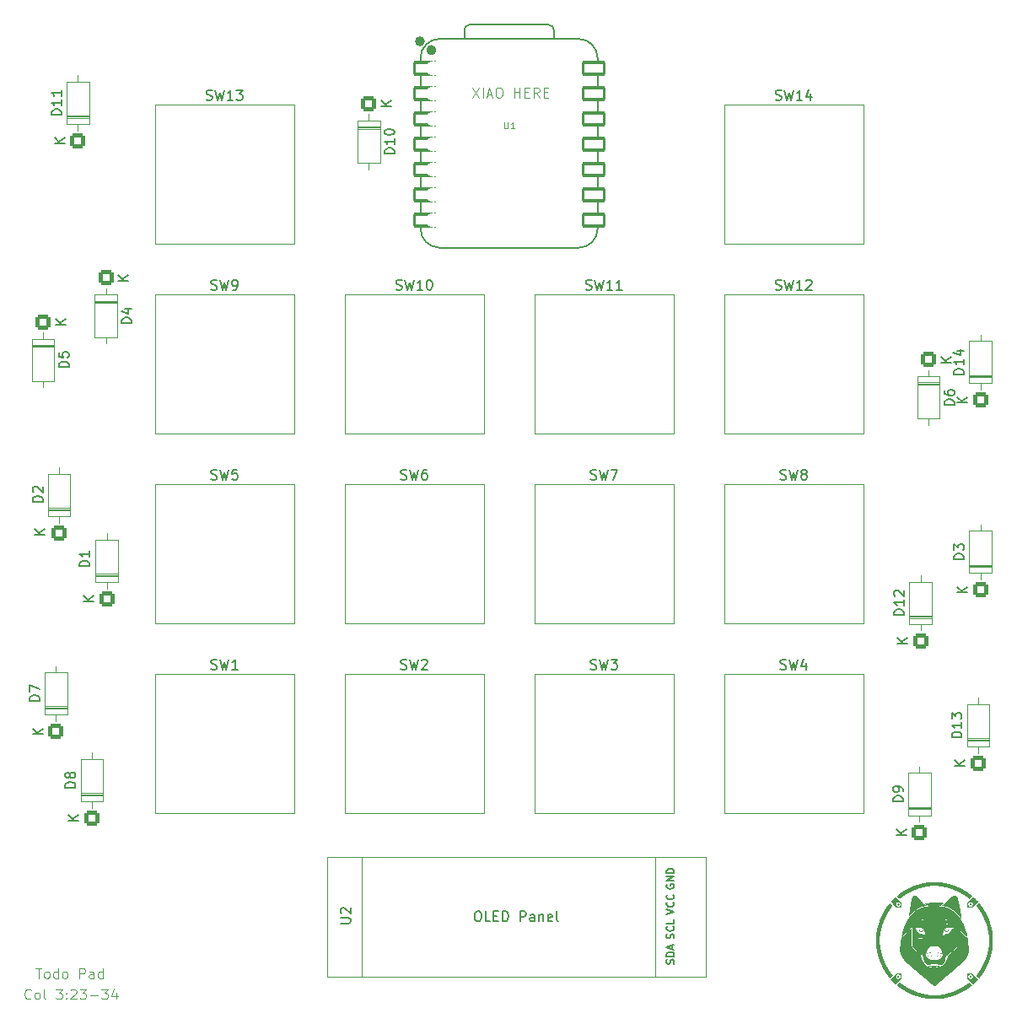
<source format=gto>
%TF.GenerationSoftware,KiCad,Pcbnew,9.0.6*%
%TF.CreationDate,2025-12-02T12:20:49-05:00*%
%TF.ProjectId,TodoPad,546f646f-5061-4642-9e6b-696361645f70,rev?*%
%TF.SameCoordinates,Original*%
%TF.FileFunction,Legend,Top*%
%TF.FilePolarity,Positive*%
%FSLAX46Y46*%
G04 Gerber Fmt 4.6, Leading zero omitted, Abs format (unit mm)*
G04 Created by KiCad (PCBNEW 9.0.6) date 2025-12-02 12:20:49*
%MOMM*%
%LPD*%
G01*
G04 APERTURE LIST*
G04 Aperture macros list*
%AMRoundRect*
0 Rectangle with rounded corners*
0 $1 Rounding radius*
0 $2 $3 $4 $5 $6 $7 $8 $9 X,Y pos of 4 corners*
0 Add a 4 corners polygon primitive as box body*
4,1,4,$2,$3,$4,$5,$6,$7,$8,$9,$2,$3,0*
0 Add four circle primitives for the rounded corners*
1,1,$1+$1,$2,$3*
1,1,$1+$1,$4,$5*
1,1,$1+$1,$6,$7*
1,1,$1+$1,$8,$9*
0 Add four rect primitives between the rounded corners*
20,1,$1+$1,$2,$3,$4,$5,0*
20,1,$1+$1,$4,$5,$6,$7,0*
20,1,$1+$1,$6,$7,$8,$9,0*
20,1,$1+$1,$8,$9,$2,$3,0*%
G04 Aperture macros list end*
%ADD10C,0.100000*%
%ADD11C,0.150000*%
%ADD12C,0.101600*%
%ADD13C,0.000000*%
%ADD14C,0.120000*%
%ADD15C,0.127000*%
%ADD16C,0.504000*%
%ADD17C,0.040000*%
%ADD18RoundRect,0.250000X-0.550000X0.550000X-0.550000X-0.550000X0.550000X-0.550000X0.550000X0.550000X0*%
%ADD19C,1.600000*%
%ADD20C,1.700000*%
%ADD21C,4.000000*%
%ADD22C,2.200000*%
%ADD23RoundRect,0.250000X0.550000X-0.550000X0.550000X0.550000X-0.550000X0.550000X-0.550000X-0.550000X0*%
%ADD24RoundRect,0.152400X1.063600X0.609600X-1.063600X0.609600X-1.063600X-0.609600X1.063600X-0.609600X0*%
%ADD25C,1.524000*%
%ADD26RoundRect,0.152400X-1.063600X-0.609600X1.063600X-0.609600X1.063600X0.609600X-1.063600X0.609600X0*%
%ADD27R,1.700000X1.700000*%
%ADD28O,1.700000X1.700000*%
G04 APERTURE END LIST*
D10*
X91661027Y-139572419D02*
X92232455Y-139572419D01*
X91946741Y-140572419D02*
X91946741Y-139572419D01*
X92708646Y-140572419D02*
X92613408Y-140524800D01*
X92613408Y-140524800D02*
X92565789Y-140477180D01*
X92565789Y-140477180D02*
X92518170Y-140381942D01*
X92518170Y-140381942D02*
X92518170Y-140096228D01*
X92518170Y-140096228D02*
X92565789Y-140000990D01*
X92565789Y-140000990D02*
X92613408Y-139953371D01*
X92613408Y-139953371D02*
X92708646Y-139905752D01*
X92708646Y-139905752D02*
X92851503Y-139905752D01*
X92851503Y-139905752D02*
X92946741Y-139953371D01*
X92946741Y-139953371D02*
X92994360Y-140000990D01*
X92994360Y-140000990D02*
X93041979Y-140096228D01*
X93041979Y-140096228D02*
X93041979Y-140381942D01*
X93041979Y-140381942D02*
X92994360Y-140477180D01*
X92994360Y-140477180D02*
X92946741Y-140524800D01*
X92946741Y-140524800D02*
X92851503Y-140572419D01*
X92851503Y-140572419D02*
X92708646Y-140572419D01*
X93899122Y-140572419D02*
X93899122Y-139572419D01*
X93899122Y-140524800D02*
X93803884Y-140572419D01*
X93803884Y-140572419D02*
X93613408Y-140572419D01*
X93613408Y-140572419D02*
X93518170Y-140524800D01*
X93518170Y-140524800D02*
X93470551Y-140477180D01*
X93470551Y-140477180D02*
X93422932Y-140381942D01*
X93422932Y-140381942D02*
X93422932Y-140096228D01*
X93422932Y-140096228D02*
X93470551Y-140000990D01*
X93470551Y-140000990D02*
X93518170Y-139953371D01*
X93518170Y-139953371D02*
X93613408Y-139905752D01*
X93613408Y-139905752D02*
X93803884Y-139905752D01*
X93803884Y-139905752D02*
X93899122Y-139953371D01*
X94518170Y-140572419D02*
X94422932Y-140524800D01*
X94422932Y-140524800D02*
X94375313Y-140477180D01*
X94375313Y-140477180D02*
X94327694Y-140381942D01*
X94327694Y-140381942D02*
X94327694Y-140096228D01*
X94327694Y-140096228D02*
X94375313Y-140000990D01*
X94375313Y-140000990D02*
X94422932Y-139953371D01*
X94422932Y-139953371D02*
X94518170Y-139905752D01*
X94518170Y-139905752D02*
X94661027Y-139905752D01*
X94661027Y-139905752D02*
X94756265Y-139953371D01*
X94756265Y-139953371D02*
X94803884Y-140000990D01*
X94803884Y-140000990D02*
X94851503Y-140096228D01*
X94851503Y-140096228D02*
X94851503Y-140381942D01*
X94851503Y-140381942D02*
X94803884Y-140477180D01*
X94803884Y-140477180D02*
X94756265Y-140524800D01*
X94756265Y-140524800D02*
X94661027Y-140572419D01*
X94661027Y-140572419D02*
X94518170Y-140572419D01*
X96041980Y-140572419D02*
X96041980Y-139572419D01*
X96041980Y-139572419D02*
X96422932Y-139572419D01*
X96422932Y-139572419D02*
X96518170Y-139620038D01*
X96518170Y-139620038D02*
X96565789Y-139667657D01*
X96565789Y-139667657D02*
X96613408Y-139762895D01*
X96613408Y-139762895D02*
X96613408Y-139905752D01*
X96613408Y-139905752D02*
X96565789Y-140000990D01*
X96565789Y-140000990D02*
X96518170Y-140048609D01*
X96518170Y-140048609D02*
X96422932Y-140096228D01*
X96422932Y-140096228D02*
X96041980Y-140096228D01*
X97470551Y-140572419D02*
X97470551Y-140048609D01*
X97470551Y-140048609D02*
X97422932Y-139953371D01*
X97422932Y-139953371D02*
X97327694Y-139905752D01*
X97327694Y-139905752D02*
X97137218Y-139905752D01*
X97137218Y-139905752D02*
X97041980Y-139953371D01*
X97470551Y-140524800D02*
X97375313Y-140572419D01*
X97375313Y-140572419D02*
X97137218Y-140572419D01*
X97137218Y-140572419D02*
X97041980Y-140524800D01*
X97041980Y-140524800D02*
X96994361Y-140429561D01*
X96994361Y-140429561D02*
X96994361Y-140334323D01*
X96994361Y-140334323D02*
X97041980Y-140239085D01*
X97041980Y-140239085D02*
X97137218Y-140191466D01*
X97137218Y-140191466D02*
X97375313Y-140191466D01*
X97375313Y-140191466D02*
X97470551Y-140143847D01*
X98375313Y-140572419D02*
X98375313Y-139572419D01*
X98375313Y-140524800D02*
X98280075Y-140572419D01*
X98280075Y-140572419D02*
X98089599Y-140572419D01*
X98089599Y-140572419D02*
X97994361Y-140524800D01*
X97994361Y-140524800D02*
X97946742Y-140477180D01*
X97946742Y-140477180D02*
X97899123Y-140381942D01*
X97899123Y-140381942D02*
X97899123Y-140096228D01*
X97899123Y-140096228D02*
X97946742Y-140000990D01*
X97946742Y-140000990D02*
X97994361Y-139953371D01*
X97994361Y-139953371D02*
X98089599Y-139905752D01*
X98089599Y-139905752D02*
X98280075Y-139905752D01*
X98280075Y-139905752D02*
X98375313Y-139953371D01*
X135508646Y-51172419D02*
X136175312Y-52172419D01*
X136175312Y-51172419D02*
X135508646Y-52172419D01*
X136556265Y-52172419D02*
X136556265Y-51172419D01*
X136984836Y-51886704D02*
X137461026Y-51886704D01*
X136889598Y-52172419D02*
X137222931Y-51172419D01*
X137222931Y-51172419D02*
X137556264Y-52172419D01*
X138080074Y-51172419D02*
X138270550Y-51172419D01*
X138270550Y-51172419D02*
X138365788Y-51220038D01*
X138365788Y-51220038D02*
X138461026Y-51315276D01*
X138461026Y-51315276D02*
X138508645Y-51505752D01*
X138508645Y-51505752D02*
X138508645Y-51839085D01*
X138508645Y-51839085D02*
X138461026Y-52029561D01*
X138461026Y-52029561D02*
X138365788Y-52124800D01*
X138365788Y-52124800D02*
X138270550Y-52172419D01*
X138270550Y-52172419D02*
X138080074Y-52172419D01*
X138080074Y-52172419D02*
X137984836Y-52124800D01*
X137984836Y-52124800D02*
X137889598Y-52029561D01*
X137889598Y-52029561D02*
X137841979Y-51839085D01*
X137841979Y-51839085D02*
X137841979Y-51505752D01*
X137841979Y-51505752D02*
X137889598Y-51315276D01*
X137889598Y-51315276D02*
X137984836Y-51220038D01*
X137984836Y-51220038D02*
X138080074Y-51172419D01*
X139699122Y-52172419D02*
X139699122Y-51172419D01*
X139699122Y-51648609D02*
X140270550Y-51648609D01*
X140270550Y-52172419D02*
X140270550Y-51172419D01*
X140746741Y-51648609D02*
X141080074Y-51648609D01*
X141222931Y-52172419D02*
X140746741Y-52172419D01*
X140746741Y-52172419D02*
X140746741Y-51172419D01*
X140746741Y-51172419D02*
X141222931Y-51172419D01*
X142222931Y-52172419D02*
X141889598Y-51696228D01*
X141651503Y-52172419D02*
X141651503Y-51172419D01*
X141651503Y-51172419D02*
X142032455Y-51172419D01*
X142032455Y-51172419D02*
X142127693Y-51220038D01*
X142127693Y-51220038D02*
X142175312Y-51267657D01*
X142175312Y-51267657D02*
X142222931Y-51362895D01*
X142222931Y-51362895D02*
X142222931Y-51505752D01*
X142222931Y-51505752D02*
X142175312Y-51600990D01*
X142175312Y-51600990D02*
X142127693Y-51648609D01*
X142127693Y-51648609D02*
X142032455Y-51696228D01*
X142032455Y-51696228D02*
X141651503Y-51696228D01*
X142651503Y-51648609D02*
X142984836Y-51648609D01*
X143127693Y-52172419D02*
X142651503Y-52172419D01*
X142651503Y-52172419D02*
X142651503Y-51172419D01*
X142651503Y-51172419D02*
X143127693Y-51172419D01*
X91175312Y-142577180D02*
X91127693Y-142624800D01*
X91127693Y-142624800D02*
X90984836Y-142672419D01*
X90984836Y-142672419D02*
X90889598Y-142672419D01*
X90889598Y-142672419D02*
X90746741Y-142624800D01*
X90746741Y-142624800D02*
X90651503Y-142529561D01*
X90651503Y-142529561D02*
X90603884Y-142434323D01*
X90603884Y-142434323D02*
X90556265Y-142243847D01*
X90556265Y-142243847D02*
X90556265Y-142100990D01*
X90556265Y-142100990D02*
X90603884Y-141910514D01*
X90603884Y-141910514D02*
X90651503Y-141815276D01*
X90651503Y-141815276D02*
X90746741Y-141720038D01*
X90746741Y-141720038D02*
X90889598Y-141672419D01*
X90889598Y-141672419D02*
X90984836Y-141672419D01*
X90984836Y-141672419D02*
X91127693Y-141720038D01*
X91127693Y-141720038D02*
X91175312Y-141767657D01*
X91746741Y-142672419D02*
X91651503Y-142624800D01*
X91651503Y-142624800D02*
X91603884Y-142577180D01*
X91603884Y-142577180D02*
X91556265Y-142481942D01*
X91556265Y-142481942D02*
X91556265Y-142196228D01*
X91556265Y-142196228D02*
X91603884Y-142100990D01*
X91603884Y-142100990D02*
X91651503Y-142053371D01*
X91651503Y-142053371D02*
X91746741Y-142005752D01*
X91746741Y-142005752D02*
X91889598Y-142005752D01*
X91889598Y-142005752D02*
X91984836Y-142053371D01*
X91984836Y-142053371D02*
X92032455Y-142100990D01*
X92032455Y-142100990D02*
X92080074Y-142196228D01*
X92080074Y-142196228D02*
X92080074Y-142481942D01*
X92080074Y-142481942D02*
X92032455Y-142577180D01*
X92032455Y-142577180D02*
X91984836Y-142624800D01*
X91984836Y-142624800D02*
X91889598Y-142672419D01*
X91889598Y-142672419D02*
X91746741Y-142672419D01*
X92651503Y-142672419D02*
X92556265Y-142624800D01*
X92556265Y-142624800D02*
X92508646Y-142529561D01*
X92508646Y-142529561D02*
X92508646Y-141672419D01*
X93699123Y-141672419D02*
X94318170Y-141672419D01*
X94318170Y-141672419D02*
X93984837Y-142053371D01*
X93984837Y-142053371D02*
X94127694Y-142053371D01*
X94127694Y-142053371D02*
X94222932Y-142100990D01*
X94222932Y-142100990D02*
X94270551Y-142148609D01*
X94270551Y-142148609D02*
X94318170Y-142243847D01*
X94318170Y-142243847D02*
X94318170Y-142481942D01*
X94318170Y-142481942D02*
X94270551Y-142577180D01*
X94270551Y-142577180D02*
X94222932Y-142624800D01*
X94222932Y-142624800D02*
X94127694Y-142672419D01*
X94127694Y-142672419D02*
X93841980Y-142672419D01*
X93841980Y-142672419D02*
X93746742Y-142624800D01*
X93746742Y-142624800D02*
X93699123Y-142577180D01*
X94746742Y-142577180D02*
X94794361Y-142624800D01*
X94794361Y-142624800D02*
X94746742Y-142672419D01*
X94746742Y-142672419D02*
X94699123Y-142624800D01*
X94699123Y-142624800D02*
X94746742Y-142577180D01*
X94746742Y-142577180D02*
X94746742Y-142672419D01*
X94746742Y-142053371D02*
X94794361Y-142100990D01*
X94794361Y-142100990D02*
X94746742Y-142148609D01*
X94746742Y-142148609D02*
X94699123Y-142100990D01*
X94699123Y-142100990D02*
X94746742Y-142053371D01*
X94746742Y-142053371D02*
X94746742Y-142148609D01*
X95175313Y-141767657D02*
X95222932Y-141720038D01*
X95222932Y-141720038D02*
X95318170Y-141672419D01*
X95318170Y-141672419D02*
X95556265Y-141672419D01*
X95556265Y-141672419D02*
X95651503Y-141720038D01*
X95651503Y-141720038D02*
X95699122Y-141767657D01*
X95699122Y-141767657D02*
X95746741Y-141862895D01*
X95746741Y-141862895D02*
X95746741Y-141958133D01*
X95746741Y-141958133D02*
X95699122Y-142100990D01*
X95699122Y-142100990D02*
X95127694Y-142672419D01*
X95127694Y-142672419D02*
X95746741Y-142672419D01*
X96080075Y-141672419D02*
X96699122Y-141672419D01*
X96699122Y-141672419D02*
X96365789Y-142053371D01*
X96365789Y-142053371D02*
X96508646Y-142053371D01*
X96508646Y-142053371D02*
X96603884Y-142100990D01*
X96603884Y-142100990D02*
X96651503Y-142148609D01*
X96651503Y-142148609D02*
X96699122Y-142243847D01*
X96699122Y-142243847D02*
X96699122Y-142481942D01*
X96699122Y-142481942D02*
X96651503Y-142577180D01*
X96651503Y-142577180D02*
X96603884Y-142624800D01*
X96603884Y-142624800D02*
X96508646Y-142672419D01*
X96508646Y-142672419D02*
X96222932Y-142672419D01*
X96222932Y-142672419D02*
X96127694Y-142624800D01*
X96127694Y-142624800D02*
X96080075Y-142577180D01*
X97127694Y-142291466D02*
X97889599Y-142291466D01*
X98270551Y-141672419D02*
X98889598Y-141672419D01*
X98889598Y-141672419D02*
X98556265Y-142053371D01*
X98556265Y-142053371D02*
X98699122Y-142053371D01*
X98699122Y-142053371D02*
X98794360Y-142100990D01*
X98794360Y-142100990D02*
X98841979Y-142148609D01*
X98841979Y-142148609D02*
X98889598Y-142243847D01*
X98889598Y-142243847D02*
X98889598Y-142481942D01*
X98889598Y-142481942D02*
X98841979Y-142577180D01*
X98841979Y-142577180D02*
X98794360Y-142624800D01*
X98794360Y-142624800D02*
X98699122Y-142672419D01*
X98699122Y-142672419D02*
X98413408Y-142672419D01*
X98413408Y-142672419D02*
X98318170Y-142624800D01*
X98318170Y-142624800D02*
X98270551Y-142577180D01*
X99746741Y-142005752D02*
X99746741Y-142672419D01*
X99508646Y-141624800D02*
X99270551Y-142339085D01*
X99270551Y-142339085D02*
X99889598Y-142339085D01*
D11*
X101274819Y-74828094D02*
X100274819Y-74828094D01*
X100274819Y-74828094D02*
X100274819Y-74589999D01*
X100274819Y-74589999D02*
X100322438Y-74447142D01*
X100322438Y-74447142D02*
X100417676Y-74351904D01*
X100417676Y-74351904D02*
X100512914Y-74304285D01*
X100512914Y-74304285D02*
X100703390Y-74256666D01*
X100703390Y-74256666D02*
X100846247Y-74256666D01*
X100846247Y-74256666D02*
X101036723Y-74304285D01*
X101036723Y-74304285D02*
X101131961Y-74351904D01*
X101131961Y-74351904D02*
X101227200Y-74447142D01*
X101227200Y-74447142D02*
X101274819Y-74589999D01*
X101274819Y-74589999D02*
X101274819Y-74828094D01*
X100608152Y-73399523D02*
X101274819Y-73399523D01*
X100227200Y-73637618D02*
X100941485Y-73875713D01*
X100941485Y-73875713D02*
X100941485Y-73256666D01*
X100954819Y-70541904D02*
X99954819Y-70541904D01*
X100954819Y-69970476D02*
X100383390Y-70399047D01*
X99954819Y-69970476D02*
X100526247Y-70541904D01*
X147374167Y-90481950D02*
X147517024Y-90529569D01*
X147517024Y-90529569D02*
X147755119Y-90529569D01*
X147755119Y-90529569D02*
X147850357Y-90481950D01*
X147850357Y-90481950D02*
X147897976Y-90434330D01*
X147897976Y-90434330D02*
X147945595Y-90339092D01*
X147945595Y-90339092D02*
X147945595Y-90243854D01*
X147945595Y-90243854D02*
X147897976Y-90148616D01*
X147897976Y-90148616D02*
X147850357Y-90100997D01*
X147850357Y-90100997D02*
X147755119Y-90053378D01*
X147755119Y-90053378D02*
X147564643Y-90005759D01*
X147564643Y-90005759D02*
X147469405Y-89958140D01*
X147469405Y-89958140D02*
X147421786Y-89910521D01*
X147421786Y-89910521D02*
X147374167Y-89815283D01*
X147374167Y-89815283D02*
X147374167Y-89720045D01*
X147374167Y-89720045D02*
X147421786Y-89624807D01*
X147421786Y-89624807D02*
X147469405Y-89577188D01*
X147469405Y-89577188D02*
X147564643Y-89529569D01*
X147564643Y-89529569D02*
X147802738Y-89529569D01*
X147802738Y-89529569D02*
X147945595Y-89577188D01*
X148278929Y-89529569D02*
X148517024Y-90529569D01*
X148517024Y-90529569D02*
X148707500Y-89815283D01*
X148707500Y-89815283D02*
X148897976Y-90529569D01*
X148897976Y-90529569D02*
X149136072Y-89529569D01*
X149421786Y-89529569D02*
X150088452Y-89529569D01*
X150088452Y-89529569D02*
X149659881Y-90529569D01*
X109274167Y-71431950D02*
X109417024Y-71479569D01*
X109417024Y-71479569D02*
X109655119Y-71479569D01*
X109655119Y-71479569D02*
X109750357Y-71431950D01*
X109750357Y-71431950D02*
X109797976Y-71384330D01*
X109797976Y-71384330D02*
X109845595Y-71289092D01*
X109845595Y-71289092D02*
X109845595Y-71193854D01*
X109845595Y-71193854D02*
X109797976Y-71098616D01*
X109797976Y-71098616D02*
X109750357Y-71050997D01*
X109750357Y-71050997D02*
X109655119Y-71003378D01*
X109655119Y-71003378D02*
X109464643Y-70955759D01*
X109464643Y-70955759D02*
X109369405Y-70908140D01*
X109369405Y-70908140D02*
X109321786Y-70860521D01*
X109321786Y-70860521D02*
X109274167Y-70765283D01*
X109274167Y-70765283D02*
X109274167Y-70670045D01*
X109274167Y-70670045D02*
X109321786Y-70574807D01*
X109321786Y-70574807D02*
X109369405Y-70527188D01*
X109369405Y-70527188D02*
X109464643Y-70479569D01*
X109464643Y-70479569D02*
X109702738Y-70479569D01*
X109702738Y-70479569D02*
X109845595Y-70527188D01*
X110178929Y-70479569D02*
X110417024Y-71479569D01*
X110417024Y-71479569D02*
X110607500Y-70765283D01*
X110607500Y-70765283D02*
X110797976Y-71479569D01*
X110797976Y-71479569D02*
X111036072Y-70479569D01*
X111464643Y-71479569D02*
X111655119Y-71479569D01*
X111655119Y-71479569D02*
X111750357Y-71431950D01*
X111750357Y-71431950D02*
X111797976Y-71384330D01*
X111797976Y-71384330D02*
X111893214Y-71241473D01*
X111893214Y-71241473D02*
X111940833Y-71050997D01*
X111940833Y-71050997D02*
X111940833Y-70670045D01*
X111940833Y-70670045D02*
X111893214Y-70574807D01*
X111893214Y-70574807D02*
X111845595Y-70527188D01*
X111845595Y-70527188D02*
X111750357Y-70479569D01*
X111750357Y-70479569D02*
X111559881Y-70479569D01*
X111559881Y-70479569D02*
X111464643Y-70527188D01*
X111464643Y-70527188D02*
X111417024Y-70574807D01*
X111417024Y-70574807D02*
X111369405Y-70670045D01*
X111369405Y-70670045D02*
X111369405Y-70908140D01*
X111369405Y-70908140D02*
X111417024Y-71003378D01*
X111417024Y-71003378D02*
X111464643Y-71050997D01*
X111464643Y-71050997D02*
X111559881Y-71098616D01*
X111559881Y-71098616D02*
X111750357Y-71098616D01*
X111750357Y-71098616D02*
X111845595Y-71050997D01*
X111845595Y-71050997D02*
X111893214Y-71003378D01*
X111893214Y-71003378D02*
X111940833Y-70908140D01*
X178834819Y-104114285D02*
X177834819Y-104114285D01*
X177834819Y-104114285D02*
X177834819Y-103876190D01*
X177834819Y-103876190D02*
X177882438Y-103733333D01*
X177882438Y-103733333D02*
X177977676Y-103638095D01*
X177977676Y-103638095D02*
X178072914Y-103590476D01*
X178072914Y-103590476D02*
X178263390Y-103542857D01*
X178263390Y-103542857D02*
X178406247Y-103542857D01*
X178406247Y-103542857D02*
X178596723Y-103590476D01*
X178596723Y-103590476D02*
X178691961Y-103638095D01*
X178691961Y-103638095D02*
X178787200Y-103733333D01*
X178787200Y-103733333D02*
X178834819Y-103876190D01*
X178834819Y-103876190D02*
X178834819Y-104114285D01*
X178834819Y-102590476D02*
X178834819Y-103161904D01*
X178834819Y-102876190D02*
X177834819Y-102876190D01*
X177834819Y-102876190D02*
X177977676Y-102971428D01*
X177977676Y-102971428D02*
X178072914Y-103066666D01*
X178072914Y-103066666D02*
X178120533Y-103161904D01*
X177930057Y-102209523D02*
X177882438Y-102161904D01*
X177882438Y-102161904D02*
X177834819Y-102066666D01*
X177834819Y-102066666D02*
X177834819Y-101828571D01*
X177834819Y-101828571D02*
X177882438Y-101733333D01*
X177882438Y-101733333D02*
X177930057Y-101685714D01*
X177930057Y-101685714D02*
X178025295Y-101638095D01*
X178025295Y-101638095D02*
X178120533Y-101638095D01*
X178120533Y-101638095D02*
X178263390Y-101685714D01*
X178263390Y-101685714D02*
X178834819Y-102257142D01*
X178834819Y-102257142D02*
X178834819Y-101638095D01*
X179154819Y-106971904D02*
X178154819Y-106971904D01*
X179154819Y-106400476D02*
X178583390Y-106829047D01*
X178154819Y-106400476D02*
X178726247Y-106971904D01*
X95634819Y-121438094D02*
X94634819Y-121438094D01*
X94634819Y-121438094D02*
X94634819Y-121199999D01*
X94634819Y-121199999D02*
X94682438Y-121057142D01*
X94682438Y-121057142D02*
X94777676Y-120961904D01*
X94777676Y-120961904D02*
X94872914Y-120914285D01*
X94872914Y-120914285D02*
X95063390Y-120866666D01*
X95063390Y-120866666D02*
X95206247Y-120866666D01*
X95206247Y-120866666D02*
X95396723Y-120914285D01*
X95396723Y-120914285D02*
X95491961Y-120961904D01*
X95491961Y-120961904D02*
X95587200Y-121057142D01*
X95587200Y-121057142D02*
X95634819Y-121199999D01*
X95634819Y-121199999D02*
X95634819Y-121438094D01*
X95063390Y-120295237D02*
X95015771Y-120390475D01*
X95015771Y-120390475D02*
X94968152Y-120438094D01*
X94968152Y-120438094D02*
X94872914Y-120485713D01*
X94872914Y-120485713D02*
X94825295Y-120485713D01*
X94825295Y-120485713D02*
X94730057Y-120438094D01*
X94730057Y-120438094D02*
X94682438Y-120390475D01*
X94682438Y-120390475D02*
X94634819Y-120295237D01*
X94634819Y-120295237D02*
X94634819Y-120104761D01*
X94634819Y-120104761D02*
X94682438Y-120009523D01*
X94682438Y-120009523D02*
X94730057Y-119961904D01*
X94730057Y-119961904D02*
X94825295Y-119914285D01*
X94825295Y-119914285D02*
X94872914Y-119914285D01*
X94872914Y-119914285D02*
X94968152Y-119961904D01*
X94968152Y-119961904D02*
X95015771Y-120009523D01*
X95015771Y-120009523D02*
X95063390Y-120104761D01*
X95063390Y-120104761D02*
X95063390Y-120295237D01*
X95063390Y-120295237D02*
X95111009Y-120390475D01*
X95111009Y-120390475D02*
X95158628Y-120438094D01*
X95158628Y-120438094D02*
X95253866Y-120485713D01*
X95253866Y-120485713D02*
X95444342Y-120485713D01*
X95444342Y-120485713D02*
X95539580Y-120438094D01*
X95539580Y-120438094D02*
X95587200Y-120390475D01*
X95587200Y-120390475D02*
X95634819Y-120295237D01*
X95634819Y-120295237D02*
X95634819Y-120104761D01*
X95634819Y-120104761D02*
X95587200Y-120009523D01*
X95587200Y-120009523D02*
X95539580Y-119961904D01*
X95539580Y-119961904D02*
X95444342Y-119914285D01*
X95444342Y-119914285D02*
X95253866Y-119914285D01*
X95253866Y-119914285D02*
X95158628Y-119961904D01*
X95158628Y-119961904D02*
X95111009Y-120009523D01*
X95111009Y-120009523D02*
X95063390Y-120104761D01*
X95954819Y-124771904D02*
X94954819Y-124771904D01*
X95954819Y-124200476D02*
X95383390Y-124629047D01*
X94954819Y-124200476D02*
X95526247Y-124771904D01*
X109274167Y-90481950D02*
X109417024Y-90529569D01*
X109417024Y-90529569D02*
X109655119Y-90529569D01*
X109655119Y-90529569D02*
X109750357Y-90481950D01*
X109750357Y-90481950D02*
X109797976Y-90434330D01*
X109797976Y-90434330D02*
X109845595Y-90339092D01*
X109845595Y-90339092D02*
X109845595Y-90243854D01*
X109845595Y-90243854D02*
X109797976Y-90148616D01*
X109797976Y-90148616D02*
X109750357Y-90100997D01*
X109750357Y-90100997D02*
X109655119Y-90053378D01*
X109655119Y-90053378D02*
X109464643Y-90005759D01*
X109464643Y-90005759D02*
X109369405Y-89958140D01*
X109369405Y-89958140D02*
X109321786Y-89910521D01*
X109321786Y-89910521D02*
X109274167Y-89815283D01*
X109274167Y-89815283D02*
X109274167Y-89720045D01*
X109274167Y-89720045D02*
X109321786Y-89624807D01*
X109321786Y-89624807D02*
X109369405Y-89577188D01*
X109369405Y-89577188D02*
X109464643Y-89529569D01*
X109464643Y-89529569D02*
X109702738Y-89529569D01*
X109702738Y-89529569D02*
X109845595Y-89577188D01*
X110178929Y-89529569D02*
X110417024Y-90529569D01*
X110417024Y-90529569D02*
X110607500Y-89815283D01*
X110607500Y-89815283D02*
X110797976Y-90529569D01*
X110797976Y-90529569D02*
X111036072Y-89529569D01*
X111893214Y-89529569D02*
X111417024Y-89529569D01*
X111417024Y-89529569D02*
X111369405Y-90005759D01*
X111369405Y-90005759D02*
X111417024Y-89958140D01*
X111417024Y-89958140D02*
X111512262Y-89910521D01*
X111512262Y-89910521D02*
X111750357Y-89910521D01*
X111750357Y-89910521D02*
X111845595Y-89958140D01*
X111845595Y-89958140D02*
X111893214Y-90005759D01*
X111893214Y-90005759D02*
X111940833Y-90100997D01*
X111940833Y-90100997D02*
X111940833Y-90339092D01*
X111940833Y-90339092D02*
X111893214Y-90434330D01*
X111893214Y-90434330D02*
X111845595Y-90481950D01*
X111845595Y-90481950D02*
X111750357Y-90529569D01*
X111750357Y-90529569D02*
X111512262Y-90529569D01*
X111512262Y-90529569D02*
X111417024Y-90481950D01*
X111417024Y-90481950D02*
X111369405Y-90434330D01*
X166424167Y-109531950D02*
X166567024Y-109579569D01*
X166567024Y-109579569D02*
X166805119Y-109579569D01*
X166805119Y-109579569D02*
X166900357Y-109531950D01*
X166900357Y-109531950D02*
X166947976Y-109484330D01*
X166947976Y-109484330D02*
X166995595Y-109389092D01*
X166995595Y-109389092D02*
X166995595Y-109293854D01*
X166995595Y-109293854D02*
X166947976Y-109198616D01*
X166947976Y-109198616D02*
X166900357Y-109150997D01*
X166900357Y-109150997D02*
X166805119Y-109103378D01*
X166805119Y-109103378D02*
X166614643Y-109055759D01*
X166614643Y-109055759D02*
X166519405Y-109008140D01*
X166519405Y-109008140D02*
X166471786Y-108960521D01*
X166471786Y-108960521D02*
X166424167Y-108865283D01*
X166424167Y-108865283D02*
X166424167Y-108770045D01*
X166424167Y-108770045D02*
X166471786Y-108674807D01*
X166471786Y-108674807D02*
X166519405Y-108627188D01*
X166519405Y-108627188D02*
X166614643Y-108579569D01*
X166614643Y-108579569D02*
X166852738Y-108579569D01*
X166852738Y-108579569D02*
X166995595Y-108627188D01*
X167328929Y-108579569D02*
X167567024Y-109579569D01*
X167567024Y-109579569D02*
X167757500Y-108865283D01*
X167757500Y-108865283D02*
X167947976Y-109579569D01*
X167947976Y-109579569D02*
X168186072Y-108579569D01*
X168995595Y-108912902D02*
X168995595Y-109579569D01*
X168757500Y-108531950D02*
X168519405Y-109246235D01*
X168519405Y-109246235D02*
X169138452Y-109246235D01*
X127674819Y-57814285D02*
X126674819Y-57814285D01*
X126674819Y-57814285D02*
X126674819Y-57576190D01*
X126674819Y-57576190D02*
X126722438Y-57433333D01*
X126722438Y-57433333D02*
X126817676Y-57338095D01*
X126817676Y-57338095D02*
X126912914Y-57290476D01*
X126912914Y-57290476D02*
X127103390Y-57242857D01*
X127103390Y-57242857D02*
X127246247Y-57242857D01*
X127246247Y-57242857D02*
X127436723Y-57290476D01*
X127436723Y-57290476D02*
X127531961Y-57338095D01*
X127531961Y-57338095D02*
X127627200Y-57433333D01*
X127627200Y-57433333D02*
X127674819Y-57576190D01*
X127674819Y-57576190D02*
X127674819Y-57814285D01*
X127674819Y-56290476D02*
X127674819Y-56861904D01*
X127674819Y-56576190D02*
X126674819Y-56576190D01*
X126674819Y-56576190D02*
X126817676Y-56671428D01*
X126817676Y-56671428D02*
X126912914Y-56766666D01*
X126912914Y-56766666D02*
X126960533Y-56861904D01*
X126674819Y-55671428D02*
X126674819Y-55576190D01*
X126674819Y-55576190D02*
X126722438Y-55480952D01*
X126722438Y-55480952D02*
X126770057Y-55433333D01*
X126770057Y-55433333D02*
X126865295Y-55385714D01*
X126865295Y-55385714D02*
X127055771Y-55338095D01*
X127055771Y-55338095D02*
X127293866Y-55338095D01*
X127293866Y-55338095D02*
X127484342Y-55385714D01*
X127484342Y-55385714D02*
X127579580Y-55433333D01*
X127579580Y-55433333D02*
X127627200Y-55480952D01*
X127627200Y-55480952D02*
X127674819Y-55576190D01*
X127674819Y-55576190D02*
X127674819Y-55671428D01*
X127674819Y-55671428D02*
X127627200Y-55766666D01*
X127627200Y-55766666D02*
X127579580Y-55814285D01*
X127579580Y-55814285D02*
X127484342Y-55861904D01*
X127484342Y-55861904D02*
X127293866Y-55909523D01*
X127293866Y-55909523D02*
X127055771Y-55909523D01*
X127055771Y-55909523D02*
X126865295Y-55861904D01*
X126865295Y-55861904D02*
X126770057Y-55814285D01*
X126770057Y-55814285D02*
X126722438Y-55766666D01*
X126722438Y-55766666D02*
X126674819Y-55671428D01*
X127354819Y-53051904D02*
X126354819Y-53051904D01*
X127354819Y-52480476D02*
X126783390Y-52909047D01*
X126354819Y-52480476D02*
X126926247Y-53051904D01*
X128324167Y-109531950D02*
X128467024Y-109579569D01*
X128467024Y-109579569D02*
X128705119Y-109579569D01*
X128705119Y-109579569D02*
X128800357Y-109531950D01*
X128800357Y-109531950D02*
X128847976Y-109484330D01*
X128847976Y-109484330D02*
X128895595Y-109389092D01*
X128895595Y-109389092D02*
X128895595Y-109293854D01*
X128895595Y-109293854D02*
X128847976Y-109198616D01*
X128847976Y-109198616D02*
X128800357Y-109150997D01*
X128800357Y-109150997D02*
X128705119Y-109103378D01*
X128705119Y-109103378D02*
X128514643Y-109055759D01*
X128514643Y-109055759D02*
X128419405Y-109008140D01*
X128419405Y-109008140D02*
X128371786Y-108960521D01*
X128371786Y-108960521D02*
X128324167Y-108865283D01*
X128324167Y-108865283D02*
X128324167Y-108770045D01*
X128324167Y-108770045D02*
X128371786Y-108674807D01*
X128371786Y-108674807D02*
X128419405Y-108627188D01*
X128419405Y-108627188D02*
X128514643Y-108579569D01*
X128514643Y-108579569D02*
X128752738Y-108579569D01*
X128752738Y-108579569D02*
X128895595Y-108627188D01*
X129228929Y-108579569D02*
X129467024Y-109579569D01*
X129467024Y-109579569D02*
X129657500Y-108865283D01*
X129657500Y-108865283D02*
X129847976Y-109579569D01*
X129847976Y-109579569D02*
X130086072Y-108579569D01*
X130419405Y-108674807D02*
X130467024Y-108627188D01*
X130467024Y-108627188D02*
X130562262Y-108579569D01*
X130562262Y-108579569D02*
X130800357Y-108579569D01*
X130800357Y-108579569D02*
X130895595Y-108627188D01*
X130895595Y-108627188D02*
X130943214Y-108674807D01*
X130943214Y-108674807D02*
X130990833Y-108770045D01*
X130990833Y-108770045D02*
X130990833Y-108865283D01*
X130990833Y-108865283D02*
X130943214Y-109008140D01*
X130943214Y-109008140D02*
X130371786Y-109579569D01*
X130371786Y-109579569D02*
X130990833Y-109579569D01*
X183874819Y-83038094D02*
X182874819Y-83038094D01*
X182874819Y-83038094D02*
X182874819Y-82799999D01*
X182874819Y-82799999D02*
X182922438Y-82657142D01*
X182922438Y-82657142D02*
X183017676Y-82561904D01*
X183017676Y-82561904D02*
X183112914Y-82514285D01*
X183112914Y-82514285D02*
X183303390Y-82466666D01*
X183303390Y-82466666D02*
X183446247Y-82466666D01*
X183446247Y-82466666D02*
X183636723Y-82514285D01*
X183636723Y-82514285D02*
X183731961Y-82561904D01*
X183731961Y-82561904D02*
X183827200Y-82657142D01*
X183827200Y-82657142D02*
X183874819Y-82799999D01*
X183874819Y-82799999D02*
X183874819Y-83038094D01*
X182874819Y-81609523D02*
X182874819Y-81799999D01*
X182874819Y-81799999D02*
X182922438Y-81895237D01*
X182922438Y-81895237D02*
X182970057Y-81942856D01*
X182970057Y-81942856D02*
X183112914Y-82038094D01*
X183112914Y-82038094D02*
X183303390Y-82085713D01*
X183303390Y-82085713D02*
X183684342Y-82085713D01*
X183684342Y-82085713D02*
X183779580Y-82038094D01*
X183779580Y-82038094D02*
X183827200Y-81990475D01*
X183827200Y-81990475D02*
X183874819Y-81895237D01*
X183874819Y-81895237D02*
X183874819Y-81704761D01*
X183874819Y-81704761D02*
X183827200Y-81609523D01*
X183827200Y-81609523D02*
X183779580Y-81561904D01*
X183779580Y-81561904D02*
X183684342Y-81514285D01*
X183684342Y-81514285D02*
X183446247Y-81514285D01*
X183446247Y-81514285D02*
X183351009Y-81561904D01*
X183351009Y-81561904D02*
X183303390Y-81609523D01*
X183303390Y-81609523D02*
X183255771Y-81704761D01*
X183255771Y-81704761D02*
X183255771Y-81895237D01*
X183255771Y-81895237D02*
X183303390Y-81990475D01*
X183303390Y-81990475D02*
X183351009Y-82038094D01*
X183351009Y-82038094D02*
X183446247Y-82085713D01*
X183554819Y-78751904D02*
X182554819Y-78751904D01*
X183554819Y-78180476D02*
X182983390Y-78609047D01*
X182554819Y-78180476D02*
X183126247Y-78751904D01*
X184834819Y-79954285D02*
X183834819Y-79954285D01*
X183834819Y-79954285D02*
X183834819Y-79716190D01*
X183834819Y-79716190D02*
X183882438Y-79573333D01*
X183882438Y-79573333D02*
X183977676Y-79478095D01*
X183977676Y-79478095D02*
X184072914Y-79430476D01*
X184072914Y-79430476D02*
X184263390Y-79382857D01*
X184263390Y-79382857D02*
X184406247Y-79382857D01*
X184406247Y-79382857D02*
X184596723Y-79430476D01*
X184596723Y-79430476D02*
X184691961Y-79478095D01*
X184691961Y-79478095D02*
X184787200Y-79573333D01*
X184787200Y-79573333D02*
X184834819Y-79716190D01*
X184834819Y-79716190D02*
X184834819Y-79954285D01*
X184834819Y-78430476D02*
X184834819Y-79001904D01*
X184834819Y-78716190D02*
X183834819Y-78716190D01*
X183834819Y-78716190D02*
X183977676Y-78811428D01*
X183977676Y-78811428D02*
X184072914Y-78906666D01*
X184072914Y-78906666D02*
X184120533Y-79001904D01*
X184168152Y-77573333D02*
X184834819Y-77573333D01*
X183787200Y-77811428D02*
X184501485Y-78049523D01*
X184501485Y-78049523D02*
X184501485Y-77430476D01*
X185154819Y-82811904D02*
X184154819Y-82811904D01*
X185154819Y-82240476D02*
X184583390Y-82669047D01*
X184154819Y-82240476D02*
X184726247Y-82811904D01*
X128324167Y-90481950D02*
X128467024Y-90529569D01*
X128467024Y-90529569D02*
X128705119Y-90529569D01*
X128705119Y-90529569D02*
X128800357Y-90481950D01*
X128800357Y-90481950D02*
X128847976Y-90434330D01*
X128847976Y-90434330D02*
X128895595Y-90339092D01*
X128895595Y-90339092D02*
X128895595Y-90243854D01*
X128895595Y-90243854D02*
X128847976Y-90148616D01*
X128847976Y-90148616D02*
X128800357Y-90100997D01*
X128800357Y-90100997D02*
X128705119Y-90053378D01*
X128705119Y-90053378D02*
X128514643Y-90005759D01*
X128514643Y-90005759D02*
X128419405Y-89958140D01*
X128419405Y-89958140D02*
X128371786Y-89910521D01*
X128371786Y-89910521D02*
X128324167Y-89815283D01*
X128324167Y-89815283D02*
X128324167Y-89720045D01*
X128324167Y-89720045D02*
X128371786Y-89624807D01*
X128371786Y-89624807D02*
X128419405Y-89577188D01*
X128419405Y-89577188D02*
X128514643Y-89529569D01*
X128514643Y-89529569D02*
X128752738Y-89529569D01*
X128752738Y-89529569D02*
X128895595Y-89577188D01*
X129228929Y-89529569D02*
X129467024Y-90529569D01*
X129467024Y-90529569D02*
X129657500Y-89815283D01*
X129657500Y-89815283D02*
X129847976Y-90529569D01*
X129847976Y-90529569D02*
X130086072Y-89529569D01*
X130895595Y-89529569D02*
X130705119Y-89529569D01*
X130705119Y-89529569D02*
X130609881Y-89577188D01*
X130609881Y-89577188D02*
X130562262Y-89624807D01*
X130562262Y-89624807D02*
X130467024Y-89767664D01*
X130467024Y-89767664D02*
X130419405Y-89958140D01*
X130419405Y-89958140D02*
X130419405Y-90339092D01*
X130419405Y-90339092D02*
X130467024Y-90434330D01*
X130467024Y-90434330D02*
X130514643Y-90481950D01*
X130514643Y-90481950D02*
X130609881Y-90529569D01*
X130609881Y-90529569D02*
X130800357Y-90529569D01*
X130800357Y-90529569D02*
X130895595Y-90481950D01*
X130895595Y-90481950D02*
X130943214Y-90434330D01*
X130943214Y-90434330D02*
X130990833Y-90339092D01*
X130990833Y-90339092D02*
X130990833Y-90100997D01*
X130990833Y-90100997D02*
X130943214Y-90005759D01*
X130943214Y-90005759D02*
X130895595Y-89958140D01*
X130895595Y-89958140D02*
X130800357Y-89910521D01*
X130800357Y-89910521D02*
X130609881Y-89910521D01*
X130609881Y-89910521D02*
X130514643Y-89958140D01*
X130514643Y-89958140D02*
X130467024Y-90005759D01*
X130467024Y-90005759D02*
X130419405Y-90100997D01*
X184834819Y-98528094D02*
X183834819Y-98528094D01*
X183834819Y-98528094D02*
X183834819Y-98289999D01*
X183834819Y-98289999D02*
X183882438Y-98147142D01*
X183882438Y-98147142D02*
X183977676Y-98051904D01*
X183977676Y-98051904D02*
X184072914Y-98004285D01*
X184072914Y-98004285D02*
X184263390Y-97956666D01*
X184263390Y-97956666D02*
X184406247Y-97956666D01*
X184406247Y-97956666D02*
X184596723Y-98004285D01*
X184596723Y-98004285D02*
X184691961Y-98051904D01*
X184691961Y-98051904D02*
X184787200Y-98147142D01*
X184787200Y-98147142D02*
X184834819Y-98289999D01*
X184834819Y-98289999D02*
X184834819Y-98528094D01*
X183834819Y-97623332D02*
X183834819Y-97004285D01*
X183834819Y-97004285D02*
X184215771Y-97337618D01*
X184215771Y-97337618D02*
X184215771Y-97194761D01*
X184215771Y-97194761D02*
X184263390Y-97099523D01*
X184263390Y-97099523D02*
X184311009Y-97051904D01*
X184311009Y-97051904D02*
X184406247Y-97004285D01*
X184406247Y-97004285D02*
X184644342Y-97004285D01*
X184644342Y-97004285D02*
X184739580Y-97051904D01*
X184739580Y-97051904D02*
X184787200Y-97099523D01*
X184787200Y-97099523D02*
X184834819Y-97194761D01*
X184834819Y-97194761D02*
X184834819Y-97480475D01*
X184834819Y-97480475D02*
X184787200Y-97575713D01*
X184787200Y-97575713D02*
X184739580Y-97623332D01*
X185154819Y-101861904D02*
X184154819Y-101861904D01*
X185154819Y-101290476D02*
X184583390Y-101719047D01*
X184154819Y-101290476D02*
X184726247Y-101861904D01*
X97054819Y-99238094D02*
X96054819Y-99238094D01*
X96054819Y-99238094D02*
X96054819Y-98999999D01*
X96054819Y-98999999D02*
X96102438Y-98857142D01*
X96102438Y-98857142D02*
X96197676Y-98761904D01*
X96197676Y-98761904D02*
X96292914Y-98714285D01*
X96292914Y-98714285D02*
X96483390Y-98666666D01*
X96483390Y-98666666D02*
X96626247Y-98666666D01*
X96626247Y-98666666D02*
X96816723Y-98714285D01*
X96816723Y-98714285D02*
X96911961Y-98761904D01*
X96911961Y-98761904D02*
X97007200Y-98857142D01*
X97007200Y-98857142D02*
X97054819Y-98999999D01*
X97054819Y-98999999D02*
X97054819Y-99238094D01*
X97054819Y-97714285D02*
X97054819Y-98285713D01*
X97054819Y-97999999D02*
X96054819Y-97999999D01*
X96054819Y-97999999D02*
X96197676Y-98095237D01*
X96197676Y-98095237D02*
X96292914Y-98190475D01*
X96292914Y-98190475D02*
X96340533Y-98285713D01*
X97454819Y-102771904D02*
X96454819Y-102771904D01*
X97454819Y-102200476D02*
X96883390Y-102629047D01*
X96454819Y-102200476D02*
X97026247Y-102771904D01*
D12*
X138716190Y-54653479D02*
X138716190Y-55167526D01*
X138716190Y-55167526D02*
X138746428Y-55228002D01*
X138746428Y-55228002D02*
X138776666Y-55258241D01*
X138776666Y-55258241D02*
X138837142Y-55288479D01*
X138837142Y-55288479D02*
X138958095Y-55288479D01*
X138958095Y-55288479D02*
X139018571Y-55258241D01*
X139018571Y-55258241D02*
X139048809Y-55228002D01*
X139048809Y-55228002D02*
X139079047Y-55167526D01*
X139079047Y-55167526D02*
X139079047Y-54653479D01*
X139714047Y-55288479D02*
X139351190Y-55288479D01*
X139532618Y-55288479D02*
X139532618Y-54653479D01*
X139532618Y-54653479D02*
X139472142Y-54744193D01*
X139472142Y-54744193D02*
X139411666Y-54804669D01*
X139411666Y-54804669D02*
X139351190Y-54834907D01*
D11*
X184634819Y-116414285D02*
X183634819Y-116414285D01*
X183634819Y-116414285D02*
X183634819Y-116176190D01*
X183634819Y-116176190D02*
X183682438Y-116033333D01*
X183682438Y-116033333D02*
X183777676Y-115938095D01*
X183777676Y-115938095D02*
X183872914Y-115890476D01*
X183872914Y-115890476D02*
X184063390Y-115842857D01*
X184063390Y-115842857D02*
X184206247Y-115842857D01*
X184206247Y-115842857D02*
X184396723Y-115890476D01*
X184396723Y-115890476D02*
X184491961Y-115938095D01*
X184491961Y-115938095D02*
X184587200Y-116033333D01*
X184587200Y-116033333D02*
X184634819Y-116176190D01*
X184634819Y-116176190D02*
X184634819Y-116414285D01*
X184634819Y-114890476D02*
X184634819Y-115461904D01*
X184634819Y-115176190D02*
X183634819Y-115176190D01*
X183634819Y-115176190D02*
X183777676Y-115271428D01*
X183777676Y-115271428D02*
X183872914Y-115366666D01*
X183872914Y-115366666D02*
X183920533Y-115461904D01*
X183634819Y-114557142D02*
X183634819Y-113938095D01*
X183634819Y-113938095D02*
X184015771Y-114271428D01*
X184015771Y-114271428D02*
X184015771Y-114128571D01*
X184015771Y-114128571D02*
X184063390Y-114033333D01*
X184063390Y-114033333D02*
X184111009Y-113985714D01*
X184111009Y-113985714D02*
X184206247Y-113938095D01*
X184206247Y-113938095D02*
X184444342Y-113938095D01*
X184444342Y-113938095D02*
X184539580Y-113985714D01*
X184539580Y-113985714D02*
X184587200Y-114033333D01*
X184587200Y-114033333D02*
X184634819Y-114128571D01*
X184634819Y-114128571D02*
X184634819Y-114414285D01*
X184634819Y-114414285D02*
X184587200Y-114509523D01*
X184587200Y-114509523D02*
X184539580Y-114557142D01*
X184954819Y-119271904D02*
X183954819Y-119271904D01*
X184954819Y-118700476D02*
X184383390Y-119129047D01*
X183954819Y-118700476D02*
X184526247Y-119271904D01*
X127847976Y-71431950D02*
X127990833Y-71479569D01*
X127990833Y-71479569D02*
X128228928Y-71479569D01*
X128228928Y-71479569D02*
X128324166Y-71431950D01*
X128324166Y-71431950D02*
X128371785Y-71384330D01*
X128371785Y-71384330D02*
X128419404Y-71289092D01*
X128419404Y-71289092D02*
X128419404Y-71193854D01*
X128419404Y-71193854D02*
X128371785Y-71098616D01*
X128371785Y-71098616D02*
X128324166Y-71050997D01*
X128324166Y-71050997D02*
X128228928Y-71003378D01*
X128228928Y-71003378D02*
X128038452Y-70955759D01*
X128038452Y-70955759D02*
X127943214Y-70908140D01*
X127943214Y-70908140D02*
X127895595Y-70860521D01*
X127895595Y-70860521D02*
X127847976Y-70765283D01*
X127847976Y-70765283D02*
X127847976Y-70670045D01*
X127847976Y-70670045D02*
X127895595Y-70574807D01*
X127895595Y-70574807D02*
X127943214Y-70527188D01*
X127943214Y-70527188D02*
X128038452Y-70479569D01*
X128038452Y-70479569D02*
X128276547Y-70479569D01*
X128276547Y-70479569D02*
X128419404Y-70527188D01*
X128752738Y-70479569D02*
X128990833Y-71479569D01*
X128990833Y-71479569D02*
X129181309Y-70765283D01*
X129181309Y-70765283D02*
X129371785Y-71479569D01*
X129371785Y-71479569D02*
X129609881Y-70479569D01*
X130514642Y-71479569D02*
X129943214Y-71479569D01*
X130228928Y-71479569D02*
X130228928Y-70479569D01*
X130228928Y-70479569D02*
X130133690Y-70622426D01*
X130133690Y-70622426D02*
X130038452Y-70717664D01*
X130038452Y-70717664D02*
X129943214Y-70765283D01*
X131133690Y-70479569D02*
X131228928Y-70479569D01*
X131228928Y-70479569D02*
X131324166Y-70527188D01*
X131324166Y-70527188D02*
X131371785Y-70574807D01*
X131371785Y-70574807D02*
X131419404Y-70670045D01*
X131419404Y-70670045D02*
X131467023Y-70860521D01*
X131467023Y-70860521D02*
X131467023Y-71098616D01*
X131467023Y-71098616D02*
X131419404Y-71289092D01*
X131419404Y-71289092D02*
X131371785Y-71384330D01*
X131371785Y-71384330D02*
X131324166Y-71431950D01*
X131324166Y-71431950D02*
X131228928Y-71479569D01*
X131228928Y-71479569D02*
X131133690Y-71479569D01*
X131133690Y-71479569D02*
X131038452Y-71431950D01*
X131038452Y-71431950D02*
X130990833Y-71384330D01*
X130990833Y-71384330D02*
X130943214Y-71289092D01*
X130943214Y-71289092D02*
X130895595Y-71098616D01*
X130895595Y-71098616D02*
X130895595Y-70860521D01*
X130895595Y-70860521D02*
X130943214Y-70670045D01*
X130943214Y-70670045D02*
X130990833Y-70574807D01*
X130990833Y-70574807D02*
X131038452Y-70527188D01*
X131038452Y-70527188D02*
X131133690Y-70479569D01*
X165947976Y-71431950D02*
X166090833Y-71479569D01*
X166090833Y-71479569D02*
X166328928Y-71479569D01*
X166328928Y-71479569D02*
X166424166Y-71431950D01*
X166424166Y-71431950D02*
X166471785Y-71384330D01*
X166471785Y-71384330D02*
X166519404Y-71289092D01*
X166519404Y-71289092D02*
X166519404Y-71193854D01*
X166519404Y-71193854D02*
X166471785Y-71098616D01*
X166471785Y-71098616D02*
X166424166Y-71050997D01*
X166424166Y-71050997D02*
X166328928Y-71003378D01*
X166328928Y-71003378D02*
X166138452Y-70955759D01*
X166138452Y-70955759D02*
X166043214Y-70908140D01*
X166043214Y-70908140D02*
X165995595Y-70860521D01*
X165995595Y-70860521D02*
X165947976Y-70765283D01*
X165947976Y-70765283D02*
X165947976Y-70670045D01*
X165947976Y-70670045D02*
X165995595Y-70574807D01*
X165995595Y-70574807D02*
X166043214Y-70527188D01*
X166043214Y-70527188D02*
X166138452Y-70479569D01*
X166138452Y-70479569D02*
X166376547Y-70479569D01*
X166376547Y-70479569D02*
X166519404Y-70527188D01*
X166852738Y-70479569D02*
X167090833Y-71479569D01*
X167090833Y-71479569D02*
X167281309Y-70765283D01*
X167281309Y-70765283D02*
X167471785Y-71479569D01*
X167471785Y-71479569D02*
X167709881Y-70479569D01*
X168614642Y-71479569D02*
X168043214Y-71479569D01*
X168328928Y-71479569D02*
X168328928Y-70479569D01*
X168328928Y-70479569D02*
X168233690Y-70622426D01*
X168233690Y-70622426D02*
X168138452Y-70717664D01*
X168138452Y-70717664D02*
X168043214Y-70765283D01*
X168995595Y-70574807D02*
X169043214Y-70527188D01*
X169043214Y-70527188D02*
X169138452Y-70479569D01*
X169138452Y-70479569D02*
X169376547Y-70479569D01*
X169376547Y-70479569D02*
X169471785Y-70527188D01*
X169471785Y-70527188D02*
X169519404Y-70574807D01*
X169519404Y-70574807D02*
X169567023Y-70670045D01*
X169567023Y-70670045D02*
X169567023Y-70765283D01*
X169567023Y-70765283D02*
X169519404Y-70908140D01*
X169519404Y-70908140D02*
X168947976Y-71479569D01*
X168947976Y-71479569D02*
X169567023Y-71479569D01*
X178734819Y-122838094D02*
X177734819Y-122838094D01*
X177734819Y-122838094D02*
X177734819Y-122599999D01*
X177734819Y-122599999D02*
X177782438Y-122457142D01*
X177782438Y-122457142D02*
X177877676Y-122361904D01*
X177877676Y-122361904D02*
X177972914Y-122314285D01*
X177972914Y-122314285D02*
X178163390Y-122266666D01*
X178163390Y-122266666D02*
X178306247Y-122266666D01*
X178306247Y-122266666D02*
X178496723Y-122314285D01*
X178496723Y-122314285D02*
X178591961Y-122361904D01*
X178591961Y-122361904D02*
X178687200Y-122457142D01*
X178687200Y-122457142D02*
X178734819Y-122599999D01*
X178734819Y-122599999D02*
X178734819Y-122838094D01*
X178734819Y-121790475D02*
X178734819Y-121599999D01*
X178734819Y-121599999D02*
X178687200Y-121504761D01*
X178687200Y-121504761D02*
X178639580Y-121457142D01*
X178639580Y-121457142D02*
X178496723Y-121361904D01*
X178496723Y-121361904D02*
X178306247Y-121314285D01*
X178306247Y-121314285D02*
X177925295Y-121314285D01*
X177925295Y-121314285D02*
X177830057Y-121361904D01*
X177830057Y-121361904D02*
X177782438Y-121409523D01*
X177782438Y-121409523D02*
X177734819Y-121504761D01*
X177734819Y-121504761D02*
X177734819Y-121695237D01*
X177734819Y-121695237D02*
X177782438Y-121790475D01*
X177782438Y-121790475D02*
X177830057Y-121838094D01*
X177830057Y-121838094D02*
X177925295Y-121885713D01*
X177925295Y-121885713D02*
X178163390Y-121885713D01*
X178163390Y-121885713D02*
X178258628Y-121838094D01*
X178258628Y-121838094D02*
X178306247Y-121790475D01*
X178306247Y-121790475D02*
X178353866Y-121695237D01*
X178353866Y-121695237D02*
X178353866Y-121504761D01*
X178353866Y-121504761D02*
X178306247Y-121409523D01*
X178306247Y-121409523D02*
X178258628Y-121361904D01*
X178258628Y-121361904D02*
X178163390Y-121314285D01*
X179054819Y-126171904D02*
X178054819Y-126171904D01*
X179054819Y-125600476D02*
X178483390Y-126029047D01*
X178054819Y-125600476D02*
X178626247Y-126171904D01*
X109274167Y-109531950D02*
X109417024Y-109579569D01*
X109417024Y-109579569D02*
X109655119Y-109579569D01*
X109655119Y-109579569D02*
X109750357Y-109531950D01*
X109750357Y-109531950D02*
X109797976Y-109484330D01*
X109797976Y-109484330D02*
X109845595Y-109389092D01*
X109845595Y-109389092D02*
X109845595Y-109293854D01*
X109845595Y-109293854D02*
X109797976Y-109198616D01*
X109797976Y-109198616D02*
X109750357Y-109150997D01*
X109750357Y-109150997D02*
X109655119Y-109103378D01*
X109655119Y-109103378D02*
X109464643Y-109055759D01*
X109464643Y-109055759D02*
X109369405Y-109008140D01*
X109369405Y-109008140D02*
X109321786Y-108960521D01*
X109321786Y-108960521D02*
X109274167Y-108865283D01*
X109274167Y-108865283D02*
X109274167Y-108770045D01*
X109274167Y-108770045D02*
X109321786Y-108674807D01*
X109321786Y-108674807D02*
X109369405Y-108627188D01*
X109369405Y-108627188D02*
X109464643Y-108579569D01*
X109464643Y-108579569D02*
X109702738Y-108579569D01*
X109702738Y-108579569D02*
X109845595Y-108627188D01*
X110178929Y-108579569D02*
X110417024Y-109579569D01*
X110417024Y-109579569D02*
X110607500Y-108865283D01*
X110607500Y-108865283D02*
X110797976Y-109579569D01*
X110797976Y-109579569D02*
X111036072Y-108579569D01*
X111940833Y-109579569D02*
X111369405Y-109579569D01*
X111655119Y-109579569D02*
X111655119Y-108579569D01*
X111655119Y-108579569D02*
X111559881Y-108722426D01*
X111559881Y-108722426D02*
X111464643Y-108817664D01*
X111464643Y-108817664D02*
X111369405Y-108865283D01*
X166424167Y-90481950D02*
X166567024Y-90529569D01*
X166567024Y-90529569D02*
X166805119Y-90529569D01*
X166805119Y-90529569D02*
X166900357Y-90481950D01*
X166900357Y-90481950D02*
X166947976Y-90434330D01*
X166947976Y-90434330D02*
X166995595Y-90339092D01*
X166995595Y-90339092D02*
X166995595Y-90243854D01*
X166995595Y-90243854D02*
X166947976Y-90148616D01*
X166947976Y-90148616D02*
X166900357Y-90100997D01*
X166900357Y-90100997D02*
X166805119Y-90053378D01*
X166805119Y-90053378D02*
X166614643Y-90005759D01*
X166614643Y-90005759D02*
X166519405Y-89958140D01*
X166519405Y-89958140D02*
X166471786Y-89910521D01*
X166471786Y-89910521D02*
X166424167Y-89815283D01*
X166424167Y-89815283D02*
X166424167Y-89720045D01*
X166424167Y-89720045D02*
X166471786Y-89624807D01*
X166471786Y-89624807D02*
X166519405Y-89577188D01*
X166519405Y-89577188D02*
X166614643Y-89529569D01*
X166614643Y-89529569D02*
X166852738Y-89529569D01*
X166852738Y-89529569D02*
X166995595Y-89577188D01*
X167328929Y-89529569D02*
X167567024Y-90529569D01*
X167567024Y-90529569D02*
X167757500Y-89815283D01*
X167757500Y-89815283D02*
X167947976Y-90529569D01*
X167947976Y-90529569D02*
X168186072Y-89529569D01*
X168709881Y-89958140D02*
X168614643Y-89910521D01*
X168614643Y-89910521D02*
X168567024Y-89862902D01*
X168567024Y-89862902D02*
X168519405Y-89767664D01*
X168519405Y-89767664D02*
X168519405Y-89720045D01*
X168519405Y-89720045D02*
X168567024Y-89624807D01*
X168567024Y-89624807D02*
X168614643Y-89577188D01*
X168614643Y-89577188D02*
X168709881Y-89529569D01*
X168709881Y-89529569D02*
X168900357Y-89529569D01*
X168900357Y-89529569D02*
X168995595Y-89577188D01*
X168995595Y-89577188D02*
X169043214Y-89624807D01*
X169043214Y-89624807D02*
X169090833Y-89720045D01*
X169090833Y-89720045D02*
X169090833Y-89767664D01*
X169090833Y-89767664D02*
X169043214Y-89862902D01*
X169043214Y-89862902D02*
X168995595Y-89910521D01*
X168995595Y-89910521D02*
X168900357Y-89958140D01*
X168900357Y-89958140D02*
X168709881Y-89958140D01*
X168709881Y-89958140D02*
X168614643Y-90005759D01*
X168614643Y-90005759D02*
X168567024Y-90053378D01*
X168567024Y-90053378D02*
X168519405Y-90148616D01*
X168519405Y-90148616D02*
X168519405Y-90339092D01*
X168519405Y-90339092D02*
X168567024Y-90434330D01*
X168567024Y-90434330D02*
X168614643Y-90481950D01*
X168614643Y-90481950D02*
X168709881Y-90529569D01*
X168709881Y-90529569D02*
X168900357Y-90529569D01*
X168900357Y-90529569D02*
X168995595Y-90481950D01*
X168995595Y-90481950D02*
X169043214Y-90434330D01*
X169043214Y-90434330D02*
X169090833Y-90339092D01*
X169090833Y-90339092D02*
X169090833Y-90148616D01*
X169090833Y-90148616D02*
X169043214Y-90053378D01*
X169043214Y-90053378D02*
X168995595Y-90005759D01*
X168995595Y-90005759D02*
X168900357Y-89958140D01*
X165947976Y-52381950D02*
X166090833Y-52429569D01*
X166090833Y-52429569D02*
X166328928Y-52429569D01*
X166328928Y-52429569D02*
X166424166Y-52381950D01*
X166424166Y-52381950D02*
X166471785Y-52334330D01*
X166471785Y-52334330D02*
X166519404Y-52239092D01*
X166519404Y-52239092D02*
X166519404Y-52143854D01*
X166519404Y-52143854D02*
X166471785Y-52048616D01*
X166471785Y-52048616D02*
X166424166Y-52000997D01*
X166424166Y-52000997D02*
X166328928Y-51953378D01*
X166328928Y-51953378D02*
X166138452Y-51905759D01*
X166138452Y-51905759D02*
X166043214Y-51858140D01*
X166043214Y-51858140D02*
X165995595Y-51810521D01*
X165995595Y-51810521D02*
X165947976Y-51715283D01*
X165947976Y-51715283D02*
X165947976Y-51620045D01*
X165947976Y-51620045D02*
X165995595Y-51524807D01*
X165995595Y-51524807D02*
X166043214Y-51477188D01*
X166043214Y-51477188D02*
X166138452Y-51429569D01*
X166138452Y-51429569D02*
X166376547Y-51429569D01*
X166376547Y-51429569D02*
X166519404Y-51477188D01*
X166852738Y-51429569D02*
X167090833Y-52429569D01*
X167090833Y-52429569D02*
X167281309Y-51715283D01*
X167281309Y-51715283D02*
X167471785Y-52429569D01*
X167471785Y-52429569D02*
X167709881Y-51429569D01*
X168614642Y-52429569D02*
X168043214Y-52429569D01*
X168328928Y-52429569D02*
X168328928Y-51429569D01*
X168328928Y-51429569D02*
X168233690Y-51572426D01*
X168233690Y-51572426D02*
X168138452Y-51667664D01*
X168138452Y-51667664D02*
X168043214Y-51715283D01*
X169471785Y-51762902D02*
X169471785Y-52429569D01*
X169233690Y-51381950D02*
X168995595Y-52096235D01*
X168995595Y-52096235D02*
X169614642Y-52096235D01*
X94234819Y-53914285D02*
X93234819Y-53914285D01*
X93234819Y-53914285D02*
X93234819Y-53676190D01*
X93234819Y-53676190D02*
X93282438Y-53533333D01*
X93282438Y-53533333D02*
X93377676Y-53438095D01*
X93377676Y-53438095D02*
X93472914Y-53390476D01*
X93472914Y-53390476D02*
X93663390Y-53342857D01*
X93663390Y-53342857D02*
X93806247Y-53342857D01*
X93806247Y-53342857D02*
X93996723Y-53390476D01*
X93996723Y-53390476D02*
X94091961Y-53438095D01*
X94091961Y-53438095D02*
X94187200Y-53533333D01*
X94187200Y-53533333D02*
X94234819Y-53676190D01*
X94234819Y-53676190D02*
X94234819Y-53914285D01*
X94234819Y-52390476D02*
X94234819Y-52961904D01*
X94234819Y-52676190D02*
X93234819Y-52676190D01*
X93234819Y-52676190D02*
X93377676Y-52771428D01*
X93377676Y-52771428D02*
X93472914Y-52866666D01*
X93472914Y-52866666D02*
X93520533Y-52961904D01*
X94234819Y-51438095D02*
X94234819Y-52009523D01*
X94234819Y-51723809D02*
X93234819Y-51723809D01*
X93234819Y-51723809D02*
X93377676Y-51819047D01*
X93377676Y-51819047D02*
X93472914Y-51914285D01*
X93472914Y-51914285D02*
X93520533Y-52009523D01*
X94554819Y-56771904D02*
X93554819Y-56771904D01*
X94554819Y-56200476D02*
X93983390Y-56629047D01*
X93554819Y-56200476D02*
X94126247Y-56771904D01*
X92034819Y-112738094D02*
X91034819Y-112738094D01*
X91034819Y-112738094D02*
X91034819Y-112499999D01*
X91034819Y-112499999D02*
X91082438Y-112357142D01*
X91082438Y-112357142D02*
X91177676Y-112261904D01*
X91177676Y-112261904D02*
X91272914Y-112214285D01*
X91272914Y-112214285D02*
X91463390Y-112166666D01*
X91463390Y-112166666D02*
X91606247Y-112166666D01*
X91606247Y-112166666D02*
X91796723Y-112214285D01*
X91796723Y-112214285D02*
X91891961Y-112261904D01*
X91891961Y-112261904D02*
X91987200Y-112357142D01*
X91987200Y-112357142D02*
X92034819Y-112499999D01*
X92034819Y-112499999D02*
X92034819Y-112738094D01*
X91034819Y-111833332D02*
X91034819Y-111166666D01*
X91034819Y-111166666D02*
X92034819Y-111595237D01*
X92354819Y-116071904D02*
X91354819Y-116071904D01*
X92354819Y-115500476D02*
X91783390Y-115929047D01*
X91354819Y-115500476D02*
X91926247Y-116071904D01*
X146897976Y-71431950D02*
X147040833Y-71479569D01*
X147040833Y-71479569D02*
X147278928Y-71479569D01*
X147278928Y-71479569D02*
X147374166Y-71431950D01*
X147374166Y-71431950D02*
X147421785Y-71384330D01*
X147421785Y-71384330D02*
X147469404Y-71289092D01*
X147469404Y-71289092D02*
X147469404Y-71193854D01*
X147469404Y-71193854D02*
X147421785Y-71098616D01*
X147421785Y-71098616D02*
X147374166Y-71050997D01*
X147374166Y-71050997D02*
X147278928Y-71003378D01*
X147278928Y-71003378D02*
X147088452Y-70955759D01*
X147088452Y-70955759D02*
X146993214Y-70908140D01*
X146993214Y-70908140D02*
X146945595Y-70860521D01*
X146945595Y-70860521D02*
X146897976Y-70765283D01*
X146897976Y-70765283D02*
X146897976Y-70670045D01*
X146897976Y-70670045D02*
X146945595Y-70574807D01*
X146945595Y-70574807D02*
X146993214Y-70527188D01*
X146993214Y-70527188D02*
X147088452Y-70479569D01*
X147088452Y-70479569D02*
X147326547Y-70479569D01*
X147326547Y-70479569D02*
X147469404Y-70527188D01*
X147802738Y-70479569D02*
X148040833Y-71479569D01*
X148040833Y-71479569D02*
X148231309Y-70765283D01*
X148231309Y-70765283D02*
X148421785Y-71479569D01*
X148421785Y-71479569D02*
X148659881Y-70479569D01*
X149564642Y-71479569D02*
X148993214Y-71479569D01*
X149278928Y-71479569D02*
X149278928Y-70479569D01*
X149278928Y-70479569D02*
X149183690Y-70622426D01*
X149183690Y-70622426D02*
X149088452Y-70717664D01*
X149088452Y-70717664D02*
X148993214Y-70765283D01*
X150517023Y-71479569D02*
X149945595Y-71479569D01*
X150231309Y-71479569D02*
X150231309Y-70479569D01*
X150231309Y-70479569D02*
X150136071Y-70622426D01*
X150136071Y-70622426D02*
X150040833Y-70717664D01*
X150040833Y-70717664D02*
X149945595Y-70765283D01*
X94974819Y-79238094D02*
X93974819Y-79238094D01*
X93974819Y-79238094D02*
X93974819Y-78999999D01*
X93974819Y-78999999D02*
X94022438Y-78857142D01*
X94022438Y-78857142D02*
X94117676Y-78761904D01*
X94117676Y-78761904D02*
X94212914Y-78714285D01*
X94212914Y-78714285D02*
X94403390Y-78666666D01*
X94403390Y-78666666D02*
X94546247Y-78666666D01*
X94546247Y-78666666D02*
X94736723Y-78714285D01*
X94736723Y-78714285D02*
X94831961Y-78761904D01*
X94831961Y-78761904D02*
X94927200Y-78857142D01*
X94927200Y-78857142D02*
X94974819Y-78999999D01*
X94974819Y-78999999D02*
X94974819Y-79238094D01*
X93974819Y-77761904D02*
X93974819Y-78238094D01*
X93974819Y-78238094D02*
X94451009Y-78285713D01*
X94451009Y-78285713D02*
X94403390Y-78238094D01*
X94403390Y-78238094D02*
X94355771Y-78142856D01*
X94355771Y-78142856D02*
X94355771Y-77904761D01*
X94355771Y-77904761D02*
X94403390Y-77809523D01*
X94403390Y-77809523D02*
X94451009Y-77761904D01*
X94451009Y-77761904D02*
X94546247Y-77714285D01*
X94546247Y-77714285D02*
X94784342Y-77714285D01*
X94784342Y-77714285D02*
X94879580Y-77761904D01*
X94879580Y-77761904D02*
X94927200Y-77809523D01*
X94927200Y-77809523D02*
X94974819Y-77904761D01*
X94974819Y-77904761D02*
X94974819Y-78142856D01*
X94974819Y-78142856D02*
X94927200Y-78238094D01*
X94927200Y-78238094D02*
X94879580Y-78285713D01*
X94654819Y-74951904D02*
X93654819Y-74951904D01*
X94654819Y-74380476D02*
X94083390Y-74809047D01*
X93654819Y-74380476D02*
X94226247Y-74951904D01*
X108797976Y-52381950D02*
X108940833Y-52429569D01*
X108940833Y-52429569D02*
X109178928Y-52429569D01*
X109178928Y-52429569D02*
X109274166Y-52381950D01*
X109274166Y-52381950D02*
X109321785Y-52334330D01*
X109321785Y-52334330D02*
X109369404Y-52239092D01*
X109369404Y-52239092D02*
X109369404Y-52143854D01*
X109369404Y-52143854D02*
X109321785Y-52048616D01*
X109321785Y-52048616D02*
X109274166Y-52000997D01*
X109274166Y-52000997D02*
X109178928Y-51953378D01*
X109178928Y-51953378D02*
X108988452Y-51905759D01*
X108988452Y-51905759D02*
X108893214Y-51858140D01*
X108893214Y-51858140D02*
X108845595Y-51810521D01*
X108845595Y-51810521D02*
X108797976Y-51715283D01*
X108797976Y-51715283D02*
X108797976Y-51620045D01*
X108797976Y-51620045D02*
X108845595Y-51524807D01*
X108845595Y-51524807D02*
X108893214Y-51477188D01*
X108893214Y-51477188D02*
X108988452Y-51429569D01*
X108988452Y-51429569D02*
X109226547Y-51429569D01*
X109226547Y-51429569D02*
X109369404Y-51477188D01*
X109702738Y-51429569D02*
X109940833Y-52429569D01*
X109940833Y-52429569D02*
X110131309Y-51715283D01*
X110131309Y-51715283D02*
X110321785Y-52429569D01*
X110321785Y-52429569D02*
X110559881Y-51429569D01*
X111464642Y-52429569D02*
X110893214Y-52429569D01*
X111178928Y-52429569D02*
X111178928Y-51429569D01*
X111178928Y-51429569D02*
X111083690Y-51572426D01*
X111083690Y-51572426D02*
X110988452Y-51667664D01*
X110988452Y-51667664D02*
X110893214Y-51715283D01*
X111797976Y-51429569D02*
X112417023Y-51429569D01*
X112417023Y-51429569D02*
X112083690Y-51810521D01*
X112083690Y-51810521D02*
X112226547Y-51810521D01*
X112226547Y-51810521D02*
X112321785Y-51858140D01*
X112321785Y-51858140D02*
X112369404Y-51905759D01*
X112369404Y-51905759D02*
X112417023Y-52000997D01*
X112417023Y-52000997D02*
X112417023Y-52239092D01*
X112417023Y-52239092D02*
X112369404Y-52334330D01*
X112369404Y-52334330D02*
X112321785Y-52381950D01*
X112321785Y-52381950D02*
X112226547Y-52429569D01*
X112226547Y-52429569D02*
X111940833Y-52429569D01*
X111940833Y-52429569D02*
X111845595Y-52381950D01*
X111845595Y-52381950D02*
X111797976Y-52334330D01*
X122254819Y-135071904D02*
X123064342Y-135071904D01*
X123064342Y-135071904D02*
X123159580Y-135024285D01*
X123159580Y-135024285D02*
X123207200Y-134976666D01*
X123207200Y-134976666D02*
X123254819Y-134881428D01*
X123254819Y-134881428D02*
X123254819Y-134690952D01*
X123254819Y-134690952D02*
X123207200Y-134595714D01*
X123207200Y-134595714D02*
X123159580Y-134548095D01*
X123159580Y-134548095D02*
X123064342Y-134500476D01*
X123064342Y-134500476D02*
X122254819Y-134500476D01*
X122350057Y-134071904D02*
X122302438Y-134024285D01*
X122302438Y-134024285D02*
X122254819Y-133929047D01*
X122254819Y-133929047D02*
X122254819Y-133690952D01*
X122254819Y-133690952D02*
X122302438Y-133595714D01*
X122302438Y-133595714D02*
X122350057Y-133548095D01*
X122350057Y-133548095D02*
X122445295Y-133500476D01*
X122445295Y-133500476D02*
X122540533Y-133500476D01*
X122540533Y-133500476D02*
X122683390Y-133548095D01*
X122683390Y-133548095D02*
X123254819Y-134119523D01*
X123254819Y-134119523D02*
X123254819Y-133500476D01*
X154989164Y-134129999D02*
X155739164Y-133879999D01*
X155739164Y-133879999D02*
X154989164Y-133629999D01*
X155667735Y-132951428D02*
X155703450Y-132987142D01*
X155703450Y-132987142D02*
X155739164Y-133094285D01*
X155739164Y-133094285D02*
X155739164Y-133165713D01*
X155739164Y-133165713D02*
X155703450Y-133272856D01*
X155703450Y-133272856D02*
X155632021Y-133344285D01*
X155632021Y-133344285D02*
X155560592Y-133379999D01*
X155560592Y-133379999D02*
X155417735Y-133415713D01*
X155417735Y-133415713D02*
X155310592Y-133415713D01*
X155310592Y-133415713D02*
X155167735Y-133379999D01*
X155167735Y-133379999D02*
X155096307Y-133344285D01*
X155096307Y-133344285D02*
X155024878Y-133272856D01*
X155024878Y-133272856D02*
X154989164Y-133165713D01*
X154989164Y-133165713D02*
X154989164Y-133094285D01*
X154989164Y-133094285D02*
X155024878Y-132987142D01*
X155024878Y-132987142D02*
X155060592Y-132951428D01*
X155667735Y-132201428D02*
X155703450Y-132237142D01*
X155703450Y-132237142D02*
X155739164Y-132344285D01*
X155739164Y-132344285D02*
X155739164Y-132415713D01*
X155739164Y-132415713D02*
X155703450Y-132522856D01*
X155703450Y-132522856D02*
X155632021Y-132594285D01*
X155632021Y-132594285D02*
X155560592Y-132629999D01*
X155560592Y-132629999D02*
X155417735Y-132665713D01*
X155417735Y-132665713D02*
X155310592Y-132665713D01*
X155310592Y-132665713D02*
X155167735Y-132629999D01*
X155167735Y-132629999D02*
X155096307Y-132594285D01*
X155096307Y-132594285D02*
X155024878Y-132522856D01*
X155024878Y-132522856D02*
X154989164Y-132415713D01*
X154989164Y-132415713D02*
X154989164Y-132344285D01*
X154989164Y-132344285D02*
X155024878Y-132237142D01*
X155024878Y-132237142D02*
X155060592Y-132201428D01*
X135971428Y-133854819D02*
X136161904Y-133854819D01*
X136161904Y-133854819D02*
X136257142Y-133902438D01*
X136257142Y-133902438D02*
X136352380Y-133997676D01*
X136352380Y-133997676D02*
X136399999Y-134188152D01*
X136399999Y-134188152D02*
X136399999Y-134521485D01*
X136399999Y-134521485D02*
X136352380Y-134711961D01*
X136352380Y-134711961D02*
X136257142Y-134807200D01*
X136257142Y-134807200D02*
X136161904Y-134854819D01*
X136161904Y-134854819D02*
X135971428Y-134854819D01*
X135971428Y-134854819D02*
X135876190Y-134807200D01*
X135876190Y-134807200D02*
X135780952Y-134711961D01*
X135780952Y-134711961D02*
X135733333Y-134521485D01*
X135733333Y-134521485D02*
X135733333Y-134188152D01*
X135733333Y-134188152D02*
X135780952Y-133997676D01*
X135780952Y-133997676D02*
X135876190Y-133902438D01*
X135876190Y-133902438D02*
X135971428Y-133854819D01*
X137304761Y-134854819D02*
X136828571Y-134854819D01*
X136828571Y-134854819D02*
X136828571Y-133854819D01*
X137638095Y-134331009D02*
X137971428Y-134331009D01*
X138114285Y-134854819D02*
X137638095Y-134854819D01*
X137638095Y-134854819D02*
X137638095Y-133854819D01*
X137638095Y-133854819D02*
X138114285Y-133854819D01*
X138542857Y-134854819D02*
X138542857Y-133854819D01*
X138542857Y-133854819D02*
X138780952Y-133854819D01*
X138780952Y-133854819D02*
X138923809Y-133902438D01*
X138923809Y-133902438D02*
X139019047Y-133997676D01*
X139019047Y-133997676D02*
X139066666Y-134092914D01*
X139066666Y-134092914D02*
X139114285Y-134283390D01*
X139114285Y-134283390D02*
X139114285Y-134426247D01*
X139114285Y-134426247D02*
X139066666Y-134616723D01*
X139066666Y-134616723D02*
X139019047Y-134711961D01*
X139019047Y-134711961D02*
X138923809Y-134807200D01*
X138923809Y-134807200D02*
X138780952Y-134854819D01*
X138780952Y-134854819D02*
X138542857Y-134854819D01*
X140304762Y-134854819D02*
X140304762Y-133854819D01*
X140304762Y-133854819D02*
X140685714Y-133854819D01*
X140685714Y-133854819D02*
X140780952Y-133902438D01*
X140780952Y-133902438D02*
X140828571Y-133950057D01*
X140828571Y-133950057D02*
X140876190Y-134045295D01*
X140876190Y-134045295D02*
X140876190Y-134188152D01*
X140876190Y-134188152D02*
X140828571Y-134283390D01*
X140828571Y-134283390D02*
X140780952Y-134331009D01*
X140780952Y-134331009D02*
X140685714Y-134378628D01*
X140685714Y-134378628D02*
X140304762Y-134378628D01*
X141733333Y-134854819D02*
X141733333Y-134331009D01*
X141733333Y-134331009D02*
X141685714Y-134235771D01*
X141685714Y-134235771D02*
X141590476Y-134188152D01*
X141590476Y-134188152D02*
X141400000Y-134188152D01*
X141400000Y-134188152D02*
X141304762Y-134235771D01*
X141733333Y-134807200D02*
X141638095Y-134854819D01*
X141638095Y-134854819D02*
X141400000Y-134854819D01*
X141400000Y-134854819D02*
X141304762Y-134807200D01*
X141304762Y-134807200D02*
X141257143Y-134711961D01*
X141257143Y-134711961D02*
X141257143Y-134616723D01*
X141257143Y-134616723D02*
X141304762Y-134521485D01*
X141304762Y-134521485D02*
X141400000Y-134473866D01*
X141400000Y-134473866D02*
X141638095Y-134473866D01*
X141638095Y-134473866D02*
X141733333Y-134426247D01*
X142209524Y-134188152D02*
X142209524Y-134854819D01*
X142209524Y-134283390D02*
X142257143Y-134235771D01*
X142257143Y-134235771D02*
X142352381Y-134188152D01*
X142352381Y-134188152D02*
X142495238Y-134188152D01*
X142495238Y-134188152D02*
X142590476Y-134235771D01*
X142590476Y-134235771D02*
X142638095Y-134331009D01*
X142638095Y-134331009D02*
X142638095Y-134854819D01*
X143495238Y-134807200D02*
X143400000Y-134854819D01*
X143400000Y-134854819D02*
X143209524Y-134854819D01*
X143209524Y-134854819D02*
X143114286Y-134807200D01*
X143114286Y-134807200D02*
X143066667Y-134711961D01*
X143066667Y-134711961D02*
X143066667Y-134331009D01*
X143066667Y-134331009D02*
X143114286Y-134235771D01*
X143114286Y-134235771D02*
X143209524Y-134188152D01*
X143209524Y-134188152D02*
X143400000Y-134188152D01*
X143400000Y-134188152D02*
X143495238Y-134235771D01*
X143495238Y-134235771D02*
X143542857Y-134331009D01*
X143542857Y-134331009D02*
X143542857Y-134426247D01*
X143542857Y-134426247D02*
X143066667Y-134521485D01*
X144114286Y-134854819D02*
X144019048Y-134807200D01*
X144019048Y-134807200D02*
X143971429Y-134711961D01*
X143971429Y-134711961D02*
X143971429Y-133854819D01*
X155703450Y-136562856D02*
X155739164Y-136455714D01*
X155739164Y-136455714D02*
X155739164Y-136277142D01*
X155739164Y-136277142D02*
X155703450Y-136205714D01*
X155703450Y-136205714D02*
X155667735Y-136169999D01*
X155667735Y-136169999D02*
X155596307Y-136134285D01*
X155596307Y-136134285D02*
X155524878Y-136134285D01*
X155524878Y-136134285D02*
X155453450Y-136169999D01*
X155453450Y-136169999D02*
X155417735Y-136205714D01*
X155417735Y-136205714D02*
X155382021Y-136277142D01*
X155382021Y-136277142D02*
X155346307Y-136419999D01*
X155346307Y-136419999D02*
X155310592Y-136491428D01*
X155310592Y-136491428D02*
X155274878Y-136527142D01*
X155274878Y-136527142D02*
X155203450Y-136562856D01*
X155203450Y-136562856D02*
X155132021Y-136562856D01*
X155132021Y-136562856D02*
X155060592Y-136527142D01*
X155060592Y-136527142D02*
X155024878Y-136491428D01*
X155024878Y-136491428D02*
X154989164Y-136419999D01*
X154989164Y-136419999D02*
X154989164Y-136241428D01*
X154989164Y-136241428D02*
X155024878Y-136134285D01*
X155667735Y-135384285D02*
X155703450Y-135419999D01*
X155703450Y-135419999D02*
X155739164Y-135527142D01*
X155739164Y-135527142D02*
X155739164Y-135598570D01*
X155739164Y-135598570D02*
X155703450Y-135705713D01*
X155703450Y-135705713D02*
X155632021Y-135777142D01*
X155632021Y-135777142D02*
X155560592Y-135812856D01*
X155560592Y-135812856D02*
X155417735Y-135848570D01*
X155417735Y-135848570D02*
X155310592Y-135848570D01*
X155310592Y-135848570D02*
X155167735Y-135812856D01*
X155167735Y-135812856D02*
X155096307Y-135777142D01*
X155096307Y-135777142D02*
X155024878Y-135705713D01*
X155024878Y-135705713D02*
X154989164Y-135598570D01*
X154989164Y-135598570D02*
X154989164Y-135527142D01*
X154989164Y-135527142D02*
X155024878Y-135419999D01*
X155024878Y-135419999D02*
X155060592Y-135384285D01*
X155739164Y-134705713D02*
X155739164Y-135062856D01*
X155739164Y-135062856D02*
X154989164Y-135062856D01*
X155024878Y-131161428D02*
X154989164Y-131232857D01*
X154989164Y-131232857D02*
X154989164Y-131339999D01*
X154989164Y-131339999D02*
X155024878Y-131447142D01*
X155024878Y-131447142D02*
X155096307Y-131518571D01*
X155096307Y-131518571D02*
X155167735Y-131554285D01*
X155167735Y-131554285D02*
X155310592Y-131589999D01*
X155310592Y-131589999D02*
X155417735Y-131589999D01*
X155417735Y-131589999D02*
X155560592Y-131554285D01*
X155560592Y-131554285D02*
X155632021Y-131518571D01*
X155632021Y-131518571D02*
X155703450Y-131447142D01*
X155703450Y-131447142D02*
X155739164Y-131339999D01*
X155739164Y-131339999D02*
X155739164Y-131268571D01*
X155739164Y-131268571D02*
X155703450Y-131161428D01*
X155703450Y-131161428D02*
X155667735Y-131125714D01*
X155667735Y-131125714D02*
X155417735Y-131125714D01*
X155417735Y-131125714D02*
X155417735Y-131268571D01*
X155739164Y-130804285D02*
X154989164Y-130804285D01*
X154989164Y-130804285D02*
X155739164Y-130375714D01*
X155739164Y-130375714D02*
X154989164Y-130375714D01*
X155739164Y-130018571D02*
X154989164Y-130018571D01*
X154989164Y-130018571D02*
X154989164Y-129840000D01*
X154989164Y-129840000D02*
X155024878Y-129732857D01*
X155024878Y-129732857D02*
X155096307Y-129661428D01*
X155096307Y-129661428D02*
X155167735Y-129625714D01*
X155167735Y-129625714D02*
X155310592Y-129590000D01*
X155310592Y-129590000D02*
X155417735Y-129590000D01*
X155417735Y-129590000D02*
X155560592Y-129625714D01*
X155560592Y-129625714D02*
X155632021Y-129661428D01*
X155632021Y-129661428D02*
X155703450Y-129732857D01*
X155703450Y-129732857D02*
X155739164Y-129840000D01*
X155739164Y-129840000D02*
X155739164Y-130018571D01*
X155703450Y-139120713D02*
X155739164Y-139013571D01*
X155739164Y-139013571D02*
X155739164Y-138834999D01*
X155739164Y-138834999D02*
X155703450Y-138763571D01*
X155703450Y-138763571D02*
X155667735Y-138727856D01*
X155667735Y-138727856D02*
X155596307Y-138692142D01*
X155596307Y-138692142D02*
X155524878Y-138692142D01*
X155524878Y-138692142D02*
X155453450Y-138727856D01*
X155453450Y-138727856D02*
X155417735Y-138763571D01*
X155417735Y-138763571D02*
X155382021Y-138834999D01*
X155382021Y-138834999D02*
X155346307Y-138977856D01*
X155346307Y-138977856D02*
X155310592Y-139049285D01*
X155310592Y-139049285D02*
X155274878Y-139084999D01*
X155274878Y-139084999D02*
X155203450Y-139120713D01*
X155203450Y-139120713D02*
X155132021Y-139120713D01*
X155132021Y-139120713D02*
X155060592Y-139084999D01*
X155060592Y-139084999D02*
X155024878Y-139049285D01*
X155024878Y-139049285D02*
X154989164Y-138977856D01*
X154989164Y-138977856D02*
X154989164Y-138799285D01*
X154989164Y-138799285D02*
X155024878Y-138692142D01*
X155739164Y-138370713D02*
X154989164Y-138370713D01*
X154989164Y-138370713D02*
X154989164Y-138192142D01*
X154989164Y-138192142D02*
X155024878Y-138084999D01*
X155024878Y-138084999D02*
X155096307Y-138013570D01*
X155096307Y-138013570D02*
X155167735Y-137977856D01*
X155167735Y-137977856D02*
X155310592Y-137942142D01*
X155310592Y-137942142D02*
X155417735Y-137942142D01*
X155417735Y-137942142D02*
X155560592Y-137977856D01*
X155560592Y-137977856D02*
X155632021Y-138013570D01*
X155632021Y-138013570D02*
X155703450Y-138084999D01*
X155703450Y-138084999D02*
X155739164Y-138192142D01*
X155739164Y-138192142D02*
X155739164Y-138370713D01*
X155524878Y-137656427D02*
X155524878Y-137299285D01*
X155739164Y-137727856D02*
X154989164Y-137477856D01*
X154989164Y-137477856D02*
X155739164Y-137227856D01*
X92354819Y-92738094D02*
X91354819Y-92738094D01*
X91354819Y-92738094D02*
X91354819Y-92499999D01*
X91354819Y-92499999D02*
X91402438Y-92357142D01*
X91402438Y-92357142D02*
X91497676Y-92261904D01*
X91497676Y-92261904D02*
X91592914Y-92214285D01*
X91592914Y-92214285D02*
X91783390Y-92166666D01*
X91783390Y-92166666D02*
X91926247Y-92166666D01*
X91926247Y-92166666D02*
X92116723Y-92214285D01*
X92116723Y-92214285D02*
X92211961Y-92261904D01*
X92211961Y-92261904D02*
X92307200Y-92357142D01*
X92307200Y-92357142D02*
X92354819Y-92499999D01*
X92354819Y-92499999D02*
X92354819Y-92738094D01*
X91450057Y-91785713D02*
X91402438Y-91738094D01*
X91402438Y-91738094D02*
X91354819Y-91642856D01*
X91354819Y-91642856D02*
X91354819Y-91404761D01*
X91354819Y-91404761D02*
X91402438Y-91309523D01*
X91402438Y-91309523D02*
X91450057Y-91261904D01*
X91450057Y-91261904D02*
X91545295Y-91214285D01*
X91545295Y-91214285D02*
X91640533Y-91214285D01*
X91640533Y-91214285D02*
X91783390Y-91261904D01*
X91783390Y-91261904D02*
X92354819Y-91833332D01*
X92354819Y-91833332D02*
X92354819Y-91214285D01*
X92554819Y-96071904D02*
X91554819Y-96071904D01*
X92554819Y-95500476D02*
X91983390Y-95929047D01*
X91554819Y-95500476D02*
X92126247Y-96071904D01*
X147374167Y-109531950D02*
X147517024Y-109579569D01*
X147517024Y-109579569D02*
X147755119Y-109579569D01*
X147755119Y-109579569D02*
X147850357Y-109531950D01*
X147850357Y-109531950D02*
X147897976Y-109484330D01*
X147897976Y-109484330D02*
X147945595Y-109389092D01*
X147945595Y-109389092D02*
X147945595Y-109293854D01*
X147945595Y-109293854D02*
X147897976Y-109198616D01*
X147897976Y-109198616D02*
X147850357Y-109150997D01*
X147850357Y-109150997D02*
X147755119Y-109103378D01*
X147755119Y-109103378D02*
X147564643Y-109055759D01*
X147564643Y-109055759D02*
X147469405Y-109008140D01*
X147469405Y-109008140D02*
X147421786Y-108960521D01*
X147421786Y-108960521D02*
X147374167Y-108865283D01*
X147374167Y-108865283D02*
X147374167Y-108770045D01*
X147374167Y-108770045D02*
X147421786Y-108674807D01*
X147421786Y-108674807D02*
X147469405Y-108627188D01*
X147469405Y-108627188D02*
X147564643Y-108579569D01*
X147564643Y-108579569D02*
X147802738Y-108579569D01*
X147802738Y-108579569D02*
X147945595Y-108627188D01*
X148278929Y-108579569D02*
X148517024Y-109579569D01*
X148517024Y-109579569D02*
X148707500Y-108865283D01*
X148707500Y-108865283D02*
X148897976Y-109579569D01*
X148897976Y-109579569D02*
X149136072Y-108579569D01*
X149421786Y-108579569D02*
X150040833Y-108579569D01*
X150040833Y-108579569D02*
X149707500Y-108960521D01*
X149707500Y-108960521D02*
X149850357Y-108960521D01*
X149850357Y-108960521D02*
X149945595Y-109008140D01*
X149945595Y-109008140D02*
X149993214Y-109055759D01*
X149993214Y-109055759D02*
X150040833Y-109150997D01*
X150040833Y-109150997D02*
X150040833Y-109389092D01*
X150040833Y-109389092D02*
X149993214Y-109484330D01*
X149993214Y-109484330D02*
X149945595Y-109531950D01*
X149945595Y-109531950D02*
X149850357Y-109579569D01*
X149850357Y-109579569D02*
X149564643Y-109579569D01*
X149564643Y-109579569D02*
X149469405Y-109531950D01*
X149469405Y-109531950D02*
X149421786Y-109484330D01*
D13*
%TO.C,G\u002A\u002A\u002A*%
G36*
X185404896Y-140998524D02*
G01*
X185420027Y-141010262D01*
X185440781Y-141028280D01*
X185465893Y-141051313D01*
X185494101Y-141078097D01*
X185524141Y-141107367D01*
X185554749Y-141137859D01*
X185584660Y-141168307D01*
X185612613Y-141197449D01*
X185637342Y-141224018D01*
X185657584Y-141246751D01*
X185672076Y-141264383D01*
X185679553Y-141275650D01*
X185680298Y-141278160D01*
X185675502Y-141292116D01*
X185663545Y-141307707D01*
X185648072Y-141321350D01*
X185632730Y-141329461D01*
X185627194Y-141330357D01*
X185615534Y-141335092D01*
X185597113Y-141349360D01*
X185571819Y-141373249D01*
X185563797Y-141381361D01*
X185537768Y-141406878D01*
X185518271Y-141423396D01*
X185504593Y-141431486D01*
X185499605Y-141432550D01*
X185486147Y-141437714D01*
X185466373Y-141452863D01*
X185446648Y-141471553D01*
X185424027Y-141492666D01*
X185406239Y-141505899D01*
X185394642Y-141510371D01*
X185382482Y-141515220D01*
X185364400Y-141529339D01*
X185343819Y-141549374D01*
X185321078Y-141571465D01*
X185304057Y-141584238D01*
X185291844Y-141588377D01*
X185291781Y-141588377D01*
X185277087Y-141593525D01*
X185258056Y-141608390D01*
X185251025Y-141615305D01*
X185233063Y-141631797D01*
X185220356Y-141638650D01*
X185214840Y-141638389D01*
X185205288Y-141639623D01*
X185191565Y-141649872D01*
X185179192Y-141662466D01*
X185158987Y-141681428D01*
X185142931Y-141689931D01*
X185139155Y-141690385D01*
X185124929Y-141695370D01*
X185106339Y-141709571D01*
X185098252Y-141717387D01*
X185076588Y-141736282D01*
X185059503Y-141744138D01*
X185056443Y-141744389D01*
X185041124Y-141749097D01*
X185033639Y-141756390D01*
X185021515Y-141766117D01*
X185010720Y-141768391D01*
X184994681Y-141773770D01*
X184973912Y-141789971D01*
X184967838Y-141795850D01*
X184948432Y-141812986D01*
X184934303Y-141820454D01*
X184929724Y-141820522D01*
X184917852Y-141822759D01*
X184905607Y-141832067D01*
X184892235Y-141842186D01*
X184878983Y-141846397D01*
X184878978Y-141846397D01*
X184867313Y-141850663D01*
X184851295Y-141861998D01*
X184839092Y-141873118D01*
X184821181Y-141889238D01*
X184808108Y-141896463D01*
X184800280Y-141896676D01*
X184788082Y-141898247D01*
X184778069Y-141908959D01*
X184764461Y-141921598D01*
X184750137Y-141924403D01*
X184732496Y-141928911D01*
X184724830Y-141936404D01*
X184711845Y-141946406D01*
X184699220Y-141948405D01*
X184681335Y-141952870D01*
X184673611Y-141960406D01*
X184660808Y-141970362D01*
X184648856Y-141972407D01*
X184631460Y-141977284D01*
X184621374Y-141988007D01*
X184610627Y-141999335D01*
X184597670Y-142001006D01*
X184596321Y-142000771D01*
X184582308Y-142001972D01*
X184572159Y-142012173D01*
X184557870Y-142024254D01*
X184546448Y-142026412D01*
X184529956Y-142030742D01*
X184519206Y-142038412D01*
X184504960Y-142047624D01*
X184491964Y-142050413D01*
X184474670Y-142055876D01*
X184465407Y-142065943D01*
X184455279Y-142076948D01*
X184443527Y-142078448D01*
X184440898Y-142077876D01*
X184428192Y-142077951D01*
X184418034Y-142087364D01*
X184416691Y-142089348D01*
X184402683Y-142101904D01*
X184389557Y-142104418D01*
X184372379Y-142108997D01*
X184364802Y-142116419D01*
X184352016Y-142126369D01*
X184340112Y-142128420D01*
X184321099Y-142134161D01*
X184310762Y-142143873D01*
X184298508Y-142154964D01*
X184285579Y-142156051D01*
X184285054Y-142155924D01*
X184272468Y-142156529D01*
X184261968Y-142167073D01*
X184261705Y-142167473D01*
X184253417Y-142176899D01*
X184242007Y-142181320D01*
X184223102Y-142182424D01*
X184222974Y-142182424D01*
X184201192Y-142184293D01*
X184187190Y-142190651D01*
X184183180Y-142194425D01*
X184169037Y-142203528D01*
X184155459Y-142206426D01*
X184138950Y-142210972D01*
X184132176Y-142218427D01*
X184120448Y-142228441D01*
X184109045Y-142230428D01*
X184090658Y-142235906D01*
X184079293Y-142245429D01*
X184067980Y-142255257D01*
X184053597Y-142259641D01*
X184037651Y-142260430D01*
X184018015Y-142261788D01*
X184006496Y-142266673D01*
X184001558Y-142272431D01*
X183993520Y-142280250D01*
X183979893Y-142283819D01*
X183965042Y-142284432D01*
X183943259Y-142286282D01*
X183929263Y-142292585D01*
X183925159Y-142296433D01*
X183910913Y-142305644D01*
X183897917Y-142308434D01*
X183880475Y-142313970D01*
X183871678Y-142323479D01*
X183863780Y-142333009D01*
X183854156Y-142336222D01*
X183837928Y-142334704D01*
X183837443Y-142334626D01*
X183820349Y-142333157D01*
X183808913Y-142336933D01*
X183798364Y-142346583D01*
X183786409Y-142356777D01*
X183772280Y-142361441D01*
X183754114Y-142362438D01*
X183734719Y-142363563D01*
X183723631Y-142367730D01*
X183718143Y-142374439D01*
X183711648Y-142381845D01*
X183700187Y-142385478D01*
X183680372Y-142386440D01*
X183660129Y-142387502D01*
X183648194Y-142391424D01*
X183641530Y-142398441D01*
X183635534Y-142405010D01*
X183625817Y-142408680D01*
X183609277Y-142410219D01*
X183593128Y-142410442D01*
X183570311Y-142410991D01*
X183555731Y-142413320D01*
X183545650Y-142418447D01*
X183538129Y-142425443D01*
X183525814Y-142435371D01*
X183510456Y-142439736D01*
X183495291Y-142440444D01*
X183476097Y-142441653D01*
X183465156Y-142446093D01*
X183460123Y-142452445D01*
X183455170Y-142458727D01*
X183446771Y-142462370D01*
X183432046Y-142464050D01*
X183409119Y-142464446D01*
X183385552Y-142464874D01*
X183371092Y-142466611D01*
X183362858Y-142470332D01*
X183358115Y-142476447D01*
X183353125Y-142482759D01*
X183344655Y-142486405D01*
X183329806Y-142488071D01*
X183307590Y-142488448D01*
X183284481Y-142488795D01*
X183270171Y-142490441D01*
X183261460Y-142494288D01*
X183255154Y-142501241D01*
X183253457Y-142503756D01*
X183247218Y-142511809D01*
X183239594Y-142516268D01*
X183227282Y-142518031D01*
X183206978Y-142517991D01*
X183201471Y-142517839D01*
X183178733Y-142517622D01*
X183164731Y-142519109D01*
X183156241Y-142523039D01*
X183150466Y-142529533D01*
X183145083Y-142535628D01*
X183137550Y-142539445D01*
X183125223Y-142541506D01*
X183105460Y-142542331D01*
X183084964Y-142542452D01*
X183058176Y-142542712D01*
X183040876Y-142543810D01*
X183030560Y-142546226D01*
X183024720Y-142550437D01*
X183022088Y-142554453D01*
X183017834Y-142560118D01*
X183010765Y-142563671D01*
X182998376Y-142565589D01*
X182978159Y-142566352D01*
X182959213Y-142566454D01*
X182932464Y-142566696D01*
X182915053Y-142567782D01*
X182904320Y-142570251D01*
X182897607Y-142574640D01*
X182893426Y-142579780D01*
X182888550Y-142585663D01*
X182882218Y-142589408D01*
X182871995Y-142591395D01*
X182855446Y-142592006D01*
X182830138Y-142591622D01*
X182819535Y-142591345D01*
X182790881Y-142590697D01*
X182771612Y-142590921D01*
X182759119Y-142592467D01*
X182750795Y-142595788D01*
X182744031Y-142601334D01*
X182740476Y-142605021D01*
X182734648Y-142610855D01*
X182728545Y-142614996D01*
X182720137Y-142617734D01*
X182707391Y-142619359D01*
X182688277Y-142620161D01*
X182660763Y-142620431D01*
X182632455Y-142620458D01*
X182596862Y-142620558D01*
X182571372Y-142621009D01*
X182554090Y-142622035D01*
X182543120Y-142623862D01*
X182536564Y-142626716D01*
X182532527Y-142630821D01*
X182531442Y-142632459D01*
X182528425Y-142636373D01*
X182523876Y-142639329D01*
X182516236Y-142641462D01*
X182503948Y-142642906D01*
X182485452Y-142643794D01*
X182459191Y-142644260D01*
X182423606Y-142644437D01*
X182391450Y-142644460D01*
X182348179Y-142644513D01*
X182315322Y-142644764D01*
X182291289Y-142645347D01*
X182274491Y-142646399D01*
X182263342Y-142648056D01*
X182256253Y-142650453D01*
X182251634Y-142653727D01*
X182248989Y-142656653D01*
X182246584Y-142659266D01*
X182243347Y-142661481D01*
X182238325Y-142663335D01*
X182230564Y-142664866D01*
X182219110Y-142666111D01*
X182203010Y-142667108D01*
X182181310Y-142667893D01*
X182153056Y-142668503D01*
X182117296Y-142668977D01*
X182073074Y-142669350D01*
X182019438Y-142669661D01*
X181955434Y-142669946D01*
X181903000Y-142670155D01*
X181566974Y-142671462D01*
X181554285Y-142657961D01*
X181549777Y-142653570D01*
X181544532Y-142650251D01*
X181536931Y-142647855D01*
X181525358Y-142646232D01*
X181508195Y-142645231D01*
X181483823Y-142644702D01*
X181450625Y-142644495D01*
X181408824Y-142644460D01*
X181365537Y-142644408D01*
X181332694Y-142644165D01*
X181308739Y-142643595D01*
X181292114Y-142642567D01*
X181281264Y-142640948D01*
X181274632Y-142638603D01*
X181270661Y-142635400D01*
X181268558Y-142632459D01*
X181264930Y-142627899D01*
X181259398Y-142624664D01*
X181250065Y-142622528D01*
X181235036Y-142621267D01*
X181212412Y-142620655D01*
X181180298Y-142620466D01*
X181167581Y-142620458D01*
X181132208Y-142620404D01*
X181106826Y-142620049D01*
X181089424Y-142619102D01*
X181077993Y-142617272D01*
X181070521Y-142614268D01*
X181065000Y-142609799D01*
X181060651Y-142604991D01*
X181054252Y-142598222D01*
X181047484Y-142593863D01*
X181037808Y-142591474D01*
X181022685Y-142590617D01*
X180999576Y-142590852D01*
X180981555Y-142591315D01*
X180952577Y-142591955D01*
X180933182Y-142591744D01*
X180920961Y-142590310D01*
X180913507Y-142587284D01*
X180908412Y-142582295D01*
X180906574Y-142579780D01*
X180901153Y-142573506D01*
X180893799Y-142569575D01*
X180881853Y-142567450D01*
X180862656Y-142566591D01*
X180840787Y-142566454D01*
X180813999Y-142566194D01*
X180796700Y-142565096D01*
X180786383Y-142562680D01*
X180780543Y-142558469D01*
X180777912Y-142554453D01*
X180773671Y-142548800D01*
X180766627Y-142545250D01*
X180754281Y-142543328D01*
X180734135Y-142542559D01*
X180714746Y-142542452D01*
X180687776Y-142542181D01*
X180670254Y-142541049D01*
X180659635Y-142538582D01*
X180653372Y-142534303D01*
X180650509Y-142530451D01*
X180644765Y-142524061D01*
X180635517Y-142520403D01*
X180619773Y-142518771D01*
X180599593Y-142518450D01*
X180576645Y-142518079D01*
X180562469Y-142516361D01*
X180553845Y-142512390D01*
X180547552Y-142505256D01*
X180546342Y-142503449D01*
X180540188Y-142495657D01*
X180532354Y-142491153D01*
X180519657Y-142489050D01*
X180498912Y-142488462D01*
X180492410Y-142488448D01*
X180468978Y-142488009D01*
X180454632Y-142486235D01*
X180446476Y-142482437D01*
X180441885Y-142476447D01*
X180436932Y-142470165D01*
X180428533Y-142466522D01*
X180413808Y-142464842D01*
X180390881Y-142464446D01*
X180367315Y-142464018D01*
X180352854Y-142462281D01*
X180344620Y-142458560D01*
X180339877Y-142452445D01*
X180332830Y-142444697D01*
X180320264Y-142441122D01*
X180304745Y-142440444D01*
X180284733Y-142439010D01*
X180271563Y-142433525D01*
X180262993Y-142425443D01*
X180254648Y-142417400D01*
X180244836Y-142412867D01*
X180229994Y-142410872D01*
X180207957Y-142410442D01*
X180184924Y-142409919D01*
X180170811Y-142407856D01*
X180162564Y-142403514D01*
X180158470Y-142398441D01*
X180151014Y-142390945D01*
X180138503Y-142387314D01*
X180119628Y-142386440D01*
X180099763Y-142385471D01*
X180088325Y-142381827D01*
X180081857Y-142374439D01*
X180074818Y-142366696D01*
X180062269Y-142363120D01*
X180046689Y-142362438D01*
X180026409Y-142360935D01*
X180012643Y-142355168D01*
X180003397Y-142346868D01*
X179992121Y-142336943D01*
X179980231Y-142333532D01*
X179963405Y-142334744D01*
X179946485Y-142336055D01*
X179936500Y-142333013D01*
X179928721Y-142324081D01*
X179928213Y-142323312D01*
X179913883Y-142310749D01*
X179902083Y-142308434D01*
X179885590Y-142304104D01*
X179874841Y-142296433D01*
X179862753Y-142288084D01*
X179844261Y-142284670D01*
X179835119Y-142284432D01*
X179815896Y-142283236D01*
X179804934Y-142278837D01*
X179799835Y-142272431D01*
X179793039Y-142264836D01*
X179780978Y-142261231D01*
X179763581Y-142260430D01*
X179743415Y-142259158D01*
X179730301Y-142254226D01*
X179720707Y-142245429D01*
X179703970Y-142233197D01*
X179690955Y-142230428D01*
X179674565Y-142225854D01*
X179667824Y-142218427D01*
X179655982Y-142208396D01*
X179643662Y-142206426D01*
X179626081Y-142201908D01*
X179618428Y-142194425D01*
X179610863Y-142186867D01*
X179598142Y-142183245D01*
X179580064Y-142182424D01*
X179560679Y-142181531D01*
X179549027Y-142177804D01*
X179540906Y-142169670D01*
X179539170Y-142167124D01*
X179528530Y-142156109D01*
X179517547Y-142155506D01*
X179504373Y-142154093D01*
X179491690Y-142143803D01*
X179477531Y-142133056D01*
X179462994Y-142128426D01*
X179462550Y-142128420D01*
X179447186Y-142124078D01*
X179436806Y-142116419D01*
X179422559Y-142107207D01*
X179409564Y-142104418D01*
X179392169Y-142098897D01*
X179383158Y-142089118D01*
X179372518Y-142078103D01*
X179361534Y-142077500D01*
X179348361Y-142076087D01*
X179335678Y-142065797D01*
X179320113Y-142054292D01*
X179305659Y-142050413D01*
X179289871Y-142045715D01*
X179282401Y-142038412D01*
X179270235Y-142028670D01*
X179259395Y-142026412D01*
X179244197Y-142022082D01*
X179230420Y-142012081D01*
X179216591Y-142001997D01*
X179205835Y-142000659D01*
X179193036Y-141998136D01*
X179181167Y-141987987D01*
X179163900Y-141975173D01*
X179150752Y-141972407D01*
X179133917Y-141967786D01*
X179126389Y-141960406D01*
X179114167Y-141950643D01*
X179103266Y-141948405D01*
X179087281Y-141944040D01*
X179076778Y-141936404D01*
X179063498Y-141927213D01*
X179052089Y-141924403D01*
X179038764Y-141920161D01*
X179024783Y-141909821D01*
X179023561Y-141908551D01*
X179009456Y-141897479D01*
X178999020Y-141896476D01*
X178988735Y-141894812D01*
X178973392Y-141883424D01*
X178963008Y-141873325D01*
X178943031Y-141855589D01*
X178926854Y-141847039D01*
X178922347Y-141846397D01*
X178908087Y-141842151D01*
X178894393Y-141832067D01*
X178881004Y-141822200D01*
X178870094Y-141820570D01*
X178858430Y-141817716D01*
X178841444Y-141804354D01*
X178833007Y-141795921D01*
X178813583Y-141778042D01*
X178797944Y-141769537D01*
X178790466Y-141768415D01*
X178774420Y-141763750D01*
X178767753Y-141756390D01*
X178755982Y-141746367D01*
X178744305Y-141744389D01*
X178730493Y-141741130D01*
X178715187Y-141730237D01*
X178702389Y-141717387D01*
X178681780Y-141698375D01*
X178665358Y-141690593D01*
X178662678Y-141690385D01*
X178647216Y-141684890D01*
X178627481Y-141668567D01*
X178622466Y-141663402D01*
X178604555Y-141646549D01*
X178591653Y-141639608D01*
X178586535Y-141639763D01*
X178575821Y-141637815D01*
X178560210Y-141626244D01*
X178549401Y-141615742D01*
X178530311Y-141598631D01*
X178514522Y-141589469D01*
X178508768Y-141588321D01*
X178495475Y-141583169D01*
X178475938Y-141567808D01*
X178456929Y-141549318D01*
X178434254Y-141527653D01*
X178416655Y-141514442D01*
X178405752Y-141510371D01*
X178393804Y-141505680D01*
X178375859Y-141492169D01*
X178353721Y-141471368D01*
X178329375Y-141448614D01*
X178311152Y-141435620D01*
X178301077Y-141432365D01*
X178290120Y-141428348D01*
X178273480Y-141415967D01*
X178250537Y-141394728D01*
X178237220Y-141381361D01*
X178211492Y-141356105D01*
X178192240Y-141339715D01*
X178178639Y-141331535D01*
X178173028Y-141330293D01*
X178159115Y-141325557D01*
X178143369Y-141313831D01*
X178129406Y-141298683D01*
X178120838Y-141283680D01*
X178119702Y-141277657D01*
X178123886Y-141269830D01*
X178135598Y-141255084D01*
X178153578Y-141234676D01*
X178176567Y-141209861D01*
X178203306Y-141181894D01*
X178232535Y-141152031D01*
X178262994Y-141121527D01*
X178293424Y-141091638D01*
X178322567Y-141063618D01*
X178349161Y-141038724D01*
X178371948Y-141018210D01*
X178389668Y-141003333D01*
X178401062Y-140995347D01*
X178403944Y-140994330D01*
X178415449Y-140998910D01*
X178432856Y-141011938D01*
X178454754Y-141032352D01*
X178455729Y-141033333D01*
X178479789Y-141055898D01*
X178497713Y-141068767D01*
X178508796Y-141072336D01*
X178520962Y-141076540D01*
X178538142Y-141089554D01*
X178561132Y-141111980D01*
X178561225Y-141112077D01*
X178582785Y-141133312D01*
X178598069Y-141145259D01*
X178607743Y-141148420D01*
X178608838Y-141148135D01*
X178617642Y-141149951D01*
X178632331Y-141160340D01*
X178653498Y-141179746D01*
X178660490Y-141186679D01*
X178682729Y-141207988D01*
X178698651Y-141220716D01*
X178709386Y-141225693D01*
X178713269Y-141225501D01*
X178723465Y-141227051D01*
X178737658Y-141237701D01*
X178748996Y-141249225D01*
X178769247Y-141267988D01*
X178785436Y-141276045D01*
X178788612Y-141276352D01*
X178803505Y-141281623D01*
X178822678Y-141296983D01*
X178828992Y-141303331D01*
X178849846Y-141322001D01*
X178866498Y-141330069D01*
X178869761Y-141330392D01*
X178885835Y-141336189D01*
X178904749Y-141353214D01*
X178905764Y-141354359D01*
X178923758Y-141371308D01*
X178939474Y-141378070D01*
X178942832Y-141378302D01*
X178960318Y-141383880D01*
X178970697Y-141393362D01*
X178985829Y-141405446D01*
X178998151Y-141408363D01*
X179014138Y-141413526D01*
X179032769Y-141429419D01*
X179035488Y-141432365D01*
X179053340Y-141448974D01*
X179068830Y-141455941D01*
X179073786Y-141456367D01*
X179091225Y-141461738D01*
X179100423Y-141471666D01*
X179110828Y-141482594D01*
X179122259Y-141483217D01*
X179122407Y-141483170D01*
X179131974Y-141483443D01*
X179144280Y-141490784D01*
X179161481Y-141506489D01*
X179161866Y-141506873D01*
X179179329Y-141522279D01*
X179194580Y-141532032D01*
X179202531Y-141534373D01*
X179215781Y-141538581D01*
X179229154Y-141548698D01*
X179229160Y-141548703D01*
X179242988Y-141558787D01*
X179253744Y-141560126D01*
X179266543Y-141562648D01*
X179278412Y-141572797D01*
X179295489Y-141585530D01*
X179308667Y-141588377D01*
X179325057Y-141592951D01*
X179331798Y-141600378D01*
X179343547Y-141610397D01*
X179355081Y-141612379D01*
X179371674Y-141616582D01*
X179382802Y-141624380D01*
X179396201Y-141633579D01*
X179407773Y-141636381D01*
X179421489Y-141640742D01*
X179434808Y-141651245D01*
X179434928Y-141651382D01*
X179451665Y-141663613D01*
X179464679Y-141666383D01*
X179481069Y-141670957D01*
X179487810Y-141678384D01*
X179499652Y-141688415D01*
X179511972Y-141690385D01*
X179529553Y-141694903D01*
X179537206Y-141702386D01*
X179549373Y-141712129D01*
X179560213Y-141714387D01*
X179575786Y-141718959D01*
X179590140Y-141729730D01*
X179604688Y-141740670D01*
X179615837Y-141742123D01*
X179628916Y-141744458D01*
X179640660Y-141753782D01*
X179655652Y-141764611D01*
X179669962Y-141768391D01*
X179685749Y-141773090D01*
X179693219Y-141780392D01*
X179705385Y-141790135D01*
X179716225Y-141792393D01*
X179731919Y-141797044D01*
X179746285Y-141807963D01*
X179757560Y-141817888D01*
X179769450Y-141821299D01*
X179786276Y-141820087D01*
X179803196Y-141818776D01*
X179813181Y-141821818D01*
X179820960Y-141830750D01*
X179821468Y-141831519D01*
X179835798Y-141844082D01*
X179847599Y-141846397D01*
X179864091Y-141850727D01*
X179874841Y-141858398D01*
X179888984Y-141867502D01*
X179902562Y-141870399D01*
X179919070Y-141874946D01*
X179925845Y-141882400D01*
X179932884Y-141890143D01*
X179945432Y-141893719D01*
X179961013Y-141894401D01*
X179981434Y-141895942D01*
X179995293Y-141901786D01*
X180004050Y-141909614D01*
X180016108Y-141919606D01*
X180030249Y-141923450D01*
X180045085Y-141923443D01*
X180063383Y-141923751D01*
X180074309Y-141928066D01*
X180080574Y-141935232D01*
X180094734Y-141946396D01*
X180106540Y-141948405D01*
X180123682Y-141952989D01*
X180131253Y-141960406D01*
X180138818Y-141967964D01*
X180151539Y-141971586D01*
X180169617Y-141972407D01*
X180188936Y-141973280D01*
X180200560Y-141976980D01*
X180208735Y-141985129D01*
X180210794Y-141988139D01*
X180218773Y-141997989D01*
X180228225Y-142001640D01*
X180243954Y-142000730D01*
X180246656Y-142000369D01*
X180264395Y-141999169D01*
X180276085Y-142002810D01*
X180286088Y-142011639D01*
X180298375Y-142021446D01*
X180313913Y-142025742D01*
X180328711Y-142026412D01*
X180347905Y-142027620D01*
X180358846Y-142032060D01*
X180363879Y-142038412D01*
X180368869Y-142044725D01*
X180377339Y-142048370D01*
X180392188Y-142050037D01*
X180414404Y-142050413D01*
X180437472Y-142050749D01*
X180451758Y-142052375D01*
X180460474Y-142056221D01*
X180466834Y-142063215D01*
X180468814Y-142066146D01*
X180476793Y-142075995D01*
X180486245Y-142079646D01*
X180501974Y-142078736D01*
X180504676Y-142078375D01*
X180522415Y-142077175D01*
X180534106Y-142080816D01*
X180544108Y-142089645D01*
X180553372Y-142097797D01*
X180564274Y-142102280D01*
X180580606Y-142104131D01*
X180598013Y-142104418D01*
X180621383Y-142105152D01*
X180636207Y-142107887D01*
X180645880Y-142113424D01*
X180648901Y-142116419D01*
X180657516Y-142123230D01*
X180670001Y-142126932D01*
X180689753Y-142128327D01*
X180699753Y-142128420D01*
X180722046Y-142128941D01*
X180736123Y-142131245D01*
X180745752Y-142136439D01*
X180753489Y-142144227D01*
X180761858Y-142152764D01*
X180770468Y-142157085D01*
X180783109Y-142158080D01*
X180803575Y-142156639D01*
X180805584Y-142156453D01*
X180826669Y-142154843D01*
X180839303Y-142155495D01*
X180846948Y-142159215D01*
X180853064Y-142166810D01*
X180853617Y-142167648D01*
X180858910Y-142174572D01*
X180865546Y-142178911D01*
X180876206Y-142181266D01*
X180893568Y-142182237D01*
X180919562Y-142182424D01*
X180946408Y-142182700D01*
X180963820Y-142183850D01*
X180974355Y-142186356D01*
X180980573Y-142190699D01*
X180983320Y-142194425D01*
X180988258Y-142200189D01*
X180996033Y-142203763D01*
X181009250Y-142205652D01*
X181030514Y-142206359D01*
X181045446Y-142206426D01*
X181072307Y-142206775D01*
X181089947Y-142208162D01*
X181101136Y-142211094D01*
X181108644Y-142216077D01*
X181110938Y-142218427D01*
X181116945Y-142223703D01*
X181125167Y-142227175D01*
X181138004Y-142229209D01*
X181157857Y-142230171D01*
X181187129Y-142230427D01*
X181189736Y-142230428D01*
X181219187Y-142230543D01*
X181239012Y-142231199D01*
X181251583Y-142232859D01*
X181259275Y-142235988D01*
X181264460Y-142241049D01*
X181267655Y-142245662D01*
X181277637Y-142260896D01*
X181371191Y-142260100D01*
X181406712Y-142259884D01*
X181432149Y-142260084D01*
X181449420Y-142260923D01*
X181460441Y-142262620D01*
X181467129Y-142265399D01*
X181471399Y-142269479D01*
X181473088Y-142271868D01*
X181476259Y-142275937D01*
X181480688Y-142279018D01*
X181487933Y-142281247D01*
X181499554Y-142282763D01*
X181517107Y-142283702D01*
X181542153Y-142284201D01*
X181576248Y-142284399D01*
X181615659Y-142284432D01*
X181659209Y-142284483D01*
X181692306Y-142284722D01*
X181716497Y-142285281D01*
X181733328Y-142286291D01*
X181744348Y-142287882D01*
X181751103Y-142290187D01*
X181755140Y-142293335D01*
X181757381Y-142296433D01*
X181760354Y-142300297D01*
X181764832Y-142303229D01*
X181772351Y-142305359D01*
X181784444Y-142306812D01*
X181802645Y-142307719D01*
X181828487Y-142308206D01*
X181863505Y-142308401D01*
X181901232Y-142308434D01*
X181945142Y-142308386D01*
X181978573Y-142308158D01*
X182003047Y-142307622D01*
X182020086Y-142306650D01*
X182031211Y-142305114D01*
X182037944Y-142302886D01*
X182041808Y-142299838D01*
X182044011Y-142296433D01*
X182046641Y-142292541D01*
X182050838Y-142289596D01*
X182058137Y-142287464D01*
X182070073Y-142286016D01*
X182088184Y-142285121D01*
X182114005Y-142284645D01*
X182149071Y-142284460D01*
X182184502Y-142284432D01*
X182227976Y-142284388D01*
X182261009Y-142284164D01*
X182285160Y-142283624D01*
X182301988Y-142282628D01*
X182313052Y-142281040D01*
X182319912Y-142278723D01*
X182324126Y-142275537D01*
X182326912Y-142271868D01*
X182330712Y-142267111D01*
X182336043Y-142263758D01*
X182344822Y-142261588D01*
X182358964Y-142260379D01*
X182380386Y-142259911D01*
X182411005Y-142259962D01*
X182428809Y-142260100D01*
X182522363Y-142260896D01*
X182532345Y-142245662D01*
X182537176Y-142239075D01*
X182542951Y-142234725D01*
X182552042Y-142232150D01*
X182566823Y-142230885D01*
X182589669Y-142230466D01*
X182610264Y-142230428D01*
X182640328Y-142230210D01*
X182660796Y-142229313D01*
X182674070Y-142227370D01*
X182682551Y-142224017D01*
X182688640Y-142218887D01*
X182689062Y-142218427D01*
X182695930Y-142212596D01*
X182705501Y-142208996D01*
X182720543Y-142207121D01*
X182743826Y-142206463D01*
X182754554Y-142206426D01*
X182780976Y-142206132D01*
X182798009Y-142204914D01*
X182808259Y-142202270D01*
X182814332Y-142197696D01*
X182816680Y-142194425D01*
X182821528Y-142188735D01*
X182829144Y-142185175D01*
X182842087Y-142183261D01*
X182862915Y-142182513D01*
X182880438Y-142182424D01*
X182906933Y-142182225D01*
X182924108Y-142181229D01*
X182934643Y-142178835D01*
X182941218Y-142174442D01*
X182946383Y-142167648D01*
X182952529Y-142159691D01*
X182959913Y-142155678D01*
X182971996Y-142154800D01*
X182992240Y-142156251D01*
X182994416Y-142156453D01*
X183015642Y-142158045D01*
X183028751Y-142157269D01*
X183037535Y-142153236D01*
X183045789Y-142145054D01*
X183046511Y-142144227D01*
X183055000Y-142135831D01*
X183064510Y-142131069D01*
X183078619Y-142128934D01*
X183100905Y-142128421D01*
X183102733Y-142128420D01*
X183125899Y-142127910D01*
X183140122Y-142125896D01*
X183148435Y-142121650D01*
X183152706Y-142116419D01*
X183158701Y-142109849D01*
X183168418Y-142106180D01*
X183184959Y-142104640D01*
X183201107Y-142104418D01*
X183223968Y-142103859D01*
X183238574Y-142101515D01*
X183248647Y-142096381D01*
X183255892Y-142089645D01*
X183266856Y-142080242D01*
X183278870Y-142077107D01*
X183295324Y-142078375D01*
X183312198Y-142079749D01*
X183322184Y-142076771D01*
X183330083Y-142067804D01*
X183331185Y-142066146D01*
X183337467Y-142057995D01*
X183345115Y-142053279D01*
X183357345Y-142051069D01*
X183377367Y-142050435D01*
X183385596Y-142050413D01*
X183409028Y-142049975D01*
X183423374Y-142048201D01*
X183431530Y-142044403D01*
X183436121Y-142038412D01*
X183442793Y-142030894D01*
X183454608Y-142027277D01*
X183472971Y-142026412D01*
X183492826Y-142025321D01*
X183505298Y-142020982D01*
X183514895Y-142011795D01*
X183515200Y-142011409D01*
X183524657Y-142001801D01*
X183535446Y-141998730D01*
X183551109Y-142000262D01*
X183568151Y-142001676D01*
X183579628Y-141997731D01*
X183589918Y-141988262D01*
X183602378Y-141977799D01*
X183617270Y-141973199D01*
X183632936Y-141972407D01*
X183652516Y-141971012D01*
X183663998Y-141966006D01*
X183668747Y-141960406D01*
X183681633Y-141950428D01*
X183693852Y-141948405D01*
X183712353Y-141943276D01*
X183720625Y-141935324D01*
X183728639Y-141927199D01*
X183740229Y-141923714D01*
X183759109Y-141923580D01*
X183777671Y-141923567D01*
X183788739Y-141920297D01*
X183796705Y-141912180D01*
X183798709Y-141909232D01*
X183807089Y-141899272D01*
X183817704Y-141895192D01*
X183835325Y-141895166D01*
X183835410Y-141895171D01*
X183855761Y-141894502D01*
X183870114Y-141888385D01*
X183875881Y-141883598D01*
X183890445Y-141874125D01*
X183904601Y-141870399D01*
X183919217Y-141865704D01*
X183926767Y-141858398D01*
X183939050Y-141848612D01*
X183950024Y-141846397D01*
X183966150Y-141841680D01*
X183979783Y-141831294D01*
X183991526Y-141821262D01*
X184004307Y-141818524D01*
X184016474Y-141819806D01*
X184033373Y-141820866D01*
X184045252Y-141815858D01*
X184053715Y-141807907D01*
X184070938Y-141795616D01*
X184085007Y-141792393D01*
X184101425Y-141787826D01*
X184108174Y-141780392D01*
X184119901Y-141770378D01*
X184131305Y-141768391D01*
X184149773Y-141762842D01*
X184161340Y-141753063D01*
X184175154Y-141742027D01*
X184185326Y-141741118D01*
X184197936Y-141739144D01*
X184210130Y-141729444D01*
X184225023Y-141718532D01*
X184239787Y-141714387D01*
X184255319Y-141709681D01*
X184262794Y-141702386D01*
X184275707Y-141692401D01*
X184288028Y-141690385D01*
X184305199Y-141686006D01*
X184312190Y-141678384D01*
X184323923Y-141668369D01*
X184335357Y-141666383D01*
X184353385Y-141661241D01*
X184366194Y-141651382D01*
X184381047Y-141640518D01*
X184395799Y-141636381D01*
X184411331Y-141631675D01*
X184418806Y-141624380D01*
X184431720Y-141614395D01*
X184444040Y-141612379D01*
X184461211Y-141608000D01*
X184468202Y-141600378D01*
X184479930Y-141590364D01*
X184491333Y-141588377D01*
X184509857Y-141582777D01*
X184521588Y-141572797D01*
X184535527Y-141561584D01*
X184546256Y-141560126D01*
X184559023Y-141557852D01*
X184570840Y-141548703D01*
X184584676Y-141538546D01*
X184598794Y-141534373D01*
X184613291Y-141529261D01*
X184632218Y-141514521D01*
X184639880Y-141507007D01*
X184658101Y-141490244D01*
X184671176Y-141483027D01*
X184677224Y-141483053D01*
X184689906Y-141481005D01*
X184701057Y-141471416D01*
X184714239Y-141460855D01*
X184727777Y-141456368D01*
X184727965Y-141456367D01*
X184740981Y-141451824D01*
X184757607Y-141439623D01*
X184765226Y-141432365D01*
X184785789Y-141414944D01*
X184802985Y-141408431D01*
X184804756Y-141408363D01*
X184822000Y-141402748D01*
X184830679Y-141393362D01*
X184845059Y-141380682D01*
X184856871Y-141378302D01*
X184872112Y-141373956D01*
X184888940Y-141360128D01*
X184894236Y-141354359D01*
X184913400Y-141336672D01*
X184929798Y-141330430D01*
X184930489Y-141330416D01*
X184946451Y-141324900D01*
X184966947Y-141308585D01*
X184972242Y-141303355D01*
X184989089Y-141288281D01*
X185003982Y-141278655D01*
X185011705Y-141276352D01*
X185023015Y-141272153D01*
X185038749Y-141261059D01*
X185051752Y-141249267D01*
X185070771Y-141232389D01*
X185084052Y-141225618D01*
X185088597Y-141225928D01*
X185097004Y-141224439D01*
X185110664Y-141214901D01*
X185130410Y-141196681D01*
X185139963Y-141187064D01*
X185162253Y-141165329D01*
X185178147Y-141152487D01*
X185188515Y-141147878D01*
X185191363Y-141148212D01*
X185199974Y-141146752D01*
X185213768Y-141137103D01*
X185233612Y-141118624D01*
X185240006Y-141112153D01*
X185263035Y-141090197D01*
X185280872Y-141076701D01*
X185292235Y-141072336D01*
X185304192Y-141067643D01*
X185322148Y-141054121D01*
X185344271Y-141033333D01*
X185367908Y-141011211D01*
X185385948Y-140998076D01*
X185396652Y-140994330D01*
X185404896Y-140998524D01*
G37*
G36*
X179614500Y-135516394D02*
G01*
X179615455Y-135532550D01*
X179616356Y-135559399D01*
X179617205Y-135597069D01*
X179618002Y-135645686D01*
X179618751Y-135705377D01*
X179619451Y-135776269D01*
X179620104Y-135858490D01*
X179620712Y-135952165D01*
X179621275Y-136057423D01*
X179621796Y-136174390D01*
X179622275Y-136303192D01*
X179622411Y-136343964D01*
X179622754Y-136443468D01*
X179623132Y-136540042D01*
X179623537Y-136632968D01*
X179623966Y-136721527D01*
X179624414Y-136804999D01*
X179624875Y-136882665D01*
X179625345Y-136953806D01*
X179625819Y-137017703D01*
X179626291Y-137073636D01*
X179626758Y-137120886D01*
X179627214Y-137158735D01*
X179627654Y-137186462D01*
X179628073Y-137203348D01*
X179628317Y-137208032D01*
X179630267Y-137228244D01*
X179632923Y-137256098D01*
X179635877Y-137287286D01*
X179637737Y-137307040D01*
X179641765Y-137351016D01*
X179644893Y-137384807D01*
X179647678Y-137410144D01*
X179650673Y-137428753D01*
X179654433Y-137442364D01*
X179659513Y-137452704D01*
X179666469Y-137461504D01*
X179675854Y-137470490D01*
X179688223Y-137481393D01*
X179695918Y-137488300D01*
X179724303Y-137514433D01*
X179750553Y-137539211D01*
X179776806Y-137564739D01*
X179805201Y-137593121D01*
X179837875Y-137626460D01*
X179869380Y-137658994D01*
X179896842Y-137686901D01*
X179926064Y-137715670D01*
X179954023Y-137742380D01*
X179977693Y-137764107D01*
X179983389Y-137769116D01*
X180005597Y-137788760D01*
X180033288Y-137813831D01*
X180063298Y-137841434D01*
X180092463Y-137868677D01*
X180099346Y-137875182D01*
X180123191Y-137897394D01*
X180144295Y-137916334D01*
X180161016Y-137930584D01*
X180171713Y-137938725D01*
X180174513Y-137940090D01*
X180181335Y-137944121D01*
X180194304Y-137954975D01*
X180211286Y-137970788D01*
X180223029Y-137982403D01*
X180245664Y-138004375D01*
X180269827Y-138026362D01*
X180291404Y-138044662D01*
X180297874Y-138049732D01*
X180319709Y-138067447D01*
X180344139Y-138089002D01*
X180364030Y-138107926D01*
X180382557Y-138125466D01*
X180407095Y-138147312D01*
X180434168Y-138170421D01*
X180455537Y-138187955D01*
X180477772Y-138206223D01*
X180496105Y-138222080D01*
X180508734Y-138233910D01*
X180513859Y-138240097D01*
X180513891Y-138240305D01*
X180518691Y-138246517D01*
X180530397Y-138254323D01*
X180531892Y-138255115D01*
X180540447Y-138259939D01*
X180545743Y-138265429D01*
X180548562Y-138274310D01*
X180549685Y-138289308D01*
X180549893Y-138313149D01*
X180549894Y-138317919D01*
X180550466Y-138342082D01*
X180551995Y-138361387D01*
X180554203Y-138372913D01*
X180555332Y-138374777D01*
X180559138Y-138382186D01*
X180563012Y-138397545D01*
X180565005Y-138409633D01*
X180568236Y-138428593D01*
X180571884Y-138442741D01*
X180573875Y-138447130D01*
X180577933Y-138456287D01*
X180582749Y-138472364D01*
X180584644Y-138480132D01*
X180590569Y-138501720D01*
X180598900Y-138526922D01*
X180603844Y-138540137D01*
X180611526Y-138560260D01*
X180617566Y-138577371D01*
X180619941Y-138585141D01*
X180624527Y-138599314D01*
X180630792Y-138615143D01*
X180638719Y-138636994D01*
X180647362Y-138666841D01*
X180655606Y-138700821D01*
X180655898Y-138702150D01*
X180659634Y-138714864D01*
X180666694Y-138735545D01*
X180675901Y-138761031D01*
X180686080Y-138788164D01*
X180696056Y-138813784D01*
X180704651Y-138834732D01*
X180708384Y-138843161D01*
X180715377Y-138858554D01*
X180720393Y-138870163D01*
X180726088Y-138881166D01*
X180735046Y-138895848D01*
X180735908Y-138897165D01*
X180745175Y-138911903D01*
X180751731Y-138923506D01*
X180752053Y-138924167D01*
X180765685Y-138946328D01*
X180787472Y-138973475D01*
X180811416Y-138999173D01*
X180830431Y-139019416D01*
X180852135Y-139043961D01*
X180871913Y-139067588D01*
X180872388Y-139068179D01*
X180890961Y-139090923D01*
X180910368Y-139114137D01*
X180926626Y-139133057D01*
X180927619Y-139134184D01*
X180967620Y-139182609D01*
X181006272Y-139236351D01*
X181008294Y-139239348D01*
X181027035Y-139262793D01*
X181052462Y-139288515D01*
X181082053Y-139314520D01*
X181113284Y-139338812D01*
X181143634Y-139359396D01*
X181170580Y-139374277D01*
X181186623Y-139380386D01*
X181202141Y-139385711D01*
X181212021Y-139391213D01*
X181213047Y-139392367D01*
X181221415Y-139397265D01*
X181228323Y-139398205D01*
X181240888Y-139400962D01*
X181257698Y-139407820D01*
X181262383Y-139410206D01*
X181279519Y-139417856D01*
X181294322Y-139421976D01*
X181297164Y-139422206D01*
X181310711Y-139425363D01*
X181316461Y-139429114D01*
X181326382Y-139434434D01*
X181342886Y-139439419D01*
X181349163Y-139440723D01*
X181397788Y-139451370D01*
X181449967Y-139465900D01*
X181455965Y-139467767D01*
X181477214Y-139473075D01*
X181497559Y-139476024D01*
X181502767Y-139476240D01*
X181522517Y-139478948D01*
X181539092Y-139484757D01*
X181552634Y-139489085D01*
X181574207Y-139493124D01*
X181599849Y-139496181D01*
X181608359Y-139496846D01*
X181633552Y-139499107D01*
X181655070Y-139502069D01*
X181669397Y-139505211D01*
X181672146Y-139506301D01*
X181681693Y-139508272D01*
X181700857Y-139509847D01*
X181727585Y-139511030D01*
X181759824Y-139511826D01*
X181795520Y-139512238D01*
X181832620Y-139512270D01*
X181869070Y-139511925D01*
X181902817Y-139511207D01*
X181931808Y-139510120D01*
X181953990Y-139508668D01*
X181967308Y-139506854D01*
X181970062Y-139505757D01*
X181978661Y-139502528D01*
X181996097Y-139499435D01*
X182019209Y-139496982D01*
X182029476Y-139496284D01*
X182055629Y-139493943D01*
X182078984Y-139490346D01*
X182095594Y-139486148D01*
X182098928Y-139484740D01*
X182116804Y-139478735D01*
X182136766Y-139476211D01*
X182136913Y-139476211D01*
X182157639Y-139473728D01*
X182178736Y-139467703D01*
X182179947Y-139467210D01*
X182199021Y-139461127D01*
X182216941Y-139458245D01*
X182218554Y-139458209D01*
X182236332Y-139455821D01*
X182255222Y-139450074D01*
X182255324Y-139450031D01*
X182276940Y-139441758D01*
X182300650Y-139433745D01*
X182322790Y-139427118D01*
X182339691Y-139423002D01*
X182345950Y-139422206D01*
X182358069Y-139419982D01*
X182372147Y-139415175D01*
X182389341Y-139408696D01*
X182409746Y-139401870D01*
X182413040Y-139400852D01*
X182449370Y-139389091D01*
X182485601Y-139375711D01*
X182524440Y-139359596D01*
X182568598Y-139339628D01*
X182614178Y-139317899D01*
X182638466Y-139306443D01*
X182659128Y-139297295D01*
X182673565Y-139291571D01*
X182678696Y-139290196D01*
X182687430Y-139287532D01*
X182703240Y-139280546D01*
X182722709Y-139270747D01*
X182722808Y-139270695D01*
X182741192Y-139258624D01*
X182765525Y-139239313D01*
X182793884Y-139214580D01*
X182824346Y-139186245D01*
X182854990Y-139156128D01*
X182883892Y-139126046D01*
X182909132Y-139097820D01*
X182921960Y-139082224D01*
X182946882Y-139050147D01*
X182970318Y-139019163D01*
X182991176Y-138990796D01*
X183008362Y-138966571D01*
X183020781Y-138948014D01*
X183027340Y-138936650D01*
X183028089Y-138934278D01*
X183030648Y-138925898D01*
X183037485Y-138909761D01*
X183047343Y-138888760D01*
X183052091Y-138879164D01*
X183062797Y-138857338D01*
X183071043Y-138839550D01*
X183075586Y-138828524D01*
X183076093Y-138826523D01*
X183078472Y-138819000D01*
X183084717Y-138803898D01*
X183093489Y-138784450D01*
X183093712Y-138783974D01*
X183103445Y-138761934D01*
X183111430Y-138741668D01*
X183115608Y-138728720D01*
X183121578Y-138711508D01*
X183127992Y-138699314D01*
X183134637Y-138684673D01*
X183136288Y-138675313D01*
X183140010Y-138660831D01*
X183145289Y-138651499D01*
X183152368Y-138636996D01*
X183154099Y-138627197D01*
X183156972Y-138613817D01*
X183160566Y-138608076D01*
X183166381Y-138598085D01*
X183171740Y-138582582D01*
X183172048Y-138581374D01*
X183177136Y-138564170D01*
X183184743Y-138541991D01*
X183189936Y-138528136D01*
X183198206Y-138506248D01*
X183208364Y-138478397D01*
X183218444Y-138449985D01*
X183220129Y-138445139D01*
X183228771Y-138421515D01*
X183236859Y-138401687D01*
X183243054Y-138388861D01*
X183244611Y-138386516D01*
X183248390Y-138376430D01*
X183251421Y-138358269D01*
X183253050Y-138335959D01*
X183253053Y-138335889D01*
X183254002Y-138314852D01*
X183255289Y-138299190D01*
X183256644Y-138292120D01*
X183256720Y-138292040D01*
X183261948Y-138287438D01*
X183273889Y-138276713D01*
X183290376Y-138261815D01*
X183298280Y-138254651D01*
X183318992Y-138236280D01*
X183339087Y-138219165D01*
X183354951Y-138206366D01*
X183357953Y-138204111D01*
X183389161Y-138179362D01*
X183421971Y-138150211D01*
X183451107Y-138121402D01*
X183457087Y-138114933D01*
X183470445Y-138101255D01*
X183481172Y-138092236D01*
X183485531Y-138090102D01*
X183489559Y-138088905D01*
X183496258Y-138084666D01*
X183506798Y-138076410D01*
X183522350Y-138063164D01*
X183544084Y-138043955D01*
X183573172Y-138017808D01*
X183581531Y-138010254D01*
X183602860Y-137991392D01*
X183622698Y-137974606D01*
X183638257Y-137962220D01*
X183644536Y-137957765D01*
X183654639Y-137949933D01*
X183671292Y-137935447D01*
X183692515Y-137916092D01*
X183716327Y-137893656D01*
X183727144Y-137883240D01*
X183751282Y-137860244D01*
X183773543Y-137839787D01*
X183792008Y-137823579D01*
X183804753Y-137813332D01*
X183808150Y-137811100D01*
X183816281Y-137804763D01*
X183831528Y-137791063D01*
X183852616Y-137771216D01*
X183878271Y-137746439D01*
X183907218Y-137717948D01*
X183937160Y-137687990D01*
X183984049Y-137641004D01*
X184023131Y-137602509D01*
X184054750Y-137572187D01*
X184079250Y-137549717D01*
X184096974Y-137534783D01*
X184108265Y-137527064D01*
X184112007Y-137525768D01*
X184117945Y-137521163D01*
X184128624Y-137509341D01*
X184141772Y-137492827D01*
X184142241Y-137492204D01*
X184167308Y-137458928D01*
X184167762Y-137385171D01*
X184168449Y-137349633D01*
X184170188Y-137323575D01*
X184173262Y-137304504D01*
X184177953Y-137289926D01*
X184178698Y-137288226D01*
X184180151Y-137284463D01*
X184181466Y-137279523D01*
X184182653Y-137272813D01*
X184183719Y-137263741D01*
X184184673Y-137251715D01*
X184185522Y-137236143D01*
X184186276Y-137216433D01*
X184186942Y-137191993D01*
X184187528Y-137162231D01*
X184188042Y-137126555D01*
X184188493Y-137084373D01*
X184188889Y-137035093D01*
X184189239Y-136978123D01*
X184189549Y-136912871D01*
X184189829Y-136838745D01*
X184190086Y-136755153D01*
X184190329Y-136661503D01*
X184190567Y-136557203D01*
X184190806Y-136441661D01*
X184190875Y-136406969D01*
X184191131Y-136285425D01*
X184191401Y-136175361D01*
X184191690Y-136076255D01*
X184192004Y-135987586D01*
X184192349Y-135908831D01*
X184192730Y-135839471D01*
X184193153Y-135778982D01*
X184193625Y-135726845D01*
X184194151Y-135682537D01*
X184194737Y-135645536D01*
X184195388Y-135615323D01*
X184196111Y-135591374D01*
X184196911Y-135573169D01*
X184197794Y-135560186D01*
X184198766Y-135551904D01*
X184199832Y-135547801D01*
X184200459Y-135547138D01*
X184209992Y-135549927D01*
X184224786Y-135559590D01*
X184242105Y-135574047D01*
X184259215Y-135591222D01*
X184260773Y-135592968D01*
X184273931Y-135606684D01*
X184289539Y-135621460D01*
X184291188Y-135622929D01*
X184303304Y-135634106D01*
X184320999Y-135651016D01*
X184341388Y-135670884D01*
X184352732Y-135682095D01*
X184373974Y-135702647D01*
X184394826Y-135721877D01*
X184412125Y-135736904D01*
X184418717Y-135742141D01*
X184437810Y-135757756D01*
X184452693Y-135772457D01*
X184461022Y-135783814D01*
X184462002Y-135787017D01*
X184466045Y-135792596D01*
X184476973Y-135804979D01*
X184493216Y-135822450D01*
X184513205Y-135843294D01*
X184517706Y-135847913D01*
X184543229Y-135874333D01*
X184570134Y-135902687D01*
X184594989Y-135929331D01*
X184612214Y-135948216D01*
X184632787Y-135971012D01*
X184653816Y-135994061D01*
X184671727Y-136013456D01*
X184676719Y-136018785D01*
X184690098Y-136033662D01*
X184699332Y-136045227D01*
X184702221Y-136050381D01*
X184705963Y-136056928D01*
X184715653Y-136069214D01*
X184725912Y-136080929D01*
X184740481Y-136098031D01*
X184752524Y-136114087D01*
X184757414Y-136121947D01*
X184769311Y-136139822D01*
X184788925Y-136163633D01*
X184814610Y-136191810D01*
X184844720Y-136222780D01*
X184877608Y-136254974D01*
X184911629Y-136286820D01*
X184945136Y-136316748D01*
X184976484Y-136343186D01*
X185004026Y-136364564D01*
X185026116Y-136379310D01*
X185028515Y-136380666D01*
X185055638Y-136394643D01*
X185085915Y-136408752D01*
X185116757Y-136421951D01*
X185145576Y-136433195D01*
X185169783Y-136441442D01*
X185186789Y-136445648D01*
X185190551Y-136445972D01*
X185204247Y-136449058D01*
X185214560Y-136459292D01*
X185222285Y-136478137D01*
X185228221Y-136507055D01*
X185229781Y-136517978D01*
X185235659Y-136562052D01*
X185240315Y-136596316D01*
X185244064Y-136622861D01*
X185247223Y-136643779D01*
X185250107Y-136661163D01*
X185253033Y-136677102D01*
X185256316Y-136693690D01*
X185256352Y-136693870D01*
X185266896Y-136755169D01*
X185275359Y-136823456D01*
X185281136Y-136893812D01*
X185281268Y-136896008D01*
X185283198Y-136924179D01*
X185286028Y-136959900D01*
X185289391Y-136998785D01*
X185292922Y-137036451D01*
X185293274Y-137040019D01*
X185300497Y-137113121D01*
X185306521Y-137174653D01*
X185311380Y-137224981D01*
X185315109Y-137264473D01*
X185317744Y-137293494D01*
X185318649Y-137304040D01*
X185321537Y-137324177D01*
X185325969Y-137340176D01*
X185329077Y-137346043D01*
X185334499Y-137353409D01*
X185338965Y-137362375D01*
X185342567Y-137374105D01*
X185345399Y-137389760D01*
X185347551Y-137410504D01*
X185349116Y-137437498D01*
X185350185Y-137471906D01*
X185350850Y-137514889D01*
X185351204Y-137567610D01*
X185351334Y-137627505D01*
X185351280Y-137678757D01*
X185351037Y-137726308D01*
X185350628Y-137768806D01*
X185350073Y-137804897D01*
X185349393Y-137833229D01*
X185348612Y-137852448D01*
X185347749Y-137861202D01*
X185347627Y-137861508D01*
X185347064Y-137871276D01*
X185350176Y-137879907D01*
X185353299Y-137892574D01*
X185348368Y-137907928D01*
X185347454Y-137909735D01*
X185340825Y-137928937D01*
X185338271Y-137948107D01*
X185335661Y-137967928D01*
X185329720Y-137985201D01*
X185324376Y-138004883D01*
X185326491Y-138015677D01*
X185328681Y-138028424D01*
X185326040Y-138033239D01*
X185321490Y-138041430D01*
X185320269Y-138050718D01*
X185316884Y-138064696D01*
X185311921Y-138071559D01*
X185306107Y-138081358D01*
X185301046Y-138098136D01*
X185299460Y-138106796D01*
X185294134Y-138132644D01*
X185285655Y-138162196D01*
X185275366Y-138191619D01*
X185264615Y-138217078D01*
X185254746Y-138234738D01*
X185254397Y-138235216D01*
X185246085Y-138248293D01*
X185242287Y-138257889D01*
X185242263Y-138258344D01*
X185239596Y-138266899D01*
X185232357Y-138283734D01*
X185221685Y-138306573D01*
X185208723Y-138333144D01*
X185194611Y-138361171D01*
X185180491Y-138388381D01*
X185167502Y-138412500D01*
X185156787Y-138431252D01*
X185150856Y-138440529D01*
X185140830Y-138457500D01*
X185134923Y-138472984D01*
X185134255Y-138477821D01*
X185130001Y-138491150D01*
X185123516Y-138497458D01*
X185113153Y-138506846D01*
X185104305Y-138520171D01*
X185090125Y-138546779D01*
X185071445Y-138579305D01*
X185050598Y-138613803D01*
X185029917Y-138646325D01*
X185028347Y-138648711D01*
X185015979Y-138668028D01*
X185006657Y-138683668D01*
X185002034Y-138692824D01*
X185001810Y-138693715D01*
X184998204Y-138700744D01*
X184989009Y-138714607D01*
X184976002Y-138732665D01*
X184971888Y-138738153D01*
X184953595Y-138763009D01*
X184934287Y-138790273D01*
X184918580Y-138813393D01*
X184906928Y-138829044D01*
X184890299Y-138848716D01*
X184870499Y-138870569D01*
X184849330Y-138892762D01*
X184828597Y-138913453D01*
X184810103Y-138930802D01*
X184795652Y-138942968D01*
X184787047Y-138948111D01*
X184786521Y-138948169D01*
X184778643Y-138951752D01*
X184763398Y-138961572D01*
X184742681Y-138976237D01*
X184718387Y-138994353D01*
X184692414Y-139014529D01*
X184666655Y-139035372D01*
X184658100Y-139042517D01*
X184617952Y-139076336D01*
X184586465Y-139102807D01*
X184563147Y-139122341D01*
X184547506Y-139135352D01*
X184539803Y-139141651D01*
X184530834Y-139149281D01*
X184516065Y-139162285D01*
X184498567Y-139177955D01*
X184497203Y-139179187D01*
X184474612Y-139199284D01*
X184449715Y-139220949D01*
X184431813Y-139236192D01*
X184413739Y-139251703D01*
X184390282Y-139272329D01*
X184364872Y-139295036D01*
X184347044Y-139311198D01*
X184319171Y-139336459D01*
X184287673Y-139364712D01*
X184257429Y-139391589D01*
X184243096Y-139404205D01*
X184218545Y-139425916D01*
X184193735Y-139448201D01*
X184172193Y-139467875D01*
X184161662Y-139477711D01*
X184145986Y-139491965D01*
X184133515Y-139502186D01*
X184126894Y-139506211D01*
X184126827Y-139506213D01*
X184120999Y-139510091D01*
X184108048Y-139520789D01*
X184089596Y-139536907D01*
X184067260Y-139557042D01*
X184053607Y-139569597D01*
X184028151Y-139592823D01*
X184004044Y-139614188D01*
X183983428Y-139631838D01*
X183968444Y-139643920D01*
X183964163Y-139647011D01*
X183949874Y-139658084D01*
X183931027Y-139674721D01*
X183911236Y-139693701D01*
X183907346Y-139697635D01*
X183890437Y-139714274D01*
X183876360Y-139726956D01*
X183867399Y-139733666D01*
X183865852Y-139734231D01*
X183859109Y-139738042D01*
X183846060Y-139748198D01*
X183829105Y-139762789D01*
X183822535Y-139768734D01*
X183800007Y-139789036D01*
X183773072Y-139812798D01*
X183746537Y-139835790D01*
X183738981Y-139842240D01*
X183717253Y-139861002D01*
X183689862Y-139885106D01*
X183659965Y-139911751D01*
X183630718Y-139938136D01*
X183624005Y-139944248D01*
X183599485Y-139966391D01*
X183577470Y-139985849D01*
X183559750Y-140001074D01*
X183548112Y-140010516D01*
X183545036Y-140012638D01*
X183535902Y-140019152D01*
X183521001Y-140031338D01*
X183503363Y-140046705D01*
X183501211Y-140048641D01*
X183479145Y-140068183D01*
X183453193Y-140090619D01*
X183428778Y-140111263D01*
X183427579Y-140112261D01*
X183388392Y-140144917D01*
X183355068Y-140172878D01*
X183328520Y-140195369D01*
X183309663Y-140211618D01*
X183301110Y-140219248D01*
X183289143Y-140228491D01*
X183271393Y-140240233D01*
X183259107Y-140247624D01*
X183239244Y-140260601D01*
X183221456Y-140274770D01*
X183214103Y-140282039D01*
X183201602Y-140294549D01*
X183182578Y-140311611D01*
X183160141Y-140330623D01*
X183137406Y-140348985D01*
X183117483Y-140364094D01*
X183108536Y-140370281D01*
X183101103Y-140375487D01*
X183091487Y-140383017D01*
X183078502Y-140393898D01*
X183060961Y-140409157D01*
X183037675Y-140429823D01*
X183007459Y-140456923D01*
X182984687Y-140477438D01*
X182961893Y-140497680D01*
X182940975Y-140515686D01*
X182924255Y-140529492D01*
X182914080Y-140537121D01*
X182902176Y-140545874D01*
X182885086Y-140559862D01*
X182866402Y-140576136D01*
X182865470Y-140576976D01*
X182842781Y-140596869D01*
X182816532Y-140619043D01*
X182794139Y-140637302D01*
X182741908Y-140680606D01*
X182689576Y-140727199D01*
X182641623Y-140773051D01*
X182627540Y-140787314D01*
X182605603Y-140808959D01*
X182581997Y-140830699D01*
X182559130Y-140850464D01*
X182539410Y-140866185D01*
X182525246Y-140875796D01*
X182523428Y-140876738D01*
X182514211Y-140883099D01*
X182512048Y-140886908D01*
X182507626Y-140892373D01*
X182495673Y-140903418D01*
X182478159Y-140918290D01*
X182462544Y-140930916D01*
X182438759Y-140949894D01*
X182415003Y-140969126D01*
X182389293Y-140990247D01*
X182359649Y-141014892D01*
X182324087Y-141044695D01*
X182298370Y-141066336D01*
X182276584Y-141084579D01*
X182251274Y-141105614D01*
X182229799Y-141123340D01*
X182204083Y-141144748D01*
X182172618Y-141171367D01*
X182138106Y-141200872D01*
X182103249Y-141230936D01*
X182070749Y-141259235D01*
X182043307Y-141283443D01*
X182031505Y-141294029D01*
X182014779Y-141308616D01*
X182001293Y-141319363D01*
X181993604Y-141324252D01*
X181993082Y-141324356D01*
X181986612Y-141328205D01*
X181974136Y-141338347D01*
X181958224Y-141352682D01*
X181956443Y-141354359D01*
X181932590Y-141373993D01*
X181911706Y-141383459D01*
X181891008Y-141383120D01*
X181867713Y-141373339D01*
X181857671Y-141367268D01*
X181839803Y-141354746D01*
X181824635Y-141342303D01*
X181819564Y-141337265D01*
X181809326Y-141327860D01*
X181802105Y-141324356D01*
X181795124Y-141320576D01*
X181781886Y-141310528D01*
X181764891Y-141296147D01*
X181759531Y-141291367D01*
X181738439Y-141272495D01*
X181717174Y-141253745D01*
X181700078Y-141238940D01*
X181698984Y-141238010D01*
X181682334Y-141223825D01*
X181660984Y-141205560D01*
X181639323Y-141186970D01*
X181637606Y-141185493D01*
X181613544Y-141164935D01*
X181586097Y-141141689D01*
X181561125Y-141120719D01*
X181560671Y-141120340D01*
X181538467Y-141101707D01*
X181516174Y-141082820D01*
X181498128Y-141067356D01*
X181496040Y-141065546D01*
X181475659Y-141048187D01*
X181453665Y-141029965D01*
X181445730Y-141023543D01*
X181399243Y-140985983D01*
X181357173Y-140951341D01*
X181321377Y-140921158D01*
X181298859Y-140901571D01*
X181275831Y-140881580D01*
X181249429Y-140859301D01*
X181227535Y-140841318D01*
X181205670Y-140823014D01*
X181183928Y-140803698D01*
X181166964Y-140787511D01*
X181166771Y-140787314D01*
X181152358Y-140772633D01*
X181140648Y-140760738D01*
X181136087Y-140756126D01*
X181122006Y-140742584D01*
X181102430Y-140724540D01*
X181079999Y-140704342D01*
X181057357Y-140684337D01*
X181037144Y-140666872D01*
X181022003Y-140654295D01*
X181017931Y-140651138D01*
X181003876Y-140640008D01*
X180984344Y-140623662D01*
X180962730Y-140604964D01*
X180954202Y-140597413D01*
X180929701Y-140575932D01*
X180903007Y-140553119D01*
X180879058Y-140533180D01*
X180874271Y-140529294D01*
X180851208Y-140510379D01*
X180824397Y-140487923D01*
X180799087Y-140466327D01*
X180795576Y-140463288D01*
X180774828Y-140445367D01*
X180754102Y-140427666D01*
X180731475Y-140408568D01*
X180705025Y-140386459D01*
X180672828Y-140359721D01*
X180639901Y-140332475D01*
X180619130Y-140314870D01*
X180600937Y-140298664D01*
X180588022Y-140286295D01*
X180584339Y-140282255D01*
X180572769Y-140271547D01*
X180555628Y-140259419D01*
X180547134Y-140254342D01*
X180528466Y-140243048D01*
X180508253Y-140228894D01*
X180484491Y-140210349D01*
X180455176Y-140185880D01*
X180435872Y-140169265D01*
X180412619Y-140149479D01*
X180385976Y-140127365D01*
X180363643Y-140109261D01*
X180339318Y-140089256D01*
X180312310Y-140066123D01*
X180289441Y-140045753D01*
X180270488Y-140028789D01*
X180253262Y-140014068D01*
X180240932Y-140004283D01*
X180239215Y-140003076D01*
X180230077Y-139995951D01*
X180213978Y-139982417D01*
X180192842Y-139964128D01*
X180168595Y-139942742D01*
X180156094Y-139931573D01*
X180108729Y-139889251D01*
X180067424Y-139852769D01*
X180029475Y-139819769D01*
X179992178Y-139787892D01*
X179967690Y-139767234D01*
X179942319Y-139745436D01*
X179914595Y-139720859D01*
X179889918Y-139698300D01*
X179886644Y-139695228D01*
X179862201Y-139672852D01*
X179834320Y-139648331D01*
X179808902Y-139626851D01*
X179808136Y-139626223D01*
X179784319Y-139606108D01*
X179756921Y-139582032D01*
X179730950Y-139558414D01*
X179724862Y-139552717D01*
X179706103Y-139535478D01*
X179690397Y-139521889D01*
X179679871Y-139513743D01*
X179676880Y-139512214D01*
X179670441Y-139508409D01*
X179657639Y-139498267D01*
X179640834Y-139483696D01*
X179634233Y-139477711D01*
X179612427Y-139457993D01*
X179585878Y-139434403D01*
X179558989Y-139410840D01*
X179547858Y-139401205D01*
X179520626Y-139377413D01*
X179490206Y-139350316D01*
X179461820Y-139324579D01*
X179452948Y-139316401D01*
X179428247Y-139293778D01*
X179401623Y-139269854D01*
X179377482Y-139248573D01*
X179369171Y-139241395D01*
X179346584Y-139221926D01*
X179319884Y-139198705D01*
X179293924Y-139175958D01*
X179287379Y-139170187D01*
X179262049Y-139148112D01*
X179234102Y-139124219D01*
X179208633Y-139102855D01*
X179202961Y-139098181D01*
X179180525Y-139079434D01*
X179158093Y-139060109D01*
X179139993Y-139043942D01*
X179137741Y-139041854D01*
X179118460Y-139025243D01*
X179097772Y-139009482D01*
X179088779Y-139003418D01*
X179068952Y-138989977D01*
X179047478Y-138974048D01*
X179040157Y-138968237D01*
X179025059Y-138956886D01*
X179013132Y-138949611D01*
X179008899Y-138948169D01*
X179000753Y-138943924D01*
X178986587Y-138932406D01*
X178968205Y-138915442D01*
X178947413Y-138894858D01*
X178926015Y-138872482D01*
X178905816Y-138850139D01*
X178888621Y-138829655D01*
X178878464Y-138816159D01*
X178856173Y-138783953D01*
X178835655Y-138753988D01*
X178817933Y-138727787D01*
X178804027Y-138706871D01*
X178794961Y-138692763D01*
X178791755Y-138686996D01*
X178788564Y-138681363D01*
X178780101Y-138668457D01*
X178768029Y-138650800D01*
X178764753Y-138646096D01*
X178751994Y-138627225D01*
X178742486Y-138611983D01*
X178737923Y-138603118D01*
X178737751Y-138602286D01*
X178734510Y-138594971D01*
X178726102Y-138581264D01*
X178716749Y-138567564D01*
X178705535Y-138550723D01*
X178697915Y-138537237D01*
X178695748Y-138531161D01*
X178692027Y-138522826D01*
X178682654Y-138509892D01*
X178677746Y-138504134D01*
X178666690Y-138489331D01*
X178660341Y-138476142D01*
X178659745Y-138472568D01*
X178656592Y-138461638D01*
X178648417Y-138444967D01*
X178639515Y-138430145D01*
X178628993Y-138412500D01*
X178615239Y-138387290D01*
X178600025Y-138357861D01*
X178585122Y-138327554D01*
X178584915Y-138327120D01*
X178569802Y-138295461D01*
X178554391Y-138263186D01*
X178540534Y-138234171D01*
X178530473Y-138213111D01*
X178515976Y-138180046D01*
X178504041Y-138147546D01*
X178495668Y-138118711D01*
X178491858Y-138096642D01*
X178491732Y-138093147D01*
X178487965Y-138078993D01*
X178482731Y-138072100D01*
X178475486Y-138060406D01*
X178473730Y-138050718D01*
X178471497Y-138038369D01*
X178467956Y-138033237D01*
X178465600Y-138025240D01*
X178468807Y-138015127D01*
X178472171Y-138001392D01*
X178467069Y-137987895D01*
X178465581Y-137985550D01*
X178459349Y-137969961D01*
X178455946Y-137949601D01*
X178455729Y-137943655D01*
X178454548Y-137926670D01*
X178451573Y-137915284D01*
X178449979Y-137913243D01*
X178448035Y-137906276D01*
X178446313Y-137889011D01*
X178444908Y-137863152D01*
X178443917Y-137830400D01*
X178443464Y-137797379D01*
X178443192Y-137758078D01*
X178442914Y-137719416D01*
X178442655Y-137684386D01*
X178442434Y-137655978D01*
X178442302Y-137640066D01*
X178441911Y-137573238D01*
X178442098Y-137517368D01*
X178442982Y-137471420D01*
X178444678Y-137434360D01*
X178447303Y-137405153D01*
X178450975Y-137382764D01*
X178455811Y-137366159D01*
X178461926Y-137354303D01*
X178469439Y-137346161D01*
X178475980Y-137341912D01*
X178483385Y-137337448D01*
X178488013Y-137331742D01*
X178490519Y-137322156D01*
X178491560Y-137306053D01*
X178491793Y-137280795D01*
X178491796Y-137278346D01*
X178492514Y-137250501D01*
X178494424Y-137215209D01*
X178497238Y-137176933D01*
X178500668Y-137140137D01*
X178500786Y-137139027D01*
X178504136Y-137104868D01*
X178506914Y-137071536D01*
X178508858Y-137042552D01*
X178509706Y-137021436D01*
X178509722Y-137019162D01*
X178510308Y-137000248D01*
X178511912Y-136972601D01*
X178514314Y-136939423D01*
X178517295Y-136903919D01*
X178518565Y-136890152D01*
X178522273Y-136850565D01*
X178526168Y-136808180D01*
X178529831Y-136767612D01*
X178532840Y-136733478D01*
X178533313Y-136727994D01*
X178535980Y-136699278D01*
X178538953Y-136673527D01*
X178542692Y-136647985D01*
X178547657Y-136619896D01*
X178554310Y-136586501D01*
X178563110Y-136545045D01*
X178566378Y-136529979D01*
X178574045Y-136496340D01*
X178580456Y-136472696D01*
X178586354Y-136457210D01*
X178592480Y-136448044D01*
X178599576Y-136443358D01*
X178601611Y-136442665D01*
X178613700Y-136438191D01*
X178632420Y-136430303D01*
X178652260Y-136421377D01*
X178671944Y-136412623D01*
X178687560Y-136406372D01*
X178695744Y-136403969D01*
X178695764Y-136403969D01*
X178701580Y-136399743D01*
X178701748Y-136398445D01*
X178706887Y-136393290D01*
X178718249Y-136389202D01*
X178731664Y-136383780D01*
X178750244Y-136373340D01*
X178767753Y-136361686D01*
X178786836Y-136348333D01*
X178803867Y-136337111D01*
X178814142Y-136331015D01*
X178825993Y-136321382D01*
X178831047Y-136313051D01*
X178836851Y-136303837D01*
X178841033Y-136301961D01*
X178848019Y-136297839D01*
X178861371Y-136286648D01*
X178879328Y-136270146D01*
X178900128Y-136250092D01*
X178922010Y-136228247D01*
X178943211Y-136206368D01*
X178961971Y-136186217D01*
X178976527Y-136169552D01*
X178985119Y-136158132D01*
X178985230Y-136157949D01*
X178996140Y-136142166D01*
X179011644Y-136122488D01*
X179025324Y-136106623D01*
X179042918Y-136086204D01*
X179063195Y-136061217D01*
X179081916Y-136036895D01*
X179082778Y-136035732D01*
X179097005Y-136017039D01*
X179112700Y-135997632D01*
X179131095Y-135976123D01*
X179153421Y-135951122D01*
X179180913Y-135921240D01*
X179214801Y-135885089D01*
X179240505Y-135857926D01*
X179263394Y-135833739D01*
X179285661Y-135810100D01*
X179304751Y-135789730D01*
X179318042Y-135775419D01*
X179331828Y-135761572D01*
X179343058Y-135752310D01*
X179348002Y-135749917D01*
X179354513Y-135745953D01*
X179367750Y-135735101D01*
X179385916Y-135718921D01*
X179407212Y-135698972D01*
X179411953Y-135694413D01*
X179436358Y-135671065D01*
X179460536Y-135648342D01*
X179481718Y-135628818D01*
X179497138Y-135615072D01*
X179497330Y-135614907D01*
X179514630Y-135599391D01*
X179536448Y-135578908D01*
X179558936Y-135557092D01*
X179566260Y-135549808D01*
X179584425Y-135532408D01*
X179599851Y-135519119D01*
X179610404Y-135511705D01*
X179613490Y-135510805D01*
X179614500Y-135516394D01*
G37*
G36*
X178395240Y-140118346D02*
G01*
X178448143Y-140118579D01*
X178490809Y-140119002D01*
X178524121Y-140119642D01*
X178548959Y-140120525D01*
X178566206Y-140121678D01*
X178576743Y-140123126D01*
X178581453Y-140124896D01*
X178581906Y-140125762D01*
X178581941Y-140133219D01*
X178581974Y-140151366D01*
X178582002Y-140178891D01*
X178582024Y-140214483D01*
X178582041Y-140256831D01*
X178582052Y-140304622D01*
X178582055Y-140356547D01*
X178582054Y-140377465D01*
X178582035Y-140621667D01*
X178293784Y-140910007D01*
X178245087Y-140958641D01*
X178198849Y-141004670D01*
X178155770Y-141047404D01*
X178116552Y-141086156D01*
X178081896Y-141120238D01*
X178052503Y-141148961D01*
X178029072Y-141171636D01*
X178012307Y-141187576D01*
X178002907Y-141196093D01*
X178001113Y-141197362D01*
X177996184Y-141193048D01*
X177983556Y-141180976D01*
X177963988Y-141161897D01*
X177938243Y-141136565D01*
X177907080Y-141105732D01*
X177871260Y-141070151D01*
X177831546Y-141030573D01*
X177788696Y-140987752D01*
X177750852Y-140949842D01*
X177706008Y-140904847D01*
X177663743Y-140862393D01*
X177624810Y-140823240D01*
X177589962Y-140788146D01*
X177559951Y-140757871D01*
X177535529Y-140733173D01*
X177517450Y-140714812D01*
X177506465Y-140703546D01*
X177503270Y-140700120D01*
X177507110Y-140695455D01*
X177518770Y-140683020D01*
X177537568Y-140663509D01*
X177562818Y-140637620D01*
X177593836Y-140606047D01*
X177629937Y-140569485D01*
X177670437Y-140528632D01*
X177714652Y-140484181D01*
X177761896Y-140436830D01*
X177773288Y-140425438D01*
X178041696Y-140425438D01*
X178041852Y-140454706D01*
X178042634Y-140474523D01*
X178044516Y-140487436D01*
X178047974Y-140495993D01*
X178053480Y-140502742D01*
X178056640Y-140505764D01*
X178066727Y-140518816D01*
X178067975Y-140529015D01*
X178070270Y-140537820D01*
X178079959Y-140551945D01*
X178094956Y-140569351D01*
X178113173Y-140587999D01*
X178132524Y-140605852D01*
X178150922Y-140620872D01*
X178166281Y-140631019D01*
X178175768Y-140634302D01*
X178191173Y-140639060D01*
X178197708Y-140646303D01*
X178201443Y-140651455D01*
X178207558Y-140654884D01*
X178218257Y-140656936D01*
X178235747Y-140657956D01*
X178262231Y-140658287D01*
X178274482Y-140658304D01*
X178304843Y-140658129D01*
X178325444Y-140657374D01*
X178338523Y-140655694D01*
X178346320Y-140652745D01*
X178351073Y-140648179D01*
X178352328Y-140646303D01*
X178364541Y-140636543D01*
X178375432Y-140634302D01*
X178386294Y-140630227D01*
X178401992Y-140619383D01*
X178420446Y-140603836D01*
X178439578Y-140585655D01*
X178457305Y-140566910D01*
X178471550Y-140549667D01*
X178480231Y-140535995D01*
X178481660Y-140528668D01*
X178483381Y-140517555D01*
X178493881Y-140504504D01*
X178500849Y-140497451D01*
X178505404Y-140490041D01*
X178508058Y-140479681D01*
X178509323Y-140463778D01*
X178509709Y-140439739D01*
X178509733Y-140424181D01*
X178509611Y-140395318D01*
X178508913Y-140376026D01*
X178507144Y-140363871D01*
X178503808Y-140356424D01*
X178498410Y-140351253D01*
X178494288Y-140348437D01*
X178483065Y-140337588D01*
X178482131Y-140325797D01*
X178479582Y-140315374D01*
X178469601Y-140299877D01*
X178454336Y-140281462D01*
X178435935Y-140262285D01*
X178416543Y-140244503D01*
X178398309Y-140230272D01*
X178383380Y-140221748D01*
X178377053Y-140220269D01*
X178359927Y-140214629D01*
X178351272Y-140205268D01*
X178346351Y-140198649D01*
X178340356Y-140194333D01*
X178330843Y-140191828D01*
X178315368Y-140190643D01*
X178291488Y-140190287D01*
X178276622Y-140190267D01*
X178247754Y-140190433D01*
X178228282Y-140191260D01*
X178215604Y-140193245D01*
X178207116Y-140196880D01*
X178200215Y-140202662D01*
X178197708Y-140205268D01*
X178184299Y-140215654D01*
X178171128Y-140220256D01*
X178170572Y-140220269D01*
X178159516Y-140224681D01*
X178143517Y-140236368D01*
X178124835Y-140253011D01*
X178105734Y-140272289D01*
X178088476Y-140291882D01*
X178075324Y-140309471D01*
X178068539Y-140322734D01*
X178068088Y-140325368D01*
X178062852Y-140340754D01*
X178054587Y-140349931D01*
X178048922Y-140354822D01*
X178045207Y-140361586D01*
X178043037Y-140372605D01*
X178042005Y-140390257D01*
X178041704Y-140416922D01*
X178041696Y-140425438D01*
X177773288Y-140425438D01*
X177791114Y-140407613D01*
X178080699Y-140118293D01*
X178331219Y-140118277D01*
X178395240Y-140118346D01*
G37*
G36*
X186009592Y-140406983D02*
G01*
X186058246Y-140455666D01*
X186104324Y-140501797D01*
X186147139Y-140544685D01*
X186186002Y-140583640D01*
X186220223Y-140617970D01*
X186249114Y-140646983D01*
X186271987Y-140669990D01*
X186288152Y-140686298D01*
X186296921Y-140695216D01*
X186298346Y-140696731D01*
X186294233Y-140701295D01*
X186282499Y-140713383D01*
X186264048Y-140732096D01*
X186239787Y-140756531D01*
X186210621Y-140785789D01*
X186177457Y-140818969D01*
X186141201Y-140855170D01*
X186102758Y-140893492D01*
X186063034Y-140933034D01*
X186022935Y-140972895D01*
X185983367Y-141012175D01*
X185945236Y-141049973D01*
X185909448Y-141085389D01*
X185876908Y-141117521D01*
X185848522Y-141145470D01*
X185825197Y-141168334D01*
X185807837Y-141185214D01*
X185797350Y-141195207D01*
X185794524Y-141197643D01*
X185789857Y-141193379D01*
X185777434Y-141181293D01*
X185757951Y-141162080D01*
X185732107Y-141136437D01*
X185700599Y-141105057D01*
X185664125Y-141068638D01*
X185623382Y-141027873D01*
X185579069Y-140983459D01*
X185531882Y-140936091D01*
X185504719Y-140908790D01*
X185218131Y-140620641D01*
X185219361Y-140424463D01*
X185290267Y-140424463D01*
X185290418Y-140453548D01*
X185291194Y-140473165D01*
X185293074Y-140485849D01*
X185296541Y-140494132D01*
X185302076Y-140500548D01*
X185305268Y-140503413D01*
X185315816Y-140516665D01*
X185320269Y-140530363D01*
X185320269Y-140530497D01*
X185324640Y-140541601D01*
X185336219Y-140557736D01*
X185352704Y-140576615D01*
X185371794Y-140595950D01*
X185391187Y-140613451D01*
X185408581Y-140626830D01*
X185421675Y-140633799D01*
X185424665Y-140634302D01*
X185439091Y-140638606D01*
X185449279Y-140646303D01*
X185455291Y-140651581D01*
X185463518Y-140655054D01*
X185476365Y-140657088D01*
X185496233Y-140658049D01*
X185525526Y-140658303D01*
X185528004Y-140658304D01*
X185557689Y-140658125D01*
X185577625Y-140657345D01*
X185590066Y-140655601D01*
X185597262Y-140652529D01*
X185601464Y-140647766D01*
X185602291Y-140646303D01*
X185613921Y-140636312D01*
X185624872Y-140634302D01*
X185637631Y-140629843D01*
X185655164Y-140617995D01*
X185675169Y-140601054D01*
X185695345Y-140581315D01*
X185713391Y-140561072D01*
X185727007Y-140542620D01*
X185733893Y-140528256D01*
X185734302Y-140525145D01*
X185738924Y-140508975D01*
X185746303Y-140502291D01*
X185751506Y-140498507D01*
X185754950Y-140492302D01*
X185756991Y-140481442D01*
X185757987Y-140463692D01*
X185758293Y-140436818D01*
X185758304Y-140427125D01*
X185758121Y-140397152D01*
X185757333Y-140376907D01*
X185755583Y-140364122D01*
X185752514Y-140356527D01*
X185747769Y-140351851D01*
X185746303Y-140350887D01*
X185736448Y-140338407D01*
X185734302Y-140327152D01*
X185729962Y-140314981D01*
X185718458Y-140297895D01*
X185702060Y-140278232D01*
X185683039Y-140258331D01*
X185663667Y-140240530D01*
X185646213Y-140227168D01*
X185632951Y-140220583D01*
X185630497Y-140220269D01*
X185616835Y-140215910D01*
X185603538Y-140205411D01*
X185603413Y-140205268D01*
X185597018Y-140198678D01*
X185589863Y-140194366D01*
X185579414Y-140191851D01*
X185563140Y-140190652D01*
X185538506Y-140190287D01*
X185524463Y-140190267D01*
X185495502Y-140190397D01*
X185476125Y-140191104D01*
X185463913Y-140192870D01*
X185456450Y-140196171D01*
X185451318Y-140201486D01*
X185448728Y-140205268D01*
X185434451Y-140217900D01*
X185422937Y-140220269D01*
X185410283Y-140224745D01*
X185392999Y-140236583D01*
X185373461Y-140253401D01*
X185354045Y-140272819D01*
X185337125Y-140292452D01*
X185325077Y-140309921D01*
X185320277Y-140322842D01*
X185320269Y-140323228D01*
X185314602Y-140340088D01*
X185305268Y-140348728D01*
X185298696Y-140353603D01*
X185294390Y-140359534D01*
X185291874Y-140368938D01*
X185290668Y-140384231D01*
X185290293Y-140407832D01*
X185290267Y-140424463D01*
X185219361Y-140424463D01*
X185219696Y-140370951D01*
X185221261Y-140121261D01*
X185471050Y-140119696D01*
X185720839Y-140118131D01*
X186009592Y-140406983D01*
G37*
G36*
X177431603Y-133024078D02*
G01*
X177447792Y-133037069D01*
X177471671Y-133058469D01*
X177503015Y-133088074D01*
X177541600Y-133125679D01*
X177570637Y-133154494D01*
X177610438Y-133194444D01*
X177642238Y-133226902D01*
X177666735Y-133252640D01*
X177684628Y-133272433D01*
X177696615Y-133287055D01*
X177703393Y-133297281D01*
X177705662Y-133303883D01*
X177705670Y-133304206D01*
X177701892Y-133316197D01*
X177689997Y-133332604D01*
X177669141Y-133354570D01*
X177666723Y-133356929D01*
X177643639Y-133381160D01*
X177630740Y-133399168D01*
X177627719Y-133408817D01*
X177622627Y-133422053D01*
X177607406Y-133441550D01*
X177588263Y-133461344D01*
X177567877Y-133482297D01*
X177556088Y-133497231D01*
X177551965Y-133507424D01*
X177552309Y-133510643D01*
X177551213Y-133518909D01*
X177543089Y-133531298D01*
X177526995Y-133549069D01*
X177513552Y-133562422D01*
X177492150Y-133584190D01*
X177479422Y-133599777D01*
X177474521Y-133610309D01*
X177474731Y-133614001D01*
X177473053Y-133624348D01*
X177462108Y-133638978D01*
X177450880Y-133650181D01*
X177432167Y-133670568D01*
X177423969Y-133686984D01*
X177423484Y-133691231D01*
X177418815Y-133705737D01*
X177404435Y-133722929D01*
X177396482Y-133730234D01*
X177378532Y-133748410D01*
X177370399Y-133763392D01*
X177369633Y-133769237D01*
X177363879Y-133786116D01*
X177346656Y-133806366D01*
X177345632Y-133807337D01*
X177330191Y-133824621D01*
X177322272Y-133839584D01*
X177321639Y-133843794D01*
X177317415Y-133857396D01*
X177307193Y-133871239D01*
X177306638Y-133871769D01*
X177296226Y-133885485D01*
X177291647Y-133899305D01*
X177291637Y-133899824D01*
X177286994Y-133913162D01*
X177274411Y-133930056D01*
X177267635Y-133937079D01*
X177251481Y-133955806D01*
X177243984Y-133971637D01*
X177243633Y-133974993D01*
X177239123Y-133989367D01*
X177228305Y-134002942D01*
X177217370Y-134016564D01*
X177216310Y-134026771D01*
X177214248Y-134037696D01*
X177202359Y-134053705D01*
X177192635Y-134063779D01*
X177174868Y-134083956D01*
X177166285Y-134100256D01*
X177165627Y-134104849D01*
X177161357Y-134119070D01*
X177151084Y-134132891D01*
X177151018Y-134132952D01*
X177140131Y-134148089D01*
X177139584Y-134158633D01*
X177138085Y-134170773D01*
X177127191Y-134180974D01*
X177114373Y-134194792D01*
X177111623Y-134208435D01*
X177107044Y-134225613D01*
X177099622Y-134233190D01*
X177089620Y-134246176D01*
X177087621Y-134258800D01*
X177083156Y-134276685D01*
X177075620Y-134284409D01*
X177065665Y-134297212D01*
X177063619Y-134309165D01*
X177058553Y-134326887D01*
X177048618Y-134336254D01*
X177036173Y-134350119D01*
X177033617Y-134363735D01*
X177029220Y-134380842D01*
X177021616Y-134387810D01*
X177012143Y-134398324D01*
X177009615Y-134414619D01*
X177007367Y-134430420D01*
X176999565Y-134438099D01*
X176997614Y-134438814D01*
X176988622Y-134445638D01*
X176985641Y-134460227D01*
X176985613Y-134462530D01*
X176982232Y-134480172D01*
X176970334Y-134492447D01*
X176970045Y-134492638D01*
X176958644Y-134503753D01*
X176957652Y-134514979D01*
X176955361Y-134529440D01*
X176946218Y-134540660D01*
X176935389Y-134555652D01*
X176931609Y-134569962D01*
X176926910Y-134585749D01*
X176919608Y-134593219D01*
X176909586Y-134606313D01*
X176907607Y-134619582D01*
X176903566Y-134637366D01*
X176892290Y-134648486D01*
X176882680Y-134656345D01*
X176879255Y-134665791D01*
X176880442Y-134681618D01*
X176880748Y-134683697D01*
X176882196Y-134700929D01*
X176878813Y-134712023D01*
X176869063Y-134722315D01*
X176856494Y-134739183D01*
X176853603Y-134752356D01*
X176848956Y-134768946D01*
X176841602Y-134776448D01*
X176831816Y-134788731D01*
X176829601Y-134799705D01*
X176824980Y-134815687D01*
X176814887Y-134829104D01*
X176804951Y-134841043D01*
X176802551Y-134854416D01*
X176803720Y-134864596D01*
X176804605Y-134881052D01*
X176799241Y-134893770D01*
X176790598Y-134903851D01*
X176779587Y-134917685D01*
X176776295Y-134930859D01*
X176777475Y-134943105D01*
X176778366Y-134959918D01*
X176772798Y-134971865D01*
X176766308Y-134978598D01*
X176754276Y-134996170D01*
X176751595Y-135009604D01*
X176747029Y-135026876D01*
X176739594Y-135034469D01*
X176731751Y-135042550D01*
X176728187Y-135056259D01*
X176727593Y-135070833D01*
X176726218Y-135090739D01*
X176720872Y-135103851D01*
X176712126Y-135113150D01*
X176702060Y-135123951D01*
X176699047Y-135135532D01*
X176700591Y-135149870D01*
X176702039Y-135166502D01*
X176697947Y-135177536D01*
X176689055Y-135186590D01*
X176678998Y-135197932D01*
X176674471Y-135211947D01*
X176673588Y-135228747D01*
X176672376Y-135247932D01*
X176667923Y-135258867D01*
X176661588Y-135263879D01*
X176655250Y-135268899D01*
X176651602Y-135277430D01*
X176649948Y-135292382D01*
X176649587Y-135314012D01*
X176649154Y-135337384D01*
X176647247Y-135352220D01*
X176642948Y-135361976D01*
X176635342Y-135370102D01*
X176634518Y-135370825D01*
X176624698Y-135381522D01*
X176621775Y-135393333D01*
X176623195Y-135407359D01*
X176624500Y-135424102D01*
X176620289Y-135435246D01*
X176611262Y-135444425D01*
X176602930Y-135452879D01*
X176598204Y-135462418D01*
X176596088Y-135476612D01*
X176595583Y-135499031D01*
X176595582Y-135500536D01*
X176595073Y-135523702D01*
X176593059Y-135537925D01*
X176588813Y-135546238D01*
X176583581Y-135550509D01*
X176577012Y-135556504D01*
X176573342Y-135566221D01*
X176571803Y-135582762D01*
X176571580Y-135598910D01*
X176571006Y-135621848D01*
X176568633Y-135636502D01*
X176563485Y-135646562D01*
X176557191Y-135653335D01*
X176549177Y-135662215D01*
X176545366Y-135671962D01*
X176544856Y-135686598D01*
X176546070Y-135702903D01*
X176547454Y-135723538D01*
X176546218Y-135736398D01*
X176541323Y-135745602D01*
X176533226Y-135753893D01*
X176525555Y-135761724D01*
X176520871Y-135769815D01*
X176518515Y-135781167D01*
X176517827Y-135798781D01*
X176518096Y-135822790D01*
X176518306Y-135848880D01*
X176517446Y-135865698D01*
X176515006Y-135875960D01*
X176510478Y-135882382D01*
X176506327Y-135885677D01*
X176500280Y-135891078D01*
X176496504Y-135898742D01*
X176494478Y-135911322D01*
X176493681Y-135931469D01*
X176493574Y-135950541D01*
X176493313Y-135977211D01*
X176492185Y-135994513D01*
X176489670Y-136005073D01*
X176485249Y-136011521D01*
X176480858Y-136014917D01*
X176475274Y-136019506D01*
X176471669Y-136025956D01*
X176469670Y-136036636D01*
X176468903Y-136053917D01*
X176468994Y-136080167D01*
X176469121Y-136089343D01*
X176469428Y-136118336D01*
X176469006Y-136137873D01*
X176467386Y-136150492D01*
X176464096Y-136158736D01*
X176458665Y-136165145D01*
X176454354Y-136169018D01*
X176438606Y-136182710D01*
X176440214Y-136272252D01*
X176440742Y-136306980D01*
X176440719Y-136331801D01*
X176439913Y-136348806D01*
X176438092Y-136360087D01*
X176435022Y-136367732D01*
X176430472Y-136373833D01*
X176428695Y-136375768D01*
X176424382Y-136380834D01*
X176421133Y-136386713D01*
X176418799Y-136395059D01*
X176417229Y-136407526D01*
X176416272Y-136425769D01*
X176415776Y-136451443D01*
X176415593Y-136486202D01*
X176415568Y-136519814D01*
X176415514Y-136562609D01*
X176415262Y-136594978D01*
X176414673Y-136618495D01*
X176413610Y-136634735D01*
X176411936Y-136645271D01*
X176409514Y-136651679D01*
X176406206Y-136655533D01*
X176403567Y-136657381D01*
X176399688Y-136660368D01*
X176396748Y-136664868D01*
X176394617Y-136672425D01*
X176393166Y-136684580D01*
X176392265Y-136702873D01*
X176391785Y-136728847D01*
X176391596Y-136764043D01*
X176391566Y-136800000D01*
X176391616Y-136843712D01*
X176391853Y-136876965D01*
X176392406Y-136901300D01*
X176393405Y-136918258D01*
X176394980Y-136929383D01*
X176397260Y-136936214D01*
X176400375Y-136940293D01*
X176403567Y-136942619D01*
X176407458Y-136945616D01*
X176410404Y-136950133D01*
X176412535Y-136957717D01*
X176413984Y-136969917D01*
X176414880Y-136988279D01*
X176415356Y-137014350D01*
X176415541Y-137049677D01*
X176415568Y-137084341D01*
X176415605Y-137127804D01*
X176415811Y-137160828D01*
X176416330Y-137184975D01*
X176417305Y-137201808D01*
X176418880Y-137212890D01*
X176421198Y-137219781D01*
X176424401Y-137224046D01*
X176428635Y-137227245D01*
X176428688Y-137227281D01*
X176433656Y-137231097D01*
X176437138Y-137236152D01*
X176439351Y-137244376D01*
X176440517Y-137257698D01*
X176440852Y-137278048D01*
X176440576Y-137307356D01*
X176440226Y-137329027D01*
X176438644Y-137422062D01*
X176454108Y-137432195D01*
X176460756Y-137437029D01*
X176465161Y-137442719D01*
X176467783Y-137451622D01*
X176469084Y-137466094D01*
X176469526Y-137488494D01*
X176469572Y-137511143D01*
X176469755Y-137541134D01*
X176470541Y-137561395D01*
X176472288Y-137574194D01*
X176475351Y-137581798D01*
X176480088Y-137586477D01*
X176481573Y-137587454D01*
X176487382Y-137592447D01*
X176490965Y-137600320D01*
X176492839Y-137613706D01*
X176493519Y-137635240D01*
X176493574Y-137648623D01*
X176493940Y-137675316D01*
X176495416Y-137692995D01*
X176498566Y-137704633D01*
X176503957Y-137713206D01*
X176506369Y-137715917D01*
X176512585Y-137723922D01*
X176516295Y-137733657D01*
X176518022Y-137748111D01*
X176518289Y-137770270D01*
X176518084Y-137782932D01*
X176517744Y-137808509D01*
X176518420Y-137824892D01*
X176520769Y-137834881D01*
X176525446Y-137841276D01*
X176533061Y-137846848D01*
X176541668Y-137853290D01*
X176546148Y-137860559D01*
X176547413Y-137872140D01*
X176546371Y-137891517D01*
X176545991Y-137896328D01*
X176544691Y-137917935D01*
X176545651Y-137931309D01*
X176549676Y-137940129D01*
X176557222Y-137947771D01*
X176565133Y-137956255D01*
X176569491Y-137966721D01*
X176571297Y-137982828D01*
X176571580Y-138000247D01*
X176572316Y-138023609D01*
X176575057Y-138038427D01*
X176580605Y-138048098D01*
X176583581Y-138051098D01*
X176590392Y-138059713D01*
X176594095Y-138072198D01*
X176595490Y-138091950D01*
X176595582Y-138101950D01*
X176596108Y-138124261D01*
X176598419Y-138138349D01*
X176603613Y-138147972D01*
X176611262Y-138155575D01*
X176621436Y-138166431D01*
X176624609Y-138178006D01*
X176623162Y-138192852D01*
X176621855Y-138209883D01*
X176626073Y-138221404D01*
X176634484Y-138230493D01*
X176642548Y-138239331D01*
X176647112Y-138249462D01*
X176649138Y-138264489D01*
X176649587Y-138287094D01*
X176650060Y-138310106D01*
X176651961Y-138324093D01*
X176656015Y-138332011D01*
X176661588Y-138336121D01*
X176669331Y-138343160D01*
X176672907Y-138355709D01*
X176673588Y-138371289D01*
X176675110Y-138391635D01*
X176680921Y-138405468D01*
X176689049Y-138414559D01*
X176698889Y-138425764D01*
X176702176Y-138437463D01*
X176700734Y-138454263D01*
X176699179Y-138470976D01*
X176702080Y-138480836D01*
X176711009Y-138488638D01*
X176712276Y-138489478D01*
X176721603Y-138497387D01*
X176726173Y-138507891D01*
X176727559Y-138525191D01*
X176727593Y-138530383D01*
X176728699Y-138550514D01*
X176732765Y-138562369D01*
X176739594Y-138568747D01*
X176749380Y-138581030D01*
X176751595Y-138592004D01*
X176756168Y-138607913D01*
X176766122Y-138621230D01*
X176775634Y-138632523D01*
X176778501Y-138645369D01*
X176777411Y-138658841D01*
X176776478Y-138675986D01*
X176780853Y-138687399D01*
X176790096Y-138696835D01*
X176800418Y-138708114D01*
X176804544Y-138721103D01*
X176804638Y-138737404D01*
X176804949Y-138755697D01*
X176809272Y-138766621D01*
X176816427Y-138772873D01*
X176827568Y-138786920D01*
X176829601Y-138797959D01*
X176833942Y-138814443D01*
X176841602Y-138825159D01*
X176850813Y-138839406D01*
X176853603Y-138852401D01*
X176859006Y-138869597D01*
X176869335Y-138879091D01*
X176879105Y-138886957D01*
X176882800Y-138896231D01*
X176882000Y-138911633D01*
X176881493Y-138915472D01*
X176880122Y-138932879D01*
X176883139Y-138943611D01*
X176892026Y-138952638D01*
X176892763Y-138953221D01*
X176905314Y-138969703D01*
X176907607Y-138982092D01*
X176912193Y-138999213D01*
X176919608Y-139006781D01*
X176929394Y-139019064D01*
X176931609Y-139030038D01*
X176936203Y-139045980D01*
X176946218Y-139059340D01*
X176957105Y-139074477D01*
X176957652Y-139085021D01*
X176959151Y-139097161D01*
X176970045Y-139107362D01*
X176982491Y-139120371D01*
X176985613Y-139136431D01*
X176989961Y-139154903D01*
X176997614Y-139162794D01*
X177007599Y-139175707D01*
X177009615Y-139188028D01*
X177013994Y-139205199D01*
X177021616Y-139212190D01*
X177031647Y-139224025D01*
X177033617Y-139236265D01*
X177038470Y-139254089D01*
X177048618Y-139263746D01*
X177061273Y-139278084D01*
X177063619Y-139289956D01*
X177067949Y-139306448D01*
X177075620Y-139317198D01*
X177084724Y-139331341D01*
X177087621Y-139344919D01*
X177092168Y-139361428D01*
X177099622Y-139368202D01*
X177109653Y-139380037D01*
X177111623Y-139392277D01*
X177116307Y-139409806D01*
X177127129Y-139420089D01*
X177138534Y-139431156D01*
X177139925Y-139444419D01*
X177141969Y-139459309D01*
X177151422Y-139469764D01*
X177162717Y-139484259D01*
X177165627Y-139496452D01*
X177170257Y-139511216D01*
X177184701Y-139529200D01*
X177192566Y-139536798D01*
X177208119Y-139552397D01*
X177215516Y-139563801D01*
X177216409Y-139573731D01*
X177216039Y-139575440D01*
X177216387Y-139587829D01*
X177226203Y-139598143D01*
X177228103Y-139599426D01*
X177241051Y-139613587D01*
X177243633Y-139626214D01*
X177247745Y-139641426D01*
X177261032Y-139658251D01*
X177267635Y-139664512D01*
X177284837Y-139683445D01*
X177291567Y-139699412D01*
X177291637Y-139700970D01*
X177296016Y-139715302D01*
X177306792Y-139729783D01*
X177307489Y-139730443D01*
X177318561Y-139744548D01*
X177319565Y-139754984D01*
X177321228Y-139765269D01*
X177332616Y-139780613D01*
X177342716Y-139790997D01*
X177360566Y-139811121D01*
X177369051Y-139827371D01*
X177369643Y-139831728D01*
X177375208Y-139846867D01*
X177391979Y-139865717D01*
X177396482Y-139869766D01*
X177414020Y-139887356D01*
X177422309Y-139901967D01*
X177423484Y-139909621D01*
X177427546Y-139924000D01*
X177440333Y-139940766D01*
X177450775Y-139951004D01*
X177467234Y-139967936D01*
X177474407Y-139980234D01*
X177474417Y-139986989D01*
X177475378Y-139995139D01*
X177483131Y-140007204D01*
X177498668Y-140024512D01*
X177513444Y-140039235D01*
X177534403Y-140060455D01*
X177546981Y-140075538D01*
X177552180Y-140085829D01*
X177551955Y-140090926D01*
X177552541Y-140098795D01*
X177559982Y-140110348D01*
X177575325Y-140126990D01*
X177587809Y-140139106D01*
X177609811Y-140161325D01*
X177622777Y-140177954D01*
X177627590Y-140190159D01*
X177627664Y-140191613D01*
X177631551Y-140203623D01*
X177643744Y-140220146D01*
X177665039Y-140242250D01*
X177666667Y-140243819D01*
X177688206Y-140265877D01*
X177700855Y-140282398D01*
X177705583Y-140294687D01*
X177705670Y-140296334D01*
X177701474Y-140304922D01*
X177689732Y-140320371D01*
X177671712Y-140341413D01*
X177648678Y-140366774D01*
X177621900Y-140395185D01*
X177592643Y-140425373D01*
X177562176Y-140456068D01*
X177531764Y-140485999D01*
X177502675Y-140513893D01*
X177476177Y-140538480D01*
X177453535Y-140558490D01*
X177436017Y-140572649D01*
X177424890Y-140579688D01*
X177422708Y-140580234D01*
X177409501Y-140575788D01*
X177393612Y-140564329D01*
X177388446Y-140559380D01*
X177375616Y-140543419D01*
X177371397Y-140531412D01*
X177371830Y-140529250D01*
X177369617Y-140520839D01*
X177358765Y-140505866D01*
X177338995Y-140483979D01*
X177321525Y-140466174D01*
X177294718Y-140438335D01*
X177277172Y-140417467D01*
X177268622Y-140403238D01*
X177267635Y-140398687D01*
X177262743Y-140386022D01*
X177248341Y-140367157D01*
X177228371Y-140346106D01*
X177206817Y-140323377D01*
X177194738Y-140307107D01*
X177191797Y-140296841D01*
X177191862Y-140296563D01*
X177189378Y-140286911D01*
X177178101Y-140271398D01*
X177157615Y-140249475D01*
X177152583Y-140244476D01*
X177131721Y-140223037D01*
X177119192Y-140207728D01*
X177113974Y-140197159D01*
X177114078Y-140191985D01*
X177113109Y-140182300D01*
X177103843Y-140169638D01*
X177090661Y-140157064D01*
X177072578Y-140138569D01*
X177064403Y-140123374D01*
X177063667Y-140117737D01*
X177059289Y-140103519D01*
X177045493Y-140086772D01*
X177036781Y-140078734D01*
X177019242Y-140061144D01*
X177010953Y-140046533D01*
X177009779Y-140038879D01*
X177005496Y-140024038D01*
X176992108Y-140006810D01*
X176983444Y-139998378D01*
X176967737Y-139982325D01*
X176960504Y-139970185D01*
X176959947Y-139960272D01*
X176958413Y-139947020D01*
X176947114Y-139936129D01*
X176934154Y-139921905D01*
X176931609Y-139910404D01*
X176926012Y-139893648D01*
X176909427Y-139873337D01*
X176907607Y-139871546D01*
X176892424Y-139854111D01*
X176884375Y-139838980D01*
X176883605Y-139834291D01*
X176879380Y-139820725D01*
X176869123Y-139806746D01*
X176868262Y-139805915D01*
X176857670Y-139792030D01*
X176855756Y-139780650D01*
X176852827Y-139768731D01*
X176839171Y-139751533D01*
X176832120Y-139744515D01*
X176813609Y-139723770D01*
X176805900Y-139707096D01*
X176805623Y-139703811D01*
X176800896Y-139688144D01*
X176791047Y-139675739D01*
X176780629Y-139662317D01*
X176779388Y-139652022D01*
X176777016Y-139639346D01*
X176766938Y-139626544D01*
X176755782Y-139611442D01*
X176751595Y-139596618D01*
X176746889Y-139581086D01*
X176739594Y-139573611D01*
X176729609Y-139560697D01*
X176727593Y-139548377D01*
X176723213Y-139531205D01*
X176715592Y-139524214D01*
X176705562Y-139512397D01*
X176703591Y-139500342D01*
X176698402Y-139481925D01*
X176690443Y-139473682D01*
X176679289Y-139459307D01*
X176676002Y-139445797D01*
X176670570Y-139427989D01*
X176662148Y-139418323D01*
X176651633Y-139404130D01*
X176649587Y-139392075D01*
X176645151Y-139375118D01*
X176637586Y-139368202D01*
X176627571Y-139356475D01*
X176625585Y-139345071D01*
X176620035Y-139326603D01*
X176610257Y-139315036D01*
X176599221Y-139301222D01*
X176598312Y-139291050D01*
X176596337Y-139278440D01*
X176586637Y-139266247D01*
X176574764Y-139249358D01*
X176571580Y-139235357D01*
X176567013Y-139218938D01*
X176559579Y-139212190D01*
X176549549Y-139200355D01*
X176547579Y-139188115D01*
X176542902Y-139170600D01*
X176532051Y-139160289D01*
X176522393Y-139152492D01*
X176518845Y-139143277D01*
X176519870Y-139127913D01*
X176520381Y-139124396D01*
X176521921Y-139107026D01*
X176518818Y-139095954D01*
X176509516Y-139085878D01*
X176508906Y-139085346D01*
X176496387Y-139068412D01*
X176493574Y-139055307D01*
X176489000Y-139038916D01*
X176481573Y-139032176D01*
X176471559Y-139020448D01*
X176469572Y-139009045D01*
X176464257Y-138990859D01*
X176455238Y-138979873D01*
X176446188Y-138969862D01*
X176442956Y-138958087D01*
X176443892Y-138940907D01*
X176444940Y-138923650D01*
X176441909Y-138913402D01*
X176433089Y-138905406D01*
X176430511Y-138903679D01*
X176420276Y-138895473D01*
X176416268Y-138885902D01*
X176416729Y-138870143D01*
X176417083Y-138866877D01*
X176417837Y-138848636D01*
X176413863Y-138836608D01*
X176405794Y-138827433D01*
X176394676Y-138811191D01*
X176391566Y-138797322D01*
X176386999Y-138780904D01*
X176379565Y-138774155D01*
X176371817Y-138767108D01*
X176368242Y-138754542D01*
X176367564Y-138739024D01*
X176366175Y-138719174D01*
X176360760Y-138706062D01*
X176351955Y-138696742D01*
X176342226Y-138686604D01*
X176338726Y-138675921D01*
X176339912Y-138659446D01*
X176340270Y-138657003D01*
X176341973Y-138639993D01*
X176339486Y-138630025D01*
X176331348Y-138622457D01*
X176328877Y-138620799D01*
X176319550Y-138612889D01*
X176314980Y-138602386D01*
X176313594Y-138585085D01*
X176313560Y-138579893D01*
X176312454Y-138559762D01*
X176308388Y-138547907D01*
X176301559Y-138541530D01*
X176295112Y-138535706D01*
X176291450Y-138526311D01*
X176289846Y-138510316D01*
X176289558Y-138491446D01*
X176289118Y-138468494D01*
X176287176Y-138454119D01*
X176282798Y-138444907D01*
X176275052Y-138437447D01*
X176274715Y-138437181D01*
X176265436Y-138428099D01*
X176262115Y-138417605D01*
X176263269Y-138400728D01*
X176263445Y-138399432D01*
X176264895Y-138382403D01*
X176262136Y-138372364D01*
X176253591Y-138364593D01*
X176251286Y-138363050D01*
X176243136Y-138356769D01*
X176238420Y-138349120D01*
X176236209Y-138336891D01*
X176235576Y-138316868D01*
X176235554Y-138308640D01*
X176235116Y-138285207D01*
X176233341Y-138270862D01*
X176229544Y-138262705D01*
X176223553Y-138258115D01*
X176217238Y-138253122D01*
X176213592Y-138244645D01*
X176211927Y-138229786D01*
X176211552Y-138207632D01*
X176211134Y-138184259D01*
X176209356Y-138169764D01*
X176205435Y-138161035D01*
X176198585Y-138154963D01*
X176198201Y-138154706D01*
X176191159Y-138148777D01*
X176187354Y-138140674D01*
X176186052Y-138127182D01*
X176186514Y-138105083D01*
X176186562Y-138103898D01*
X176187148Y-138081610D01*
X176186050Y-138067983D01*
X176182375Y-138059702D01*
X176175234Y-138053451D01*
X176172515Y-138051628D01*
X176165085Y-138046187D01*
X176160546Y-138039927D01*
X176158298Y-138030098D01*
X176157740Y-138013953D01*
X176158271Y-137988743D01*
X176158329Y-137986713D01*
X176158855Y-137960599D01*
X176158275Y-137943783D01*
X176156099Y-137933576D01*
X176151834Y-137927292D01*
X176146725Y-137923375D01*
X176140511Y-137918211D01*
X176136621Y-137910995D01*
X176134522Y-137899088D01*
X176133678Y-137879851D01*
X176133546Y-137858402D01*
X176133269Y-137831567D01*
X176132117Y-137814165D01*
X176129608Y-137803637D01*
X176125259Y-137797423D01*
X176121545Y-137794686D01*
X176116369Y-137790421D01*
X176112931Y-137783824D01*
X176110882Y-137772646D01*
X176109873Y-137754640D01*
X176109556Y-137727557D01*
X176109544Y-137717319D01*
X176109440Y-137687402D01*
X176108829Y-137667151D01*
X176107260Y-137654235D01*
X176104283Y-137646319D01*
X176099448Y-137641070D01*
X176094119Y-137637340D01*
X176078694Y-137627233D01*
X176080184Y-137534453D01*
X176080674Y-137499154D01*
X176080683Y-137473912D01*
X176079989Y-137456783D01*
X176078372Y-137445825D01*
X176075612Y-137439098D01*
X176071487Y-137434657D01*
X176068607Y-137432521D01*
X176064381Y-137429169D01*
X176061180Y-137424774D01*
X176058863Y-137417771D01*
X176057287Y-137406593D01*
X176056309Y-137389676D01*
X176055786Y-137365451D01*
X176055578Y-137332355D01*
X176055540Y-137288909D01*
X176055491Y-137245341D01*
X176055258Y-137212239D01*
X176054709Y-137188072D01*
X176053715Y-137171304D01*
X176052144Y-137160404D01*
X176049866Y-137153837D01*
X176046750Y-137150070D01*
X176043539Y-137148027D01*
X176040988Y-137146397D01*
X176038828Y-137143834D01*
X176037024Y-137139401D01*
X176035545Y-137132163D01*
X176034359Y-137121185D01*
X176033434Y-137105530D01*
X176032737Y-137084264D01*
X176032235Y-137056451D01*
X176031897Y-137021155D01*
X176031691Y-136977441D01*
X176031584Y-136924373D01*
X176031544Y-136861015D01*
X176031538Y-136800000D01*
X176031547Y-136727400D01*
X176031597Y-136665865D01*
X176031718Y-136614460D01*
X176031945Y-136572249D01*
X176032308Y-136538297D01*
X176032841Y-136511667D01*
X176033575Y-136491426D01*
X176034543Y-136476636D01*
X176035776Y-136466362D01*
X176037308Y-136459670D01*
X176039170Y-136455622D01*
X176041395Y-136453284D01*
X176043539Y-136451973D01*
X176047430Y-136449342D01*
X176050376Y-136445146D01*
X176052507Y-136437847D01*
X176053955Y-136425911D01*
X176054851Y-136407800D01*
X176055326Y-136381979D01*
X176055512Y-136346913D01*
X176055540Y-136311482D01*
X176055580Y-136268029D01*
X176055796Y-136235015D01*
X176056326Y-136210879D01*
X176057313Y-136194061D01*
X176058895Y-136182997D01*
X176061215Y-136176128D01*
X176064411Y-136171892D01*
X176068368Y-136168897D01*
X176073213Y-136165103D01*
X176076622Y-136159928D01*
X176078813Y-136151454D01*
X176080006Y-136137765D01*
X176080419Y-136116946D01*
X176080269Y-136087078D01*
X176080032Y-136066516D01*
X176078866Y-135972654D01*
X176094205Y-135962604D01*
X176100759Y-135957830D01*
X176105117Y-135952175D01*
X176107726Y-135943308D01*
X176109036Y-135928896D01*
X176109492Y-135906606D01*
X176109544Y-135882681D01*
X176109721Y-135852435D01*
X176110486Y-135831940D01*
X176112186Y-135818949D01*
X176115170Y-135811212D01*
X176119788Y-135806483D01*
X176121545Y-135805314D01*
X176127236Y-135800463D01*
X176130797Y-135792843D01*
X176132710Y-135779894D01*
X176133457Y-135759055D01*
X176133546Y-135741598D01*
X176133801Y-135714869D01*
X176134911Y-135697514D01*
X176137396Y-135686908D01*
X176141775Y-135680429D01*
X176146360Y-135676867D01*
X176152437Y-135671782D01*
X176156133Y-135664617D01*
X176157942Y-135652707D01*
X176158354Y-135633387D01*
X176158064Y-135613464D01*
X176157710Y-135587455D01*
X176158333Y-135570703D01*
X176160543Y-135560469D01*
X176164954Y-135554012D01*
X176172175Y-135548595D01*
X176172614Y-135548307D01*
X176180826Y-135542053D01*
X176185343Y-135534651D01*
X176187052Y-135522790D01*
X176186836Y-135503160D01*
X176186562Y-135496102D01*
X176186041Y-135473564D01*
X176187253Y-135459769D01*
X176190935Y-135451502D01*
X176197824Y-135445546D01*
X176198201Y-135445294D01*
X176205236Y-135439220D01*
X176209274Y-135430594D01*
X176211113Y-135416281D01*
X176211552Y-135393145D01*
X176211552Y-135392889D01*
X176212000Y-135369581D01*
X176213858Y-135355151D01*
X176217897Y-135346492D01*
X176224496Y-135340755D01*
X176231341Y-135334817D01*
X176235084Y-135326359D01*
X176236455Y-135312207D01*
X176236205Y-135289900D01*
X176235877Y-135267497D01*
X176237138Y-135253764D01*
X176240916Y-135245388D01*
X176248139Y-135239056D01*
X176250995Y-135237141D01*
X176260906Y-135229248D01*
X176264720Y-135220107D01*
X176264025Y-135205009D01*
X176263410Y-135200315D01*
X176261939Y-135183146D01*
X176264585Y-135173076D01*
X176272784Y-135165507D01*
X176274680Y-135164239D01*
X176282411Y-135158105D01*
X176286881Y-135150235D01*
X176288966Y-135137452D01*
X176289546Y-135116575D01*
X176289558Y-135110388D01*
X176289997Y-135086956D01*
X176291771Y-135072610D01*
X176295569Y-135064454D01*
X176301559Y-135059863D01*
X176308878Y-135053501D01*
X176312521Y-135042309D01*
X176313557Y-135022850D01*
X176313560Y-135021339D01*
X176314361Y-135001627D01*
X176317752Y-134989790D01*
X176325214Y-134981751D01*
X176328877Y-134979201D01*
X176338486Y-134971342D01*
X176341912Y-134961899D01*
X176340726Y-134946074D01*
X176340418Y-134943986D01*
X176339008Y-134926551D01*
X176342563Y-134915000D01*
X176352103Y-134904283D01*
X176362278Y-134891896D01*
X176366782Y-134876860D01*
X176367564Y-134861013D01*
X176368773Y-134841819D01*
X176373213Y-134830878D01*
X176379565Y-134825845D01*
X176389580Y-134814117D01*
X176391566Y-134802714D01*
X176396881Y-134784528D01*
X176405900Y-134773542D01*
X176414950Y-134763530D01*
X176418183Y-134751755D01*
X176417247Y-134734576D01*
X176416198Y-134717319D01*
X176419229Y-134707071D01*
X176428049Y-134699075D01*
X176430627Y-134697348D01*
X176440714Y-134689342D01*
X176444792Y-134680083D01*
X176444510Y-134664894D01*
X176443950Y-134659607D01*
X176442994Y-134641438D01*
X176446305Y-134629925D01*
X176455238Y-134620127D01*
X176466875Y-134603813D01*
X176469572Y-134590955D01*
X176474146Y-134574565D01*
X176481573Y-134567824D01*
X176491588Y-134556097D01*
X176493574Y-134544693D01*
X176499152Y-134526194D01*
X176509041Y-134514537D01*
X176519107Y-134503736D01*
X176522119Y-134492155D01*
X176520576Y-134477817D01*
X176519128Y-134461186D01*
X176523220Y-134450151D01*
X176532112Y-134441097D01*
X176544747Y-134424085D01*
X176547579Y-134410941D01*
X176552153Y-134394551D01*
X176559579Y-134387810D01*
X176569594Y-134376082D01*
X176571580Y-134364679D01*
X176577130Y-134346211D01*
X176586908Y-134334643D01*
X176598020Y-134320850D01*
X176598583Y-134309804D01*
X176600001Y-134296937D01*
X176610257Y-134284964D01*
X176622773Y-134268033D01*
X176625585Y-134254929D01*
X176630159Y-134238538D01*
X176637586Y-134231798D01*
X176647600Y-134220070D01*
X176649587Y-134208667D01*
X176654958Y-134190410D01*
X176664139Y-134179306D01*
X176674557Y-134165884D01*
X176675797Y-134155589D01*
X176678169Y-134142913D01*
X176688247Y-134130111D01*
X176699403Y-134115009D01*
X176703591Y-134100185D01*
X176708296Y-134084653D01*
X176715592Y-134077178D01*
X176725577Y-134064264D01*
X176727593Y-134051944D01*
X176731972Y-134034772D01*
X176739594Y-134027782D01*
X176749609Y-134016049D01*
X176751595Y-134004615D01*
X176756823Y-133986467D01*
X176766938Y-133973456D01*
X176777709Y-133959237D01*
X176779388Y-133947978D01*
X176781808Y-133935284D01*
X176791047Y-133924261D01*
X176801422Y-133910896D01*
X176805599Y-133897154D01*
X176810668Y-133882739D01*
X176825196Y-133864012D01*
X176832526Y-133856529D01*
X176849227Y-133838247D01*
X176855983Y-133825367D01*
X176855677Y-133820517D01*
X176857341Y-133808739D01*
X176867753Y-133795976D01*
X176878774Y-133781675D01*
X176883590Y-133767166D01*
X176883605Y-133766503D01*
X176889116Y-133750935D01*
X176905179Y-133732281D01*
X176907607Y-133730044D01*
X176924216Y-133712193D01*
X176931183Y-133696703D01*
X176931609Y-133691747D01*
X176937049Y-133674185D01*
X176946610Y-133665305D01*
X176959146Y-133651233D01*
X176961611Y-133638311D01*
X176965280Y-133623353D01*
X176977421Y-133607320D01*
X176985613Y-133599462D01*
X177001373Y-133582407D01*
X177009128Y-133567663D01*
X177009615Y-133564010D01*
X177014256Y-133551075D01*
X177027041Y-133533835D01*
X177036617Y-133523742D01*
X177055175Y-133502513D01*
X177063393Y-133485558D01*
X177063783Y-133481989D01*
X177068780Y-133467249D01*
X177083973Y-133449477D01*
X177090859Y-133443194D01*
X177107097Y-133427357D01*
X177114207Y-133415738D01*
X177114219Y-133408460D01*
X177114978Y-133400391D01*
X177122236Y-133388697D01*
X177137047Y-133371946D01*
X177152761Y-133356165D01*
X177174388Y-133333963D01*
X177187246Y-133317972D01*
X177192121Y-133307142D01*
X177191981Y-133303892D01*
X177193851Y-133294512D01*
X177203692Y-133280228D01*
X177222237Y-133260035D01*
X177228371Y-133253894D01*
X177250641Y-133230167D01*
X177263855Y-133212093D01*
X177267635Y-133201345D01*
X177271813Y-133190508D01*
X177284600Y-133173605D01*
X177306375Y-133150171D01*
X177321873Y-133134765D01*
X177346039Y-133110554D01*
X177361926Y-133092927D01*
X177370440Y-133080745D01*
X177372486Y-133072872D01*
X177372159Y-133071608D01*
X177373832Y-133061291D01*
X177382779Y-133047877D01*
X177395980Y-133034431D01*
X177410410Y-133024019D01*
X177423049Y-133019705D01*
X177423328Y-133019702D01*
X177431603Y-133024078D01*
G37*
G36*
X186391246Y-133024432D02*
G01*
X186406707Y-133036215D01*
X186420514Y-133051442D01*
X186429088Y-133066506D01*
X186430293Y-133072691D01*
X186434575Y-133084002D01*
X186447582Y-133101437D01*
X186469674Y-133125451D01*
X186481361Y-133137224D01*
X186507745Y-133164619D01*
X186524575Y-133185060D01*
X186531969Y-133198698D01*
X186532365Y-133201417D01*
X186537188Y-133213873D01*
X186551282Y-133232450D01*
X186571368Y-133253721D01*
X186592651Y-133276423D01*
X186605931Y-133294219D01*
X186610371Y-133305752D01*
X186615166Y-133317846D01*
X186629076Y-133335883D01*
X186649318Y-133356929D01*
X186671171Y-133379620D01*
X186683916Y-133396635D01*
X186688359Y-133409063D01*
X186688380Y-133409733D01*
X186694180Y-133425757D01*
X186711102Y-133444601D01*
X186712379Y-133445736D01*
X186729792Y-133464463D01*
X186736255Y-133480634D01*
X186736322Y-133482263D01*
X186740727Y-133496506D01*
X186754575Y-133513293D01*
X186763219Y-133521266D01*
X186780758Y-133538856D01*
X186789047Y-133553467D01*
X186790221Y-133561121D01*
X186794284Y-133575501D01*
X186807070Y-133592266D01*
X186817512Y-133602504D01*
X186834062Y-133619569D01*
X186841207Y-133631958D01*
X186841187Y-133638386D01*
X186843238Y-133651253D01*
X186853063Y-133662591D01*
X186863818Y-133676074D01*
X186868389Y-133690062D01*
X186868391Y-133690311D01*
X186873236Y-133704349D01*
X186886863Y-133722701D01*
X186894850Y-133731162D01*
X186911565Y-133750249D01*
X186918563Y-133764196D01*
X186918509Y-133768324D01*
X186920852Y-133780311D01*
X186931054Y-133793442D01*
X186941601Y-133807195D01*
X186946373Y-133821012D01*
X186946397Y-133821818D01*
X186951041Y-133835156D01*
X186963623Y-133852050D01*
X186970399Y-133859073D01*
X186987863Y-133879651D01*
X186994364Y-133896714D01*
X186994401Y-133897931D01*
X187000104Y-133914683D01*
X187009812Y-133923594D01*
X187020866Y-133934029D01*
X187022082Y-133946125D01*
X187021809Y-133947295D01*
X187022596Y-133960532D01*
X187033400Y-133972702D01*
X187046078Y-133989226D01*
X187048405Y-134001700D01*
X187052992Y-134018821D01*
X187060406Y-134026389D01*
X187070192Y-134038672D01*
X187072407Y-134049646D01*
X187077002Y-134065588D01*
X187087017Y-134078948D01*
X187097903Y-134094084D01*
X187098451Y-134104629D01*
X187099950Y-134116769D01*
X187110844Y-134126970D01*
X187123289Y-134139979D01*
X187126412Y-134156039D01*
X187130759Y-134174511D01*
X187138412Y-134182401D01*
X187148198Y-134194684D01*
X187150413Y-134205659D01*
X187155008Y-134221600D01*
X187165023Y-134234960D01*
X187175909Y-134250097D01*
X187176457Y-134260641D01*
X187177956Y-134272781D01*
X187188850Y-134282982D01*
X187201668Y-134296800D01*
X187204418Y-134310443D01*
X187208997Y-134327621D01*
X187216419Y-134335198D01*
X187226446Y-134348342D01*
X187228420Y-134362040D01*
X187232146Y-134379789D01*
X187240420Y-134387810D01*
X187250451Y-134399645D01*
X187252421Y-134411885D01*
X187257051Y-134429320D01*
X187268077Y-134439795D01*
X187277809Y-134447723D01*
X187281615Y-134457290D01*
X187281110Y-134473183D01*
X187280745Y-134476556D01*
X187279869Y-134494613D01*
X187283419Y-134506131D01*
X187292092Y-134515522D01*
X187303729Y-134531836D01*
X187306426Y-134544693D01*
X187311000Y-134561084D01*
X187318427Y-134567824D01*
X187328441Y-134579552D01*
X187330428Y-134590955D01*
X187336047Y-134609500D01*
X187346108Y-134621297D01*
X187356281Y-134632153D01*
X187359454Y-134643728D01*
X187358007Y-134658574D01*
X187356701Y-134675604D01*
X187360918Y-134687126D01*
X187369329Y-134696215D01*
X187379513Y-134708800D01*
X187383847Y-134724592D01*
X187384432Y-134737975D01*
X187385906Y-134757449D01*
X187391162Y-134768863D01*
X187396433Y-134773233D01*
X187406396Y-134786063D01*
X187408434Y-134798098D01*
X187413873Y-134817344D01*
X187423147Y-134829104D01*
X187433084Y-134841043D01*
X187435483Y-134854416D01*
X187434314Y-134864596D01*
X187433429Y-134881052D01*
X187438793Y-134893770D01*
X187447437Y-134903851D01*
X187458447Y-134917685D01*
X187461739Y-134930859D01*
X187460559Y-134943105D01*
X187459669Y-134959918D01*
X187465236Y-134971865D01*
X187471726Y-134978598D01*
X187481344Y-134990415D01*
X187485663Y-135005376D01*
X187486440Y-135021605D01*
X187487703Y-135041402D01*
X187492281Y-135053027D01*
X187498441Y-135058470D01*
X187505010Y-135064466D01*
X187508680Y-135074183D01*
X187510219Y-135090723D01*
X187510442Y-135106872D01*
X187510974Y-135129611D01*
X187513274Y-135144143D01*
X187518393Y-135154241D01*
X187525903Y-135162303D01*
X187535742Y-135173508D01*
X187539030Y-135185207D01*
X187537588Y-135202007D01*
X187536032Y-135218720D01*
X187538933Y-135228580D01*
X187547862Y-135236382D01*
X187549129Y-135237222D01*
X187557075Y-135243428D01*
X187561671Y-135251176D01*
X187563821Y-135263662D01*
X187564429Y-135284083D01*
X187564446Y-135291360D01*
X187564884Y-135314792D01*
X187566659Y-135329138D01*
X187570456Y-135337295D01*
X187576447Y-135341885D01*
X187582759Y-135346875D01*
X187586405Y-135355345D01*
X187588071Y-135370194D01*
X187588448Y-135392410D01*
X187588782Y-135415475D01*
X187590407Y-135429758D01*
X187594253Y-135438475D01*
X187601251Y-135444840D01*
X187604219Y-135446846D01*
X187612674Y-135453220D01*
X187617063Y-135460524D01*
X187618276Y-135472232D01*
X187617205Y-135491818D01*
X187616863Y-135496139D01*
X187615562Y-135517746D01*
X187616523Y-135531120D01*
X187620548Y-135539940D01*
X187628094Y-135547582D01*
X187634893Y-135554460D01*
X187639131Y-135562586D01*
X187641404Y-135574798D01*
X187642310Y-135593933D01*
X187642452Y-135615778D01*
X187642719Y-135642371D01*
X187643846Y-135659495D01*
X187646319Y-135669676D01*
X187650628Y-135675439D01*
X187654453Y-135677912D01*
X187660118Y-135682166D01*
X187663671Y-135689235D01*
X187665589Y-135701624D01*
X187666352Y-135721841D01*
X187666454Y-135740787D01*
X187666696Y-135767536D01*
X187667782Y-135784947D01*
X187670251Y-135795680D01*
X187674640Y-135802393D01*
X187679780Y-135806574D01*
X187685621Y-135811404D01*
X187689357Y-135817668D01*
X187691359Y-135827774D01*
X187691995Y-135844130D01*
X187691638Y-135869145D01*
X187691315Y-135881555D01*
X187690648Y-135910446D01*
X187690819Y-135929882D01*
X187692268Y-135942401D01*
X187695434Y-135950543D01*
X187700754Y-135956846D01*
X187704991Y-135960651D01*
X187710836Y-135966058D01*
X187714985Y-135971812D01*
X187717728Y-135979923D01*
X187719356Y-135992401D01*
X187720160Y-136011256D01*
X187720430Y-136038499D01*
X187720458Y-136067581D01*
X187720558Y-136103167D01*
X187721009Y-136128649D01*
X187722036Y-136145924D01*
X187723864Y-136156890D01*
X187726720Y-136163442D01*
X187730827Y-136167478D01*
X187732459Y-136168558D01*
X187736350Y-136171555D01*
X187739296Y-136176072D01*
X187741427Y-136183656D01*
X187742876Y-136195856D01*
X187743772Y-136214218D01*
X187744248Y-136240289D01*
X187744433Y-136275616D01*
X187744460Y-136310280D01*
X187744509Y-136353826D01*
X187744746Y-136386926D01*
X187745303Y-136411139D01*
X187746313Y-136428019D01*
X187747910Y-136439124D01*
X187750225Y-136446010D01*
X187753393Y-136450232D01*
X187756633Y-136452741D01*
X187759229Y-136454743D01*
X187761426Y-136457585D01*
X187763259Y-136462210D01*
X187764760Y-136469563D01*
X187765963Y-136480588D01*
X187766899Y-136496230D01*
X187767603Y-136517434D01*
X187768107Y-136545142D01*
X187768445Y-136580300D01*
X187768649Y-136623853D01*
X187768753Y-136676744D01*
X187768790Y-136739917D01*
X187768793Y-136800000D01*
X187768781Y-136872311D01*
X187768729Y-136933571D01*
X187768603Y-136984728D01*
X187768371Y-137026732D01*
X187767999Y-137060531D01*
X187767454Y-137087075D01*
X187766704Y-137107314D01*
X187765715Y-137122195D01*
X187764453Y-137132669D01*
X187762887Y-137139685D01*
X187760982Y-137144192D01*
X187758706Y-137147138D01*
X187756620Y-137148989D01*
X187752653Y-137152825D01*
X187749656Y-137158020D01*
X187747494Y-137166164D01*
X187746031Y-137178844D01*
X187745132Y-137197648D01*
X187744661Y-137224164D01*
X187744483Y-137259981D01*
X187744460Y-137291450D01*
X187744408Y-137334687D01*
X187744163Y-137367482D01*
X187743592Y-137391393D01*
X187742561Y-137407979D01*
X187740936Y-137418797D01*
X187738584Y-137425406D01*
X187735370Y-137429365D01*
X187732459Y-137431442D01*
X187727899Y-137435070D01*
X187724664Y-137440602D01*
X187722528Y-137449935D01*
X187721267Y-137464964D01*
X187720655Y-137487588D01*
X187720466Y-137519702D01*
X187720458Y-137532419D01*
X187720404Y-137567792D01*
X187720049Y-137593174D01*
X187719102Y-137610576D01*
X187717272Y-137622007D01*
X187714268Y-137629479D01*
X187709799Y-137635000D01*
X187704991Y-137639349D01*
X187698259Y-137645704D01*
X187693908Y-137652417D01*
X187691507Y-137662007D01*
X187690629Y-137676987D01*
X187690842Y-137699875D01*
X187691338Y-137719307D01*
X187691992Y-137748478D01*
X187691815Y-137768028D01*
X187690443Y-137780331D01*
X187687515Y-137787757D01*
X187682666Y-137792678D01*
X187679803Y-137794679D01*
X187673506Y-137799867D01*
X187669568Y-137807026D01*
X187667444Y-137818805D01*
X187666589Y-137837855D01*
X187666454Y-137859604D01*
X187666190Y-137886290D01*
X187665077Y-137903496D01*
X187662631Y-137913741D01*
X187658369Y-137919541D01*
X187654453Y-137922088D01*
X187648755Y-137926377D01*
X187645196Y-137933511D01*
X187643289Y-137946015D01*
X187642544Y-137966415D01*
X187642452Y-137984222D01*
X187642215Y-138010766D01*
X187641092Y-138028164D01*
X187638468Y-138039268D01*
X187633728Y-138046931D01*
X187627656Y-138052798D01*
X187619675Y-138060805D01*
X187615681Y-138069488D01*
X187614866Y-138082569D01*
X187616419Y-138103767D01*
X187616461Y-138104218D01*
X187618101Y-138125301D01*
X187617499Y-138137952D01*
X187613783Y-138145662D01*
X187606082Y-138151921D01*
X187604255Y-138153131D01*
X187596067Y-138159426D01*
X187591330Y-138167058D01*
X187589109Y-138179244D01*
X187588470Y-138199198D01*
X187588448Y-138207590D01*
X187588009Y-138231022D01*
X187586235Y-138245368D01*
X187582437Y-138253524D01*
X187576447Y-138258115D01*
X187570036Y-138263225D01*
X187566383Y-138271931D01*
X187564764Y-138287188D01*
X187564446Y-138307142D01*
X187563962Y-138330338D01*
X187561870Y-138345153D01*
X187557209Y-138355187D01*
X187549343Y-138363743D01*
X187539504Y-138375079D01*
X187536590Y-138387267D01*
X187538021Y-138401383D01*
X187539372Y-138418167D01*
X187535302Y-138429281D01*
X187526122Y-138438660D01*
X187517640Y-138447327D01*
X187512907Y-138457163D01*
X187510862Y-138471855D01*
X187510442Y-138493164D01*
X187509885Y-138515893D01*
X187507703Y-138529754D01*
X187503124Y-138537851D01*
X187498441Y-138541530D01*
X187490674Y-138549471D01*
X187487092Y-138562913D01*
X187486440Y-138578395D01*
X187484953Y-138599065D01*
X187479406Y-138612822D01*
X187472077Y-138621078D01*
X187463013Y-138631678D01*
X187459784Y-138643832D01*
X187460730Y-138661150D01*
X187461813Y-138678482D01*
X187458885Y-138688758D01*
X187450263Y-138696697D01*
X187447360Y-138698648D01*
X187437226Y-138706642D01*
X187433291Y-138715729D01*
X187433921Y-138730649D01*
X187434582Y-138735712D01*
X187436053Y-138752881D01*
X187433407Y-138762950D01*
X187425208Y-138770519D01*
X187423312Y-138771787D01*
X187411299Y-138784872D01*
X187408434Y-138800404D01*
X187404086Y-138818876D01*
X187396433Y-138826767D01*
X187388591Y-138834848D01*
X187385027Y-138848558D01*
X187384432Y-138863131D01*
X187383028Y-138883144D01*
X187377636Y-138896295D01*
X187369363Y-138905103D01*
X187359543Y-138915800D01*
X187356620Y-138927611D01*
X187358041Y-138941637D01*
X187359345Y-138958380D01*
X187355134Y-138969525D01*
X187346108Y-138978703D01*
X187333290Y-138995836D01*
X187330428Y-139009045D01*
X187325854Y-139025435D01*
X187318427Y-139032176D01*
X187308412Y-139043903D01*
X187306426Y-139055307D01*
X187301111Y-139073493D01*
X187292092Y-139084478D01*
X187283123Y-139094336D01*
X187279842Y-139105874D01*
X187280803Y-139123958D01*
X187281906Y-139141415D01*
X187279084Y-139151723D01*
X187270766Y-139159501D01*
X187268135Y-139161271D01*
X187255246Y-139175028D01*
X187252421Y-139188827D01*
X187247843Y-139206005D01*
X187240420Y-139213582D01*
X187230419Y-139226568D01*
X187228420Y-139239192D01*
X187223955Y-139257077D01*
X187216419Y-139264802D01*
X187206463Y-139277605D01*
X187204418Y-139289557D01*
X187199530Y-139306971D01*
X187188850Y-139317018D01*
X187177448Y-139328133D01*
X187176457Y-139339359D01*
X187174165Y-139353820D01*
X187165023Y-139365040D01*
X187153084Y-139382540D01*
X187150413Y-139395949D01*
X187145848Y-139413221D01*
X187138412Y-139420814D01*
X187128457Y-139433617D01*
X187126412Y-139445569D01*
X187121511Y-139463006D01*
X187110882Y-139473005D01*
X187099877Y-139483133D01*
X187098377Y-139494886D01*
X187098949Y-139497514D01*
X187098874Y-139510221D01*
X187089461Y-139520378D01*
X187087477Y-139521721D01*
X187074920Y-139535729D01*
X187072407Y-139548856D01*
X187067828Y-139566034D01*
X187060406Y-139573611D01*
X187050384Y-139586705D01*
X187048405Y-139599974D01*
X187044326Y-139617837D01*
X187033336Y-139628716D01*
X187022577Y-139638870D01*
X187021427Y-139651001D01*
X187021864Y-139652923D01*
X187021843Y-139665439D01*
X187012708Y-139675531D01*
X187009931Y-139677432D01*
X186996983Y-139691593D01*
X186994401Y-139704221D01*
X186990289Y-139719432D01*
X186977003Y-139736257D01*
X186970399Y-139742518D01*
X186953197Y-139761451D01*
X186946468Y-139777418D01*
X186946397Y-139778976D01*
X186942019Y-139793308D01*
X186931243Y-139807789D01*
X186930545Y-139808449D01*
X186919473Y-139822554D01*
X186918470Y-139832990D01*
X186916806Y-139843275D01*
X186905418Y-139858619D01*
X186895319Y-139869003D01*
X186877643Y-139888903D01*
X186869059Y-139905044D01*
X186868391Y-139909628D01*
X186863961Y-139923673D01*
X186853199Y-139937291D01*
X186853063Y-139937409D01*
X186841828Y-139951577D01*
X186841293Y-139961947D01*
X186840353Y-139971755D01*
X186831253Y-139984882D01*
X186817618Y-139998681D01*
X186798905Y-140019068D01*
X186790707Y-140035484D01*
X186790221Y-140039731D01*
X186785552Y-140054237D01*
X186771173Y-140071429D01*
X186763219Y-140078734D01*
X186745189Y-140097023D01*
X186737054Y-140112114D01*
X186736322Y-140117737D01*
X186731007Y-140133683D01*
X186714803Y-140152093D01*
X186712379Y-140154264D01*
X186694990Y-140172954D01*
X186688508Y-140189105D01*
X186688436Y-140190816D01*
X186685201Y-140202332D01*
X186674809Y-140217293D01*
X186656116Y-140237252D01*
X186649374Y-140243819D01*
X186627551Y-140266228D01*
X186614834Y-140283010D01*
X186610393Y-140295277D01*
X186610371Y-140296075D01*
X186606565Y-140307992D01*
X186594582Y-140324279D01*
X186573578Y-140346068D01*
X186571368Y-140348192D01*
X186548486Y-140371828D01*
X186535608Y-140389433D01*
X186532365Y-140399548D01*
X186528419Y-140410438D01*
X186516228Y-140426900D01*
X186495260Y-140449601D01*
X186481361Y-140463458D01*
X186456212Y-140489063D01*
X186439878Y-140508211D01*
X186431669Y-140521771D01*
X186430357Y-140527634D01*
X186425434Y-140542487D01*
X186413126Y-140558413D01*
X186397123Y-140571866D01*
X186381116Y-140579297D01*
X186376067Y-140579815D01*
X186369195Y-140577222D01*
X186357951Y-140569353D01*
X186341661Y-140555595D01*
X186319647Y-140535330D01*
X186291235Y-140507945D01*
X186255749Y-140472822D01*
X186227841Y-140444819D01*
X186186581Y-140402948D01*
X186153583Y-140368766D01*
X186128366Y-140341739D01*
X186110449Y-140321333D01*
X186099351Y-140307015D01*
X186094593Y-140298252D01*
X186094330Y-140296617D01*
X186099175Y-140284081D01*
X186113363Y-140265402D01*
X186133333Y-140244271D01*
X186156057Y-140219959D01*
X186169058Y-140201745D01*
X186172336Y-140191639D01*
X186177298Y-140178652D01*
X186192268Y-140159713D01*
X186211339Y-140140350D01*
X186234343Y-140116564D01*
X186247230Y-140098868D01*
X186250343Y-140089063D01*
X186255429Y-140075850D01*
X186270654Y-140056362D01*
X186289346Y-140037035D01*
X186311427Y-140013948D01*
X186324210Y-139996683D01*
X186328349Y-139984357D01*
X186328349Y-139984313D01*
X186333793Y-139968971D01*
X186349557Y-139950544D01*
X186352351Y-139947962D01*
X186369433Y-139929190D01*
X186376261Y-139913343D01*
X186376352Y-139911591D01*
X186381785Y-139896389D01*
X186397822Y-139876962D01*
X186403355Y-139871596D01*
X186422307Y-139850757D01*
X186430125Y-139834183D01*
X186430357Y-139831308D01*
X186435502Y-139816325D01*
X186451199Y-139797439D01*
X186457981Y-139790967D01*
X186473827Y-139775156D01*
X186481338Y-139763794D01*
X186482027Y-139754471D01*
X186481684Y-139753252D01*
X186481850Y-139741776D01*
X186491933Y-139731629D01*
X186493063Y-139730875D01*
X186505760Y-139716916D01*
X186508363Y-139703662D01*
X186511660Y-139689557D01*
X186522693Y-139674117D01*
X186534533Y-139662351D01*
X186550241Y-139646298D01*
X186557474Y-139634158D01*
X186558031Y-139624245D01*
X186559565Y-139610993D01*
X186570863Y-139600103D01*
X186583905Y-139585708D01*
X186586428Y-139573580D01*
X186590774Y-139558339D01*
X186604602Y-139541511D01*
X186610371Y-139536215D01*
X186627851Y-139517381D01*
X186634264Y-139501151D01*
X186634314Y-139499758D01*
X186638785Y-139484540D01*
X186649430Y-139470158D01*
X186660099Y-139455904D01*
X186661104Y-139445354D01*
X186663191Y-139432818D01*
X186673049Y-139421369D01*
X186685565Y-139404437D01*
X186688377Y-139391333D01*
X186692951Y-139374943D01*
X186700378Y-139368202D01*
X186710392Y-139356475D01*
X186712379Y-139345071D01*
X186717928Y-139326603D01*
X186727707Y-139315036D01*
X186738818Y-139301242D01*
X186739381Y-139290196D01*
X186740800Y-139277329D01*
X186751055Y-139265357D01*
X186763571Y-139248425D01*
X186766383Y-139235321D01*
X186770957Y-139218931D01*
X186778384Y-139212190D01*
X186788398Y-139200462D01*
X186790385Y-139189059D01*
X186795756Y-139170802D01*
X186804937Y-139159698D01*
X186815355Y-139146276D01*
X186816596Y-139135982D01*
X186818968Y-139123305D01*
X186829046Y-139110503D01*
X186840202Y-139095401D01*
X186844389Y-139080577D01*
X186849095Y-139065045D01*
X186856390Y-139057570D01*
X186866375Y-139044656D01*
X186868391Y-139032336D01*
X186872770Y-139015165D01*
X186880392Y-139008174D01*
X186890408Y-138996441D01*
X186892393Y-138985007D01*
X186897696Y-138966760D01*
X186907949Y-138953715D01*
X186918328Y-138941504D01*
X186921399Y-138928250D01*
X186920424Y-138915941D01*
X186919815Y-138898500D01*
X186925090Y-138886418D01*
X186931870Y-138879250D01*
X186942626Y-138864320D01*
X186946397Y-138850024D01*
X186951096Y-138834237D01*
X186958398Y-138826767D01*
X186968349Y-138813981D01*
X186970399Y-138802078D01*
X186976131Y-138783059D01*
X186985671Y-138772871D01*
X186995208Y-138763705D01*
X186998605Y-138753476D01*
X186997381Y-138737148D01*
X186997070Y-138735037D01*
X186995413Y-138718151D01*
X186998045Y-138708223D01*
X187006504Y-138700528D01*
X187008801Y-138698992D01*
X187018110Y-138691270D01*
X187022780Y-138681269D01*
X187024323Y-138664890D01*
X187024403Y-138656667D01*
X187025317Y-138636600D01*
X187028773Y-138625008D01*
X187035840Y-138618452D01*
X187036404Y-138618143D01*
X187046419Y-138606416D01*
X187048405Y-138595012D01*
X187053720Y-138576826D01*
X187062739Y-138565841D01*
X187071789Y-138555829D01*
X187075022Y-138544054D01*
X187074086Y-138526874D01*
X187073037Y-138509619D01*
X187076068Y-138499370D01*
X187084892Y-138491372D01*
X187087485Y-138489634D01*
X187097659Y-138481588D01*
X187101573Y-138472420D01*
X187100891Y-138457350D01*
X187100298Y-138452824D01*
X187098927Y-138435418D01*
X187101943Y-138424686D01*
X187110831Y-138415659D01*
X187111568Y-138415075D01*
X187120936Y-138405373D01*
X187125343Y-138392731D01*
X187126412Y-138373492D01*
X187127563Y-138353753D01*
X187131899Y-138341934D01*
X187139355Y-138334991D01*
X187146201Y-138329052D01*
X187149944Y-138320595D01*
X187151314Y-138306442D01*
X187151065Y-138284136D01*
X187150737Y-138261733D01*
X187151997Y-138247999D01*
X187155775Y-138239624D01*
X187162999Y-138233292D01*
X187165854Y-138231376D01*
X187175885Y-138223319D01*
X187179633Y-138213919D01*
X187178777Y-138198347D01*
X187178375Y-138195324D01*
X187177175Y-138177585D01*
X187180816Y-138165894D01*
X187189645Y-138155892D01*
X187197711Y-138146768D01*
X187202191Y-138136068D01*
X187204087Y-138120072D01*
X187204418Y-138101107D01*
X187204973Y-138078369D01*
X187207151Y-138064500D01*
X187211722Y-138056398D01*
X187216419Y-138052706D01*
X187222874Y-138046872D01*
X187226537Y-138037457D01*
X187228136Y-138021427D01*
X187228420Y-138002733D01*
X187228862Y-137979788D01*
X187230860Y-137965254D01*
X187235420Y-137955552D01*
X187243547Y-137947106D01*
X187244227Y-137946511D01*
X187252764Y-137938141D01*
X187257085Y-137929532D01*
X187258080Y-137916891D01*
X187256639Y-137896425D01*
X187256453Y-137894416D01*
X187254843Y-137873331D01*
X187255495Y-137860697D01*
X187259215Y-137853052D01*
X187266810Y-137846936D01*
X187267648Y-137846383D01*
X187274572Y-137841090D01*
X187278911Y-137834454D01*
X187281266Y-137823794D01*
X187282237Y-137806432D01*
X187282424Y-137780438D01*
X187282700Y-137753592D01*
X187283850Y-137736180D01*
X187286356Y-137725645D01*
X187290699Y-137719427D01*
X187294425Y-137716680D01*
X187300234Y-137711687D01*
X187303817Y-137703814D01*
X187305690Y-137690428D01*
X187306371Y-137668895D01*
X187306426Y-137655511D01*
X187306770Y-137628968D01*
X187308197Y-137611400D01*
X187311303Y-137599793D01*
X187316681Y-137591129D01*
X187319806Y-137587594D01*
X187325715Y-137580418D01*
X187329462Y-137572301D01*
X187331423Y-137560638D01*
X187331973Y-137542828D01*
X187331488Y-137516266D01*
X187331257Y-137508200D01*
X187330510Y-137479521D01*
X187330591Y-137460400D01*
X187331943Y-137448403D01*
X187335005Y-137441094D01*
X187340217Y-137436035D01*
X187344878Y-137432859D01*
X187360430Y-137422669D01*
X187360430Y-137327563D01*
X187360523Y-137291674D01*
X187360948Y-137265929D01*
X187361926Y-137248470D01*
X187363674Y-137237440D01*
X187366414Y-137230983D01*
X187370364Y-137227240D01*
X187372431Y-137226034D01*
X187376322Y-137223403D01*
X187379268Y-137219207D01*
X187381399Y-137211908D01*
X187382847Y-137199972D01*
X187383743Y-137181861D01*
X187384218Y-137156040D01*
X187384404Y-137120974D01*
X187384432Y-137085543D01*
X187384478Y-137042057D01*
X187384705Y-137009013D01*
X187385251Y-136984853D01*
X187386252Y-136968021D01*
X187387842Y-136956956D01*
X187390160Y-136950102D01*
X187393340Y-136945899D01*
X187396864Y-136943221D01*
X187400884Y-136940078D01*
X187403919Y-136935662D01*
X187406098Y-136928417D01*
X187407548Y-136916789D01*
X187408400Y-136899222D01*
X187408780Y-136874163D01*
X187408818Y-136840055D01*
X187408666Y-136800404D01*
X187408406Y-136756730D01*
X187407995Y-136723504D01*
X187407300Y-136699174D01*
X187406186Y-136682187D01*
X187404516Y-136670991D01*
X187402156Y-136664033D01*
X187398971Y-136659760D01*
X187396234Y-136657575D01*
X187392407Y-136654269D01*
X187389509Y-136649387D01*
X187387411Y-136641376D01*
X187385986Y-136628681D01*
X187385104Y-136609750D01*
X187384637Y-136583028D01*
X187384456Y-136546962D01*
X187384432Y-136514848D01*
X187384383Y-136471280D01*
X187384150Y-136438178D01*
X187383601Y-136414011D01*
X187382607Y-136397244D01*
X187381036Y-136386343D01*
X187378758Y-136379776D01*
X187375642Y-136376009D01*
X187372431Y-136373966D01*
X187367909Y-136370809D01*
X187364689Y-136365715D01*
X187362552Y-136356827D01*
X187361278Y-136342287D01*
X187360648Y-136320240D01*
X187360443Y-136288827D01*
X187360430Y-136272437D01*
X187360430Y-136177331D01*
X187344878Y-136167141D01*
X187338111Y-136162294D01*
X187333737Y-136156769D01*
X187331327Y-136148159D01*
X187330454Y-136134057D01*
X187330692Y-136112055D01*
X187331292Y-136090620D01*
X187332015Y-136061507D01*
X187331886Y-136042008D01*
X187330544Y-136029746D01*
X187327626Y-136022345D01*
X187322772Y-136017428D01*
X187319841Y-136015381D01*
X187313598Y-136010282D01*
X187309658Y-136003300D01*
X187307498Y-135991837D01*
X187306595Y-135973295D01*
X187306426Y-135948644D01*
X187306165Y-135921394D01*
X187305074Y-135903622D01*
X187302690Y-135892810D01*
X187298551Y-135886442D01*
X187294425Y-135883320D01*
X187288735Y-135878472D01*
X187285175Y-135870856D01*
X187283261Y-135857913D01*
X187282513Y-135837085D01*
X187282424Y-135819562D01*
X187282225Y-135793067D01*
X187281229Y-135775892D01*
X187278835Y-135765356D01*
X187274442Y-135758782D01*
X187267648Y-135753617D01*
X187259691Y-135747471D01*
X187255678Y-135740087D01*
X187254800Y-135728004D01*
X187256251Y-135707759D01*
X187256453Y-135705584D01*
X187258045Y-135684358D01*
X187257269Y-135671249D01*
X187253236Y-135662465D01*
X187245054Y-135654211D01*
X187244227Y-135653489D01*
X187235594Y-135644663D01*
X187230822Y-135634685D01*
X187228801Y-135619787D01*
X187228420Y-135599753D01*
X187227684Y-135576391D01*
X187224943Y-135561573D01*
X187219395Y-135551902D01*
X187216419Y-135548901D01*
X187209608Y-135540287D01*
X187205905Y-135527802D01*
X187204510Y-135508050D01*
X187204418Y-135498050D01*
X187203864Y-135475616D01*
X187201506Y-135461456D01*
X187196303Y-135451865D01*
X187189514Y-135445100D01*
X187180225Y-135435190D01*
X187176891Y-135424223D01*
X187178049Y-135407077D01*
X187178244Y-135405632D01*
X187179755Y-135388473D01*
X187177170Y-135378382D01*
X187168959Y-135370707D01*
X187166146Y-135368814D01*
X187157995Y-135362533D01*
X187153279Y-135354885D01*
X187151069Y-135342655D01*
X187150435Y-135322633D01*
X187150413Y-135314404D01*
X187149975Y-135290972D01*
X187148201Y-135276626D01*
X187144403Y-135268470D01*
X187138412Y-135263879D01*
X187130664Y-135256831D01*
X187127089Y-135244266D01*
X187126412Y-135228747D01*
X187124919Y-135208523D01*
X187119334Y-135195274D01*
X187112078Y-135187575D01*
X187103109Y-135177717D01*
X187099828Y-135166179D01*
X187100789Y-135148095D01*
X187101905Y-135130686D01*
X187099076Y-135120380D01*
X187090650Y-135112499D01*
X187087466Y-135110353D01*
X187077299Y-135102240D01*
X187073259Y-135092814D01*
X187073637Y-135077320D01*
X187074086Y-135073126D01*
X187074962Y-135055068D01*
X187071412Y-135043550D01*
X187062739Y-135034159D01*
X187051102Y-135017846D01*
X187048405Y-135004988D01*
X187043831Y-134988597D01*
X187036404Y-134981857D01*
X187028661Y-134974818D01*
X187025085Y-134962269D01*
X187024403Y-134946689D01*
X187022882Y-134926342D01*
X187017071Y-134912510D01*
X187008943Y-134903419D01*
X186999103Y-134892214D01*
X186995816Y-134880515D01*
X186997258Y-134863715D01*
X186998813Y-134847002D01*
X186995912Y-134837142D01*
X186986983Y-134829339D01*
X186985716Y-134828500D01*
X186972837Y-134814162D01*
X186970399Y-134802083D01*
X186966069Y-134785590D01*
X186958398Y-134774841D01*
X186949178Y-134761112D01*
X186946397Y-134749097D01*
X186942118Y-134734607D01*
X186931870Y-134720750D01*
X186922164Y-134709028D01*
X186919456Y-134695523D01*
X186920424Y-134684059D01*
X186921045Y-134666724D01*
X186915710Y-134654524D01*
X186907949Y-134646285D01*
X186896578Y-134631020D01*
X186892393Y-134616225D01*
X186887687Y-134600694D01*
X186880392Y-134593219D01*
X186870407Y-134580305D01*
X186868391Y-134567984D01*
X186864012Y-134550813D01*
X186856390Y-134543822D01*
X186846361Y-134532005D01*
X186844389Y-134519950D01*
X186839200Y-134501533D01*
X186831241Y-134493290D01*
X186820088Y-134478915D01*
X186816800Y-134465405D01*
X186811369Y-134447597D01*
X186802946Y-134437931D01*
X186792432Y-134423738D01*
X186790385Y-134411683D01*
X186785949Y-134394726D01*
X186778384Y-134387810D01*
X186768370Y-134376082D01*
X186766383Y-134364679D01*
X186760834Y-134346211D01*
X186751055Y-134334643D01*
X186740019Y-134320830D01*
X186739110Y-134310658D01*
X186737136Y-134298048D01*
X186727436Y-134285854D01*
X186715562Y-134268966D01*
X186712379Y-134254965D01*
X186707811Y-134238546D01*
X186700378Y-134231798D01*
X186690426Y-134220299D01*
X186688377Y-134209773D01*
X186683677Y-134193885D01*
X186672993Y-134179914D01*
X186661955Y-134165407D01*
X186661040Y-134154847D01*
X186659002Y-134142074D01*
X186649422Y-134130953D01*
X186638326Y-134116638D01*
X186634373Y-134102812D01*
X186628685Y-134086648D01*
X186611809Y-134067384D01*
X186610371Y-134066071D01*
X186594089Y-134048738D01*
X186587009Y-134033658D01*
X186586369Y-134027222D01*
X186581371Y-134009735D01*
X186570958Y-133999959D01*
X186559854Y-133989395D01*
X186558732Y-133977200D01*
X186558894Y-133976525D01*
X186558648Y-133966554D01*
X186551784Y-133955124D01*
X186536714Y-133939665D01*
X186535302Y-133938357D01*
X186517076Y-133918891D01*
X186508966Y-133903097D01*
X186508363Y-133898011D01*
X186502986Y-133881359D01*
X186493149Y-133870530D01*
X186482041Y-133857693D01*
X186481511Y-133847294D01*
X186480591Y-133837403D01*
X186471596Y-133823986D01*
X186457722Y-133809429D01*
X186439609Y-133789083D01*
X186430984Y-133772760D01*
X186430357Y-133768272D01*
X186424792Y-133753133D01*
X186408021Y-133734283D01*
X186403518Y-133730234D01*
X186386070Y-133712771D01*
X186377770Y-133698266D01*
X186376516Y-133690239D01*
X186371916Y-133674558D01*
X186357615Y-133656982D01*
X186352351Y-133652038D01*
X186335600Y-133633710D01*
X186328511Y-133618176D01*
X186328349Y-133615906D01*
X186323953Y-133603324D01*
X186310447Y-133585392D01*
X186289346Y-133563404D01*
X186266490Y-133539343D01*
X186253601Y-133521445D01*
X186250343Y-133511193D01*
X186245773Y-133498657D01*
X186231795Y-133480753D01*
X186211339Y-133460088D01*
X186189527Y-133437988D01*
X186176823Y-133421425D01*
X186172363Y-133409256D01*
X186172336Y-133408387D01*
X186168449Y-133396377D01*
X186156256Y-133379854D01*
X186134961Y-133357750D01*
X186133333Y-133356181D01*
X186110592Y-133332635D01*
X186097724Y-133315079D01*
X186094330Y-133304586D01*
X186098503Y-133296535D01*
X186110183Y-133281556D01*
X186128116Y-133260911D01*
X186151043Y-133235862D01*
X186177711Y-133207673D01*
X186206861Y-133177605D01*
X186237239Y-133146923D01*
X186267588Y-133116889D01*
X186296652Y-133088765D01*
X186323174Y-133063814D01*
X186345899Y-133043299D01*
X186363571Y-133028484D01*
X186374933Y-133020630D01*
X186377712Y-133019702D01*
X186391246Y-133024432D01*
G37*
G36*
X182178977Y-139308108D02*
G01*
X182204250Y-139309290D01*
X182222526Y-139311614D01*
X182229059Y-139313681D01*
X182238863Y-139316130D01*
X182257880Y-139318700D01*
X182283328Y-139321078D01*
X182311171Y-139322888D01*
X182357078Y-139325464D01*
X182392073Y-139327924D01*
X182417241Y-139330403D01*
X182433668Y-139333040D01*
X182442440Y-139335970D01*
X182444644Y-139339329D01*
X182444553Y-139339669D01*
X182437583Y-139345359D01*
X182420962Y-139353084D01*
X182396704Y-139362067D01*
X182366827Y-139371534D01*
X182347035Y-139377127D01*
X182325497Y-139383203D01*
X182305681Y-139389204D01*
X182299031Y-139391378D01*
X182266861Y-139401654D01*
X182237454Y-139409754D01*
X182213803Y-139414915D01*
X182200835Y-139416419D01*
X182183342Y-139419658D01*
X182170021Y-139425207D01*
X182155031Y-139430375D01*
X182134440Y-139433547D01*
X182124853Y-139433995D01*
X182104534Y-139435831D01*
X182087528Y-139440242D01*
X182082213Y-139442944D01*
X182069283Y-139447933D01*
X182048035Y-139451859D01*
X182025373Y-139453873D01*
X182001854Y-139455785D01*
X181981836Y-139458743D01*
X181969438Y-139462130D01*
X181969005Y-139462344D01*
X181957469Y-139465242D01*
X181935903Y-139467743D01*
X181906273Y-139469767D01*
X181870545Y-139471233D01*
X181830685Y-139472058D01*
X181788662Y-139472161D01*
X181747959Y-139471502D01*
X181714595Y-139469864D01*
X181688870Y-139467024D01*
X181672673Y-139463215D01*
X181669953Y-139461917D01*
X181657412Y-139457854D01*
X181636624Y-139454734D01*
X181611335Y-139453104D01*
X181609319Y-139453056D01*
X181577926Y-139451053D01*
X181555912Y-139446680D01*
X181548025Y-139443139D01*
X181533756Y-139437658D01*
X181513894Y-139434381D01*
X181505680Y-139433995D01*
X181484959Y-139432061D01*
X181466877Y-139427452D01*
X181461965Y-139425207D01*
X181445175Y-139419019D01*
X181425963Y-139416206D01*
X181406696Y-139413380D01*
X181389960Y-139407205D01*
X181373177Y-139400572D01*
X181359957Y-139398380D01*
X181343632Y-139395373D01*
X181327769Y-139389167D01*
X181312612Y-139382731D01*
X181300767Y-139380000D01*
X181289496Y-139377366D01*
X181273043Y-139371010D01*
X181266950Y-139368202D01*
X181251202Y-139361085D01*
X181239936Y-139356873D01*
X181237684Y-139356405D01*
X181228580Y-139353652D01*
X181213379Y-139346915D01*
X181195316Y-139337895D01*
X181177626Y-139328296D01*
X181163544Y-139319821D01*
X181156304Y-139314172D01*
X181155941Y-139313374D01*
X181161020Y-139309074D01*
X181173998Y-139308604D01*
X181191488Y-139311716D01*
X181207871Y-139317198D01*
X181223153Y-139320951D01*
X181247286Y-139323808D01*
X181277885Y-139325774D01*
X181312561Y-139326858D01*
X181348930Y-139327067D01*
X181384605Y-139326407D01*
X181417199Y-139324885D01*
X181444326Y-139322510D01*
X181463599Y-139319286D01*
X181471312Y-139316420D01*
X181479334Y-139312402D01*
X181490227Y-139309834D01*
X181506194Y-139308556D01*
X181529441Y-139308405D01*
X181562169Y-139309220D01*
X181567278Y-139309390D01*
X181603295Y-139311127D01*
X181630909Y-139313546D01*
X181648838Y-139316504D01*
X181655351Y-139319169D01*
X181661525Y-139321346D01*
X181675732Y-139323084D01*
X181698716Y-139324410D01*
X181731223Y-139325350D01*
X181773999Y-139325932D01*
X181827789Y-139326184D01*
X181847389Y-139326199D01*
X181901884Y-139326101D01*
X181945686Y-139325770D01*
X181980103Y-139325148D01*
X182006440Y-139324178D01*
X182026007Y-139322804D01*
X182040108Y-139320968D01*
X182050052Y-139318614D01*
X182053938Y-139317198D01*
X182068647Y-139313583D01*
X182091542Y-139310806D01*
X182119586Y-139308927D01*
X182149743Y-139308007D01*
X182178977Y-139308108D01*
G37*
G36*
X182139296Y-132993152D02*
G01*
X182180769Y-132994269D01*
X182226295Y-132995988D01*
X182273732Y-132998188D01*
X182320938Y-133000750D01*
X182365774Y-133003553D01*
X182406096Y-133006477D01*
X182439765Y-133009401D01*
X182464639Y-133012205D01*
X182473045Y-133013512D01*
X182489400Y-133015411D01*
X182514907Y-133017071D01*
X182546719Y-133018364D01*
X182581988Y-133019161D01*
X182602597Y-133019345D01*
X182646865Y-133019762D01*
X182697413Y-133020652D01*
X182748534Y-133021891D01*
X182794525Y-133023355D01*
X182802113Y-133023645D01*
X182838957Y-133025191D01*
X182865482Y-133026642D01*
X182883364Y-133028252D01*
X182894277Y-133030274D01*
X182899900Y-133032963D01*
X182901907Y-133036573D01*
X182902079Y-133038795D01*
X182896844Y-133049457D01*
X182887078Y-133055705D01*
X182875916Y-133062747D01*
X182872077Y-133069794D01*
X182867602Y-133079038D01*
X182856266Y-133092123D01*
X182841203Y-133106246D01*
X182825544Y-133118603D01*
X182812424Y-133126391D01*
X182807352Y-133127711D01*
X182793941Y-133131224D01*
X182784716Y-133136521D01*
X182770346Y-133143674D01*
X182760715Y-133145521D01*
X182746064Y-133149251D01*
X182736713Y-133154522D01*
X182723570Y-133161597D01*
X182715206Y-133163523D01*
X182704813Y-133168122D01*
X182702138Y-133172077D01*
X182695223Y-133179432D01*
X182681153Y-133188902D01*
X182671493Y-133194143D01*
X182655879Y-133202824D01*
X182645942Y-133210048D01*
X182644059Y-133212781D01*
X182639167Y-133217133D01*
X182634815Y-133217718D01*
X182623694Y-133221006D01*
X182609669Y-133228941D01*
X182609313Y-133229191D01*
X182593894Y-133239801D01*
X182575019Y-133252442D01*
X182569053Y-133256367D01*
X182549076Y-133269779D01*
X182529148Y-133283669D01*
X182524662Y-1332
... [185039 chars truncated]
</source>
